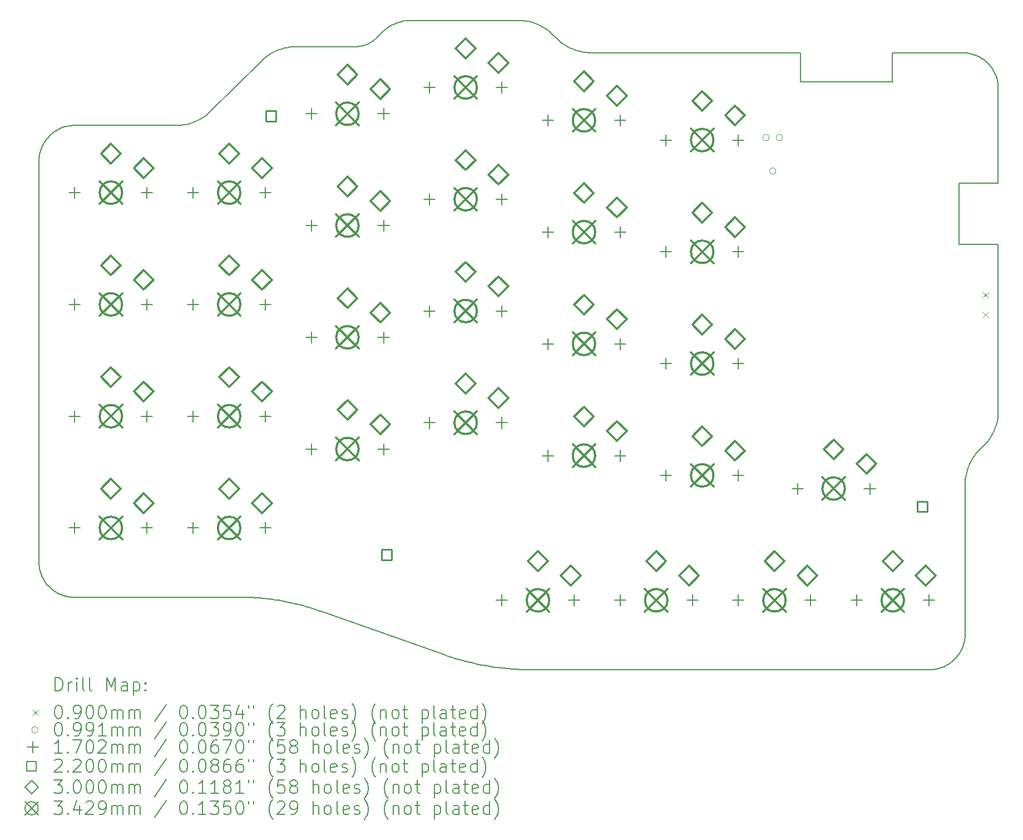
<source format=gbr>
%TF.GenerationSoftware,KiCad,Pcbnew,7.0.9*%
%TF.CreationDate,2024-01-11T22:21:47+01:00*%
%TF.ProjectId,keyboard,6b657962-6f61-4726-942e-6b696361645f,v1.0.0*%
%TF.SameCoordinates,Original*%
%TF.FileFunction,Drillmap*%
%TF.FilePolarity,Positive*%
%FSLAX45Y45*%
G04 Gerber Fmt 4.5, Leading zero omitted, Abs format (unit mm)*
G04 Created by KiCad (PCBNEW 7.0.9) date 2024-01-11 22:21:47*
%MOMM*%
%LPD*%
G01*
G04 APERTURE LIST*
%ADD10C,0.200000*%
%ADD11C,0.100000*%
%ADD12C,0.170180*%
%ADD13C,0.220000*%
%ADD14C,0.300000*%
%ADD15C,0.342900*%
G04 APERTURE END LIST*
D10*
X18542485Y-7443815D02*
X18458666Y-7526756D01*
X27413210Y-16598243D02*
X27413210Y-14321173D01*
X27413210Y-14321173D02*
X27414108Y-14284952D01*
X27416785Y-14248977D01*
X27421216Y-14213308D01*
X27427376Y-14178004D01*
X27435240Y-14143126D01*
X27444784Y-14108733D01*
X27455983Y-14074886D01*
X27468813Y-14041643D01*
X27483247Y-14009065D01*
X27499261Y-13977212D01*
X27516832Y-13946144D01*
X27535933Y-13915920D01*
X27556540Y-13886601D01*
X27578628Y-13858245D01*
X27602173Y-13830914D01*
X27627150Y-13804667D01*
X26305000Y-8200000D02*
X26305000Y-7757078D01*
X26305000Y-8200000D02*
X24905000Y-8200000D01*
X13315000Y-15496037D02*
X13315705Y-15523906D01*
X13317798Y-15551409D01*
X13321242Y-15578512D01*
X13326006Y-15605181D01*
X13332054Y-15631382D01*
X13339352Y-15657081D01*
X13347867Y-15682244D01*
X13357564Y-15706837D01*
X13368410Y-15730826D01*
X13380370Y-15754177D01*
X13393410Y-15776856D01*
X13407497Y-15798829D01*
X13422596Y-15820062D01*
X13438673Y-15840520D01*
X13455695Y-15860171D01*
X13473627Y-15878979D01*
X13492435Y-15896911D01*
X13512086Y-15913933D01*
X13532544Y-15930010D01*
X13553777Y-15945109D01*
X13575750Y-15959196D01*
X13598429Y-15972236D01*
X13621780Y-15984196D01*
X13645769Y-15995042D01*
X13670362Y-16004739D01*
X13695525Y-16013254D01*
X13721224Y-16020552D01*
X13747426Y-16026600D01*
X13774095Y-16031363D01*
X13801198Y-16034808D01*
X13828700Y-16036900D01*
X13856569Y-16037606D01*
X27627150Y-13804667D02*
X27703579Y-13728290D01*
X13863029Y-8861920D02*
X13834826Y-8862634D01*
X13806993Y-8864752D01*
X13779566Y-8868239D01*
X13752577Y-8873060D01*
X13726062Y-8879181D01*
X13700055Y-8886567D01*
X13674591Y-8895185D01*
X13649703Y-8904999D01*
X13625427Y-8915976D01*
X13601797Y-8928080D01*
X13578847Y-8941277D01*
X13556611Y-8955534D01*
X13535124Y-8970815D01*
X13514421Y-8987086D01*
X13494536Y-9004312D01*
X13475504Y-9022460D01*
X13457358Y-9041494D01*
X13440133Y-9061381D01*
X13423864Y-9082086D01*
X13408585Y-9103574D01*
X13394331Y-9125811D01*
X13381135Y-9148762D01*
X13369033Y-9172394D01*
X13358059Y-9196671D01*
X13348247Y-9221559D01*
X13339632Y-9247024D01*
X13332248Y-9273032D01*
X13326130Y-9299548D01*
X13321311Y-9326537D01*
X13317827Y-9353965D01*
X13315712Y-9381797D01*
X13315000Y-9410000D01*
X13856569Y-16037606D02*
X16364736Y-16037554D01*
X17225769Y-7663750D02*
X17189527Y-7664642D01*
X17153527Y-7667302D01*
X17117830Y-7671707D01*
X17082493Y-7677831D01*
X17047577Y-7685651D01*
X17013141Y-7695142D01*
X16979243Y-7706280D01*
X16945944Y-7719040D01*
X16913301Y-7733398D01*
X16881375Y-7749330D01*
X16850224Y-7766811D01*
X16819909Y-7785817D01*
X16790487Y-7806324D01*
X16762018Y-7828307D01*
X16734562Y-7851742D01*
X16708178Y-7876605D01*
X19484959Y-16913522D02*
X19524779Y-16927350D01*
X19564726Y-16940749D01*
X19604798Y-16953718D01*
X19644991Y-16966255D01*
X19685300Y-16978361D01*
X19725724Y-16990034D01*
X19766258Y-17001275D01*
X19806898Y-17012082D01*
X19847642Y-17022455D01*
X19888485Y-17032394D01*
X19929425Y-17041897D01*
X19970457Y-17050965D01*
X20011579Y-17059596D01*
X20052786Y-17067790D01*
X20094076Y-17075546D01*
X20135444Y-17082864D01*
X20176888Y-17089744D01*
X20218403Y-17096184D01*
X20259987Y-17102183D01*
X20301635Y-17107743D01*
X20343344Y-17112860D01*
X20385112Y-17117537D01*
X20426933Y-17121770D01*
X20468805Y-17125561D01*
X20510725Y-17128908D01*
X20552688Y-17131811D01*
X20594691Y-17134268D01*
X20636731Y-17136281D01*
X20678805Y-17137847D01*
X20720908Y-17138967D01*
X20763037Y-17139640D01*
X20805189Y-17139864D01*
X15927915Y-8649065D02*
X15901531Y-8673927D01*
X15874075Y-8697362D01*
X15845606Y-8719346D01*
X15816185Y-8739852D01*
X15785869Y-8758859D01*
X15754718Y-8776340D01*
X15722792Y-8792272D01*
X15690150Y-8806630D01*
X15656850Y-8819390D01*
X15622952Y-8830528D01*
X15588516Y-8840018D01*
X15553600Y-8847838D01*
X15518264Y-8853963D01*
X15482566Y-8858367D01*
X15446567Y-8861028D01*
X15410324Y-8861920D01*
X20614658Y-7264343D02*
X18978788Y-7264343D01*
X26871640Y-17139813D02*
X26899508Y-17139107D01*
X26927011Y-17137014D01*
X26954113Y-17133569D01*
X26980782Y-17128805D01*
X27006983Y-17122757D01*
X27032682Y-17115458D01*
X27057845Y-17106943D01*
X27082438Y-17097246D01*
X27106427Y-17086400D01*
X27129778Y-17074440D01*
X27152456Y-17061399D01*
X27174429Y-17047312D01*
X27195662Y-17032213D01*
X27216120Y-17016136D01*
X27235770Y-16999114D01*
X27254579Y-16981182D01*
X27272511Y-16962374D01*
X27289532Y-16942723D01*
X27305610Y-16922265D01*
X27320709Y-16901032D01*
X27334796Y-16879060D01*
X27347836Y-16856381D01*
X27359796Y-16833030D01*
X27370642Y-16809041D01*
X27380340Y-16784448D01*
X27388855Y-16759285D01*
X27396154Y-16733586D01*
X27402202Y-16707385D01*
X27406965Y-16680717D01*
X27410411Y-16653614D01*
X27412503Y-16626111D01*
X27413210Y-16598243D01*
X27758889Y-7915708D02*
X27739427Y-7897187D01*
X27719161Y-7879728D01*
X27698136Y-7863349D01*
X27676395Y-7848069D01*
X27653984Y-7833906D01*
X27630947Y-7820877D01*
X27607328Y-7809002D01*
X27583171Y-7798300D01*
X27558522Y-7788788D01*
X27533423Y-7780484D01*
X27507921Y-7773408D01*
X27482058Y-7767577D01*
X27455881Y-7763010D01*
X27429432Y-7759726D01*
X27402756Y-7757742D01*
X27375898Y-7757078D01*
X27917520Y-9740000D02*
X27917520Y-8298698D01*
X18125662Y-7663750D02*
X17225769Y-7663750D01*
X15410324Y-8861920D02*
X13863029Y-8861920D01*
X22903149Y-7757078D02*
X22879568Y-7757077D01*
X22855988Y-7757077D01*
X22832407Y-7757077D01*
X22808827Y-7757076D01*
X22785246Y-7757076D01*
X22761665Y-7757076D01*
X22738085Y-7757076D01*
X22714504Y-7757076D01*
X22690924Y-7757076D01*
X22667343Y-7757076D01*
X22643762Y-7757076D01*
X22620182Y-7757076D01*
X22596601Y-7757077D01*
X22573021Y-7757077D01*
X22549440Y-7757077D01*
X22525859Y-7757078D01*
X27318000Y-10669000D02*
X27318000Y-9740000D01*
X27703579Y-13728290D02*
X27728558Y-13702040D01*
X27752105Y-13674706D01*
X27774195Y-13646348D01*
X27794804Y-13617025D01*
X27813906Y-13586798D01*
X27831477Y-13555727D01*
X27847492Y-13523870D01*
X27861927Y-13491289D01*
X27874756Y-13458043D01*
X27885954Y-13424192D01*
X27895498Y-13389795D01*
X27903361Y-13354914D01*
X27909520Y-13319607D01*
X27913949Y-13283934D01*
X27916624Y-13247956D01*
X27917520Y-13211731D01*
X18978788Y-7264343D02*
X18948237Y-7265097D01*
X18917890Y-7267341D01*
X18887798Y-7271056D01*
X18858010Y-7276221D01*
X18828577Y-7282816D01*
X18799548Y-7290819D01*
X18770974Y-7300210D01*
X18742904Y-7310969D01*
X18715388Y-7323075D01*
X18688476Y-7336508D01*
X18662218Y-7351247D01*
X18636664Y-7367272D01*
X18611864Y-7384561D01*
X18587867Y-7403095D01*
X18564724Y-7422853D01*
X18542485Y-7443815D01*
X27375898Y-7757078D02*
X26305000Y-7757078D01*
X24905000Y-7757000D02*
X22903149Y-7757078D01*
X27318000Y-10669000D02*
X27917520Y-10669000D01*
X27917520Y-13211731D02*
X27917520Y-10669000D01*
X22525859Y-7757078D02*
X21724048Y-7757129D01*
X21133592Y-7475803D02*
X21107035Y-7451089D01*
X21079421Y-7427797D01*
X21050811Y-7405951D01*
X21021261Y-7385575D01*
X20990830Y-7366692D01*
X20959578Y-7349326D01*
X20927561Y-7333501D01*
X20894838Y-7319241D01*
X20861469Y-7306569D01*
X20827510Y-7295510D01*
X20793021Y-7286087D01*
X20758059Y-7278323D01*
X20722684Y-7272243D01*
X20686953Y-7267871D01*
X20650925Y-7265229D01*
X20614658Y-7264343D01*
X20805189Y-17139864D02*
X26871640Y-17139813D01*
X24905000Y-8200000D02*
X24905000Y-7757000D01*
X13315000Y-9410000D02*
X13315000Y-15496037D01*
X27318000Y-9740000D02*
X27917520Y-9740000D01*
X21205113Y-7545669D02*
X21133592Y-7475803D01*
X17608743Y-16250771D02*
X19484959Y-16913522D01*
X27917520Y-8298698D02*
X27916855Y-8271840D01*
X27914871Y-8245165D01*
X27911587Y-8218716D01*
X27907020Y-8192538D01*
X27901189Y-8166676D01*
X27894113Y-8141173D01*
X27885810Y-8116075D01*
X27876297Y-8091425D01*
X27865594Y-8067269D01*
X27853720Y-8043650D01*
X27840691Y-8020612D01*
X27826528Y-7998201D01*
X27811247Y-7976461D01*
X27794869Y-7955436D01*
X27777410Y-7935170D01*
X27758889Y-7915708D01*
X16364736Y-16037554D02*
X16404454Y-16037763D01*
X16444151Y-16038395D01*
X16483823Y-16039448D01*
X16523467Y-16040922D01*
X16563080Y-16042816D01*
X16602658Y-16045130D01*
X16642198Y-16047863D01*
X16681698Y-16051015D01*
X16721152Y-16054585D01*
X16760559Y-16058572D01*
X16799915Y-16062976D01*
X16839216Y-16067797D01*
X16878460Y-16073033D01*
X16917643Y-16078685D01*
X16956761Y-16084751D01*
X16995812Y-16091231D01*
X17034792Y-16098125D01*
X17073698Y-16105432D01*
X17112526Y-16113151D01*
X17151274Y-16121282D01*
X17189937Y-16129824D01*
X17228513Y-16138777D01*
X17266999Y-16148140D01*
X17305390Y-16157913D01*
X17343684Y-16168095D01*
X17381878Y-16178685D01*
X17419968Y-16189683D01*
X17457950Y-16201088D01*
X17495822Y-16212900D01*
X17533581Y-16225118D01*
X17571222Y-16237742D01*
X17608743Y-16250771D01*
X21724048Y-7757129D02*
X21687780Y-7756243D01*
X21651752Y-7753603D01*
X21616021Y-7749230D01*
X21580646Y-7743151D01*
X21545684Y-7735388D01*
X21511195Y-7725964D01*
X21477236Y-7714905D01*
X21443866Y-7702233D01*
X21411143Y-7687973D01*
X21379127Y-7672148D01*
X21347874Y-7654782D01*
X21317444Y-7635899D01*
X21287894Y-7615522D01*
X21259283Y-7593676D01*
X21231670Y-7570384D01*
X21205113Y-7545669D01*
X18458666Y-7526756D02*
X18441693Y-7542756D01*
X18424030Y-7557838D01*
X18405716Y-7571986D01*
X18386788Y-7585184D01*
X18367285Y-7597416D01*
X18347244Y-7608666D01*
X18326704Y-7618920D01*
X18305702Y-7628161D01*
X18284278Y-7636374D01*
X18262468Y-7643542D01*
X18240312Y-7649651D01*
X18217847Y-7654684D01*
X18195112Y-7658626D01*
X18172144Y-7661462D01*
X18148981Y-7663175D01*
X18125662Y-7663750D01*
X16708178Y-7876605D02*
X15927915Y-8649065D01*
D11*
X27678000Y-11395000D02*
X27768000Y-11485000D01*
X27768000Y-11395000D02*
X27678000Y-11485000D01*
X27678000Y-11695000D02*
X27768000Y-11785000D01*
X27768000Y-11695000D02*
X27678000Y-11785000D01*
X24432930Y-9046000D02*
G75*
G03*
X24432930Y-9046000I-49530J0D01*
G01*
X24534530Y-9554000D02*
G75*
G03*
X24534530Y-9554000I-49530J0D01*
G01*
X24636130Y-9046000D02*
G75*
G03*
X24636130Y-9046000I-49530J0D01*
G01*
D12*
X13862000Y-9798910D02*
X13862000Y-9969090D01*
X13776910Y-9884000D02*
X13947090Y-9884000D01*
X13862000Y-11498910D02*
X13862000Y-11669090D01*
X13776910Y-11584000D02*
X13947090Y-11584000D01*
X13862000Y-13198910D02*
X13862000Y-13369090D01*
X13776910Y-13284000D02*
X13947090Y-13284000D01*
X13862000Y-14898910D02*
X13862000Y-15069090D01*
X13776910Y-14984000D02*
X13947090Y-14984000D01*
X14962000Y-9798910D02*
X14962000Y-9969090D01*
X14876910Y-9884000D02*
X15047090Y-9884000D01*
X14962000Y-11498910D02*
X14962000Y-11669090D01*
X14876910Y-11584000D02*
X15047090Y-11584000D01*
X14962000Y-13198910D02*
X14962000Y-13369090D01*
X14876910Y-13284000D02*
X15047090Y-13284000D01*
X14962000Y-14898910D02*
X14962000Y-15069090D01*
X14876910Y-14984000D02*
X15047090Y-14984000D01*
X15662000Y-9798910D02*
X15662000Y-9969090D01*
X15576910Y-9884000D02*
X15747090Y-9884000D01*
X15662000Y-11498910D02*
X15662000Y-11669090D01*
X15576910Y-11584000D02*
X15747090Y-11584000D01*
X15662000Y-13198910D02*
X15662000Y-13369090D01*
X15576910Y-13284000D02*
X15747090Y-13284000D01*
X15662000Y-14898910D02*
X15662000Y-15069090D01*
X15576910Y-14984000D02*
X15747090Y-14984000D01*
X16762000Y-9798910D02*
X16762000Y-9969090D01*
X16676910Y-9884000D02*
X16847090Y-9884000D01*
X16762000Y-11498910D02*
X16762000Y-11669090D01*
X16676910Y-11584000D02*
X16847090Y-11584000D01*
X16762000Y-13198910D02*
X16762000Y-13369090D01*
X16676910Y-13284000D02*
X16847090Y-13284000D01*
X16762000Y-14898910D02*
X16762000Y-15069090D01*
X16676910Y-14984000D02*
X16847090Y-14984000D01*
X17462000Y-8598910D02*
X17462000Y-8769090D01*
X17376910Y-8684000D02*
X17547090Y-8684000D01*
X17462000Y-10298910D02*
X17462000Y-10469090D01*
X17376910Y-10384000D02*
X17547090Y-10384000D01*
X17462000Y-11998910D02*
X17462000Y-12169090D01*
X17376910Y-12084000D02*
X17547090Y-12084000D01*
X17462000Y-13698910D02*
X17462000Y-13869090D01*
X17376910Y-13784000D02*
X17547090Y-13784000D01*
X18562000Y-8598910D02*
X18562000Y-8769090D01*
X18476910Y-8684000D02*
X18647090Y-8684000D01*
X18562000Y-10298910D02*
X18562000Y-10469090D01*
X18476910Y-10384000D02*
X18647090Y-10384000D01*
X18562000Y-11998910D02*
X18562000Y-12169090D01*
X18476910Y-12084000D02*
X18647090Y-12084000D01*
X18562000Y-13698910D02*
X18562000Y-13869090D01*
X18476910Y-13784000D02*
X18647090Y-13784000D01*
X19262000Y-8198910D02*
X19262000Y-8369090D01*
X19176910Y-8284000D02*
X19347090Y-8284000D01*
X19262000Y-9898910D02*
X19262000Y-10069090D01*
X19176910Y-9984000D02*
X19347090Y-9984000D01*
X19262000Y-11598910D02*
X19262000Y-11769090D01*
X19176910Y-11684000D02*
X19347090Y-11684000D01*
X19262000Y-13298910D02*
X19262000Y-13469090D01*
X19176910Y-13384000D02*
X19347090Y-13384000D01*
X20362000Y-8198910D02*
X20362000Y-8369090D01*
X20276910Y-8284000D02*
X20447090Y-8284000D01*
X20362000Y-9898910D02*
X20362000Y-10069090D01*
X20276910Y-9984000D02*
X20447090Y-9984000D01*
X20362000Y-11598910D02*
X20362000Y-11769090D01*
X20276910Y-11684000D02*
X20447090Y-11684000D01*
X20362000Y-13298910D02*
X20362000Y-13469090D01*
X20276910Y-13384000D02*
X20447090Y-13384000D01*
X20362000Y-15998910D02*
X20362000Y-16169090D01*
X20276910Y-16084000D02*
X20447090Y-16084000D01*
X21062000Y-8698910D02*
X21062000Y-8869090D01*
X20976910Y-8784000D02*
X21147090Y-8784000D01*
X21062000Y-10398910D02*
X21062000Y-10569090D01*
X20976910Y-10484000D02*
X21147090Y-10484000D01*
X21062000Y-12098910D02*
X21062000Y-12269090D01*
X20976910Y-12184000D02*
X21147090Y-12184000D01*
X21062000Y-13798910D02*
X21062000Y-13969090D01*
X20976910Y-13884000D02*
X21147090Y-13884000D01*
X21462000Y-15998910D02*
X21462000Y-16169090D01*
X21376910Y-16084000D02*
X21547090Y-16084000D01*
X22162000Y-8698910D02*
X22162000Y-8869090D01*
X22076910Y-8784000D02*
X22247090Y-8784000D01*
X22162000Y-10398910D02*
X22162000Y-10569090D01*
X22076910Y-10484000D02*
X22247090Y-10484000D01*
X22162000Y-12098910D02*
X22162000Y-12269090D01*
X22076910Y-12184000D02*
X22247090Y-12184000D01*
X22162000Y-13798910D02*
X22162000Y-13969090D01*
X22076910Y-13884000D02*
X22247090Y-13884000D01*
X22162000Y-15998910D02*
X22162000Y-16169090D01*
X22076910Y-16084000D02*
X22247090Y-16084000D01*
X22862000Y-8998910D02*
X22862000Y-9169090D01*
X22776910Y-9084000D02*
X22947090Y-9084000D01*
X22862000Y-10698910D02*
X22862000Y-10869090D01*
X22776910Y-10784000D02*
X22947090Y-10784000D01*
X22862000Y-12398910D02*
X22862000Y-12569090D01*
X22776910Y-12484000D02*
X22947090Y-12484000D01*
X22862000Y-14098910D02*
X22862000Y-14269090D01*
X22776910Y-14184000D02*
X22947090Y-14184000D01*
X23262000Y-15998910D02*
X23262000Y-16169090D01*
X23176910Y-16084000D02*
X23347090Y-16084000D01*
X23962000Y-8998910D02*
X23962000Y-9169090D01*
X23876910Y-9084000D02*
X24047090Y-9084000D01*
X23962000Y-10698910D02*
X23962000Y-10869090D01*
X23876910Y-10784000D02*
X24047090Y-10784000D01*
X23962000Y-12398910D02*
X23962000Y-12569090D01*
X23876910Y-12484000D02*
X24047090Y-12484000D01*
X23962000Y-14098910D02*
X23962000Y-14269090D01*
X23876910Y-14184000D02*
X24047090Y-14184000D01*
X23962000Y-15998910D02*
X23962000Y-16169090D01*
X23876910Y-16084000D02*
X24047090Y-16084000D01*
X24862000Y-14298910D02*
X24862000Y-14469090D01*
X24776910Y-14384000D02*
X24947090Y-14384000D01*
X25062000Y-15998910D02*
X25062000Y-16169090D01*
X24976910Y-16084000D02*
X25147090Y-16084000D01*
X25762000Y-15998910D02*
X25762000Y-16169090D01*
X25676910Y-16084000D02*
X25847090Y-16084000D01*
X25962000Y-14298910D02*
X25962000Y-14469090D01*
X25876910Y-14384000D02*
X26047090Y-14384000D01*
X26862000Y-15998910D02*
X26862000Y-16169090D01*
X26776910Y-16084000D02*
X26947090Y-16084000D01*
D13*
X16927783Y-8797783D02*
X16927783Y-8642218D01*
X16772217Y-8642218D01*
X16772217Y-8797783D01*
X16927783Y-8797783D01*
X18687783Y-15467782D02*
X18687783Y-15312217D01*
X18532218Y-15312217D01*
X18532218Y-15467782D01*
X18687783Y-15467782D01*
X26837782Y-14737782D02*
X26837782Y-14582217D01*
X26682217Y-14582217D01*
X26682217Y-14737782D01*
X26837782Y-14737782D01*
D14*
X14412000Y-9439000D02*
X14562000Y-9289000D01*
X14412000Y-9139000D01*
X14262000Y-9289000D01*
X14412000Y-9439000D01*
X14412000Y-11139000D02*
X14562000Y-10989000D01*
X14412000Y-10839000D01*
X14262000Y-10989000D01*
X14412000Y-11139000D01*
X14412000Y-12839000D02*
X14562000Y-12689000D01*
X14412000Y-12539000D01*
X14262000Y-12689000D01*
X14412000Y-12839000D01*
X14412000Y-14539000D02*
X14562000Y-14389000D01*
X14412000Y-14239000D01*
X14262000Y-14389000D01*
X14412000Y-14539000D01*
X14912000Y-9659000D02*
X15062000Y-9509000D01*
X14912000Y-9359000D01*
X14762000Y-9509000D01*
X14912000Y-9659000D01*
X14912000Y-11359000D02*
X15062000Y-11209000D01*
X14912000Y-11059000D01*
X14762000Y-11209000D01*
X14912000Y-11359000D01*
X14912000Y-13059000D02*
X15062000Y-12909000D01*
X14912000Y-12759000D01*
X14762000Y-12909000D01*
X14912000Y-13059000D01*
X14912000Y-14759000D02*
X15062000Y-14609000D01*
X14912000Y-14459000D01*
X14762000Y-14609000D01*
X14912000Y-14759000D01*
X16212000Y-9439000D02*
X16362000Y-9289000D01*
X16212000Y-9139000D01*
X16062000Y-9289000D01*
X16212000Y-9439000D01*
X16212000Y-11139000D02*
X16362000Y-10989000D01*
X16212000Y-10839000D01*
X16062000Y-10989000D01*
X16212000Y-11139000D01*
X16212000Y-12839000D02*
X16362000Y-12689000D01*
X16212000Y-12539000D01*
X16062000Y-12689000D01*
X16212000Y-12839000D01*
X16212000Y-14539000D02*
X16362000Y-14389000D01*
X16212000Y-14239000D01*
X16062000Y-14389000D01*
X16212000Y-14539000D01*
X16712000Y-9659000D02*
X16862000Y-9509000D01*
X16712000Y-9359000D01*
X16562000Y-9509000D01*
X16712000Y-9659000D01*
X16712000Y-11359000D02*
X16862000Y-11209000D01*
X16712000Y-11059000D01*
X16562000Y-11209000D01*
X16712000Y-11359000D01*
X16712000Y-13059000D02*
X16862000Y-12909000D01*
X16712000Y-12759000D01*
X16562000Y-12909000D01*
X16712000Y-13059000D01*
X16712000Y-14759000D02*
X16862000Y-14609000D01*
X16712000Y-14459000D01*
X16562000Y-14609000D01*
X16712000Y-14759000D01*
X18012000Y-8239000D02*
X18162000Y-8089000D01*
X18012000Y-7939000D01*
X17862000Y-8089000D01*
X18012000Y-8239000D01*
X18012000Y-9939000D02*
X18162000Y-9789000D01*
X18012000Y-9639000D01*
X17862000Y-9789000D01*
X18012000Y-9939000D01*
X18012000Y-11639000D02*
X18162000Y-11489000D01*
X18012000Y-11339000D01*
X17862000Y-11489000D01*
X18012000Y-11639000D01*
X18012000Y-13339000D02*
X18162000Y-13189000D01*
X18012000Y-13039000D01*
X17862000Y-13189000D01*
X18012000Y-13339000D01*
X18512000Y-8459000D02*
X18662000Y-8309000D01*
X18512000Y-8159000D01*
X18362000Y-8309000D01*
X18512000Y-8459000D01*
X18512000Y-10159000D02*
X18662000Y-10009000D01*
X18512000Y-9859000D01*
X18362000Y-10009000D01*
X18512000Y-10159000D01*
X18512000Y-11859000D02*
X18662000Y-11709000D01*
X18512000Y-11559000D01*
X18362000Y-11709000D01*
X18512000Y-11859000D01*
X18512000Y-13559000D02*
X18662000Y-13409000D01*
X18512000Y-13259000D01*
X18362000Y-13409000D01*
X18512000Y-13559000D01*
X19812000Y-7839000D02*
X19962000Y-7689000D01*
X19812000Y-7539000D01*
X19662000Y-7689000D01*
X19812000Y-7839000D01*
X19812000Y-9539000D02*
X19962000Y-9389000D01*
X19812000Y-9239000D01*
X19662000Y-9389000D01*
X19812000Y-9539000D01*
X19812000Y-11239000D02*
X19962000Y-11089000D01*
X19812000Y-10939000D01*
X19662000Y-11089000D01*
X19812000Y-11239000D01*
X19812000Y-12939000D02*
X19962000Y-12789000D01*
X19812000Y-12639000D01*
X19662000Y-12789000D01*
X19812000Y-12939000D01*
X20312000Y-8059000D02*
X20462000Y-7909000D01*
X20312000Y-7759000D01*
X20162000Y-7909000D01*
X20312000Y-8059000D01*
X20312000Y-9759000D02*
X20462000Y-9609000D01*
X20312000Y-9459000D01*
X20162000Y-9609000D01*
X20312000Y-9759000D01*
X20312000Y-11459000D02*
X20462000Y-11309000D01*
X20312000Y-11159000D01*
X20162000Y-11309000D01*
X20312000Y-11459000D01*
X20312000Y-13159000D02*
X20462000Y-13009000D01*
X20312000Y-12859000D01*
X20162000Y-13009000D01*
X20312000Y-13159000D01*
X20912000Y-15639000D02*
X21062000Y-15489000D01*
X20912000Y-15339000D01*
X20762000Y-15489000D01*
X20912000Y-15639000D01*
X21412000Y-15859000D02*
X21562000Y-15709000D01*
X21412000Y-15559000D01*
X21262000Y-15709000D01*
X21412000Y-15859000D01*
X21612000Y-8339000D02*
X21762000Y-8189000D01*
X21612000Y-8039000D01*
X21462000Y-8189000D01*
X21612000Y-8339000D01*
X21612000Y-10039000D02*
X21762000Y-9889000D01*
X21612000Y-9739000D01*
X21462000Y-9889000D01*
X21612000Y-10039000D01*
X21612000Y-11739000D02*
X21762000Y-11589000D01*
X21612000Y-11439000D01*
X21462000Y-11589000D01*
X21612000Y-11739000D01*
X21612000Y-13439000D02*
X21762000Y-13289000D01*
X21612000Y-13139000D01*
X21462000Y-13289000D01*
X21612000Y-13439000D01*
X22112000Y-8559000D02*
X22262000Y-8409000D01*
X22112000Y-8259000D01*
X21962000Y-8409000D01*
X22112000Y-8559000D01*
X22112000Y-10259000D02*
X22262000Y-10109000D01*
X22112000Y-9959000D01*
X21962000Y-10109000D01*
X22112000Y-10259000D01*
X22112000Y-11959000D02*
X22262000Y-11809000D01*
X22112000Y-11659000D01*
X21962000Y-11809000D01*
X22112000Y-11959000D01*
X22112000Y-13659000D02*
X22262000Y-13509000D01*
X22112000Y-13359000D01*
X21962000Y-13509000D01*
X22112000Y-13659000D01*
X22712000Y-15639000D02*
X22862000Y-15489000D01*
X22712000Y-15339000D01*
X22562000Y-15489000D01*
X22712000Y-15639000D01*
X23212000Y-15859000D02*
X23362000Y-15709000D01*
X23212000Y-15559000D01*
X23062000Y-15709000D01*
X23212000Y-15859000D01*
X23412000Y-8639000D02*
X23562000Y-8489000D01*
X23412000Y-8339000D01*
X23262000Y-8489000D01*
X23412000Y-8639000D01*
X23412000Y-10339000D02*
X23562000Y-10189000D01*
X23412000Y-10039000D01*
X23262000Y-10189000D01*
X23412000Y-10339000D01*
X23412000Y-12039000D02*
X23562000Y-11889000D01*
X23412000Y-11739000D01*
X23262000Y-11889000D01*
X23412000Y-12039000D01*
X23412000Y-13739000D02*
X23562000Y-13589000D01*
X23412000Y-13439000D01*
X23262000Y-13589000D01*
X23412000Y-13739000D01*
X23912000Y-8859000D02*
X24062000Y-8709000D01*
X23912000Y-8559000D01*
X23762000Y-8709000D01*
X23912000Y-8859000D01*
X23912000Y-10559000D02*
X24062000Y-10409000D01*
X23912000Y-10259000D01*
X23762000Y-10409000D01*
X23912000Y-10559000D01*
X23912000Y-12259000D02*
X24062000Y-12109000D01*
X23912000Y-11959000D01*
X23762000Y-12109000D01*
X23912000Y-12259000D01*
X23912000Y-13959000D02*
X24062000Y-13809000D01*
X23912000Y-13659000D01*
X23762000Y-13809000D01*
X23912000Y-13959000D01*
X24512000Y-15639000D02*
X24662000Y-15489000D01*
X24512000Y-15339000D01*
X24362000Y-15489000D01*
X24512000Y-15639000D01*
X25012000Y-15859000D02*
X25162000Y-15709000D01*
X25012000Y-15559000D01*
X24862000Y-15709000D01*
X25012000Y-15859000D01*
X25412000Y-13939000D02*
X25562000Y-13789000D01*
X25412000Y-13639000D01*
X25262000Y-13789000D01*
X25412000Y-13939000D01*
X25912000Y-14159000D02*
X26062000Y-14009000D01*
X25912000Y-13859000D01*
X25762000Y-14009000D01*
X25912000Y-14159000D01*
X26312000Y-15639000D02*
X26462000Y-15489000D01*
X26312000Y-15339000D01*
X26162000Y-15489000D01*
X26312000Y-15639000D01*
X26812000Y-15859000D02*
X26962000Y-15709000D01*
X26812000Y-15559000D01*
X26662000Y-15709000D01*
X26812000Y-15859000D01*
D15*
X14240550Y-9712550D02*
X14583450Y-10055450D01*
X14583450Y-9712550D02*
X14240550Y-10055450D01*
X14583450Y-9884000D02*
G75*
G03*
X14583450Y-9884000I-171450J0D01*
G01*
X14240550Y-11412550D02*
X14583450Y-11755450D01*
X14583450Y-11412550D02*
X14240550Y-11755450D01*
X14583450Y-11584000D02*
G75*
G03*
X14583450Y-11584000I-171450J0D01*
G01*
X14240550Y-13112550D02*
X14583450Y-13455450D01*
X14583450Y-13112550D02*
X14240550Y-13455450D01*
X14583450Y-13284000D02*
G75*
G03*
X14583450Y-13284000I-171450J0D01*
G01*
X14240550Y-14812550D02*
X14583450Y-15155450D01*
X14583450Y-14812550D02*
X14240550Y-15155450D01*
X14583450Y-14984000D02*
G75*
G03*
X14583450Y-14984000I-171450J0D01*
G01*
X16040550Y-9712550D02*
X16383450Y-10055450D01*
X16383450Y-9712550D02*
X16040550Y-10055450D01*
X16383450Y-9884000D02*
G75*
G03*
X16383450Y-9884000I-171450J0D01*
G01*
X16040550Y-11412550D02*
X16383450Y-11755450D01*
X16383450Y-11412550D02*
X16040550Y-11755450D01*
X16383450Y-11584000D02*
G75*
G03*
X16383450Y-11584000I-171450J0D01*
G01*
X16040550Y-13112550D02*
X16383450Y-13455450D01*
X16383450Y-13112550D02*
X16040550Y-13455450D01*
X16383450Y-13284000D02*
G75*
G03*
X16383450Y-13284000I-171450J0D01*
G01*
X16040550Y-14812550D02*
X16383450Y-15155450D01*
X16383450Y-14812550D02*
X16040550Y-15155450D01*
X16383450Y-14984000D02*
G75*
G03*
X16383450Y-14984000I-171450J0D01*
G01*
X17840550Y-8512550D02*
X18183450Y-8855450D01*
X18183450Y-8512550D02*
X17840550Y-8855450D01*
X18183450Y-8684000D02*
G75*
G03*
X18183450Y-8684000I-171450J0D01*
G01*
X17840550Y-10212550D02*
X18183450Y-10555450D01*
X18183450Y-10212550D02*
X17840550Y-10555450D01*
X18183450Y-10384000D02*
G75*
G03*
X18183450Y-10384000I-171450J0D01*
G01*
X17840550Y-11912550D02*
X18183450Y-12255450D01*
X18183450Y-11912550D02*
X17840550Y-12255450D01*
X18183450Y-12084000D02*
G75*
G03*
X18183450Y-12084000I-171450J0D01*
G01*
X17840550Y-13612550D02*
X18183450Y-13955450D01*
X18183450Y-13612550D02*
X17840550Y-13955450D01*
X18183450Y-13784000D02*
G75*
G03*
X18183450Y-13784000I-171450J0D01*
G01*
X19640550Y-8112550D02*
X19983450Y-8455450D01*
X19983450Y-8112550D02*
X19640550Y-8455450D01*
X19983450Y-8284000D02*
G75*
G03*
X19983450Y-8284000I-171450J0D01*
G01*
X19640550Y-9812550D02*
X19983450Y-10155450D01*
X19983450Y-9812550D02*
X19640550Y-10155450D01*
X19983450Y-9984000D02*
G75*
G03*
X19983450Y-9984000I-171450J0D01*
G01*
X19640550Y-11512550D02*
X19983450Y-11855450D01*
X19983450Y-11512550D02*
X19640550Y-11855450D01*
X19983450Y-11684000D02*
G75*
G03*
X19983450Y-11684000I-171450J0D01*
G01*
X19640550Y-13212550D02*
X19983450Y-13555450D01*
X19983450Y-13212550D02*
X19640550Y-13555450D01*
X19983450Y-13384000D02*
G75*
G03*
X19983450Y-13384000I-171450J0D01*
G01*
X20740550Y-15912550D02*
X21083450Y-16255450D01*
X21083450Y-15912550D02*
X20740550Y-16255450D01*
X21083450Y-16084000D02*
G75*
G03*
X21083450Y-16084000I-171450J0D01*
G01*
X21440550Y-8612550D02*
X21783450Y-8955450D01*
X21783450Y-8612550D02*
X21440550Y-8955450D01*
X21783450Y-8784000D02*
G75*
G03*
X21783450Y-8784000I-171450J0D01*
G01*
X21440550Y-10312550D02*
X21783450Y-10655450D01*
X21783450Y-10312550D02*
X21440550Y-10655450D01*
X21783450Y-10484000D02*
G75*
G03*
X21783450Y-10484000I-171450J0D01*
G01*
X21440550Y-12012550D02*
X21783450Y-12355450D01*
X21783450Y-12012550D02*
X21440550Y-12355450D01*
X21783450Y-12184000D02*
G75*
G03*
X21783450Y-12184000I-171450J0D01*
G01*
X21440550Y-13712550D02*
X21783450Y-14055450D01*
X21783450Y-13712550D02*
X21440550Y-14055450D01*
X21783450Y-13884000D02*
G75*
G03*
X21783450Y-13884000I-171450J0D01*
G01*
X22540550Y-15912550D02*
X22883450Y-16255450D01*
X22883450Y-15912550D02*
X22540550Y-16255450D01*
X22883450Y-16084000D02*
G75*
G03*
X22883450Y-16084000I-171450J0D01*
G01*
X23240550Y-8912550D02*
X23583450Y-9255450D01*
X23583450Y-8912550D02*
X23240550Y-9255450D01*
X23583450Y-9084000D02*
G75*
G03*
X23583450Y-9084000I-171450J0D01*
G01*
X23240550Y-10612550D02*
X23583450Y-10955450D01*
X23583450Y-10612550D02*
X23240550Y-10955450D01*
X23583450Y-10784000D02*
G75*
G03*
X23583450Y-10784000I-171450J0D01*
G01*
X23240550Y-12312550D02*
X23583450Y-12655450D01*
X23583450Y-12312550D02*
X23240550Y-12655450D01*
X23583450Y-12484000D02*
G75*
G03*
X23583450Y-12484000I-171450J0D01*
G01*
X23240550Y-14012550D02*
X23583450Y-14355450D01*
X23583450Y-14012550D02*
X23240550Y-14355450D01*
X23583450Y-14184000D02*
G75*
G03*
X23583450Y-14184000I-171450J0D01*
G01*
X24340550Y-15912550D02*
X24683450Y-16255450D01*
X24683450Y-15912550D02*
X24340550Y-16255450D01*
X24683450Y-16084000D02*
G75*
G03*
X24683450Y-16084000I-171450J0D01*
G01*
X25240550Y-14212550D02*
X25583450Y-14555450D01*
X25583450Y-14212550D02*
X25240550Y-14555450D01*
X25583450Y-14384000D02*
G75*
G03*
X25583450Y-14384000I-171450J0D01*
G01*
X26140550Y-15912550D02*
X26483450Y-16255450D01*
X26483450Y-15912550D02*
X26140550Y-16255450D01*
X26483450Y-16084000D02*
G75*
G03*
X26483450Y-16084000I-171450J0D01*
G01*
D10*
X13565764Y-17461348D02*
X13565764Y-17261348D01*
X13565764Y-17261348D02*
X13613383Y-17261348D01*
X13613383Y-17261348D02*
X13641954Y-17270872D01*
X13641954Y-17270872D02*
X13661002Y-17289920D01*
X13661002Y-17289920D02*
X13670525Y-17308967D01*
X13670525Y-17308967D02*
X13680049Y-17347062D01*
X13680049Y-17347062D02*
X13680049Y-17375634D01*
X13680049Y-17375634D02*
X13670525Y-17413729D01*
X13670525Y-17413729D02*
X13661002Y-17432777D01*
X13661002Y-17432777D02*
X13641954Y-17451824D01*
X13641954Y-17451824D02*
X13613383Y-17461348D01*
X13613383Y-17461348D02*
X13565764Y-17461348D01*
X13765764Y-17461348D02*
X13765764Y-17328015D01*
X13765764Y-17366110D02*
X13775287Y-17347062D01*
X13775287Y-17347062D02*
X13784811Y-17337539D01*
X13784811Y-17337539D02*
X13803859Y-17328015D01*
X13803859Y-17328015D02*
X13822906Y-17328015D01*
X13889573Y-17461348D02*
X13889573Y-17328015D01*
X13889573Y-17261348D02*
X13880049Y-17270872D01*
X13880049Y-17270872D02*
X13889573Y-17280396D01*
X13889573Y-17280396D02*
X13899097Y-17270872D01*
X13899097Y-17270872D02*
X13889573Y-17261348D01*
X13889573Y-17261348D02*
X13889573Y-17280396D01*
X14013383Y-17461348D02*
X13994335Y-17451824D01*
X13994335Y-17451824D02*
X13984811Y-17432777D01*
X13984811Y-17432777D02*
X13984811Y-17261348D01*
X14118144Y-17461348D02*
X14099097Y-17451824D01*
X14099097Y-17451824D02*
X14089573Y-17432777D01*
X14089573Y-17432777D02*
X14089573Y-17261348D01*
X14346716Y-17461348D02*
X14346716Y-17261348D01*
X14346716Y-17261348D02*
X14413383Y-17404205D01*
X14413383Y-17404205D02*
X14480049Y-17261348D01*
X14480049Y-17261348D02*
X14480049Y-17461348D01*
X14661002Y-17461348D02*
X14661002Y-17356586D01*
X14661002Y-17356586D02*
X14651478Y-17337539D01*
X14651478Y-17337539D02*
X14632430Y-17328015D01*
X14632430Y-17328015D02*
X14594335Y-17328015D01*
X14594335Y-17328015D02*
X14575287Y-17337539D01*
X14661002Y-17451824D02*
X14641954Y-17461348D01*
X14641954Y-17461348D02*
X14594335Y-17461348D01*
X14594335Y-17461348D02*
X14575287Y-17451824D01*
X14575287Y-17451824D02*
X14565764Y-17432777D01*
X14565764Y-17432777D02*
X14565764Y-17413729D01*
X14565764Y-17413729D02*
X14575287Y-17394681D01*
X14575287Y-17394681D02*
X14594335Y-17385158D01*
X14594335Y-17385158D02*
X14641954Y-17385158D01*
X14641954Y-17385158D02*
X14661002Y-17375634D01*
X14756240Y-17328015D02*
X14756240Y-17528015D01*
X14756240Y-17337539D02*
X14775287Y-17328015D01*
X14775287Y-17328015D02*
X14813383Y-17328015D01*
X14813383Y-17328015D02*
X14832430Y-17337539D01*
X14832430Y-17337539D02*
X14841954Y-17347062D01*
X14841954Y-17347062D02*
X14851478Y-17366110D01*
X14851478Y-17366110D02*
X14851478Y-17423253D01*
X14851478Y-17423253D02*
X14841954Y-17442300D01*
X14841954Y-17442300D02*
X14832430Y-17451824D01*
X14832430Y-17451824D02*
X14813383Y-17461348D01*
X14813383Y-17461348D02*
X14775287Y-17461348D01*
X14775287Y-17461348D02*
X14756240Y-17451824D01*
X14937192Y-17442300D02*
X14946716Y-17451824D01*
X14946716Y-17451824D02*
X14937192Y-17461348D01*
X14937192Y-17461348D02*
X14927668Y-17451824D01*
X14927668Y-17451824D02*
X14937192Y-17442300D01*
X14937192Y-17442300D02*
X14937192Y-17461348D01*
X14937192Y-17337539D02*
X14946716Y-17347062D01*
X14946716Y-17347062D02*
X14937192Y-17356586D01*
X14937192Y-17356586D02*
X14927668Y-17347062D01*
X14927668Y-17347062D02*
X14937192Y-17337539D01*
X14937192Y-17337539D02*
X14937192Y-17356586D01*
D11*
X13214987Y-17744864D02*
X13304987Y-17834864D01*
X13304987Y-17744864D02*
X13214987Y-17834864D01*
D10*
X13603859Y-17681348D02*
X13622906Y-17681348D01*
X13622906Y-17681348D02*
X13641954Y-17690872D01*
X13641954Y-17690872D02*
X13651478Y-17700396D01*
X13651478Y-17700396D02*
X13661002Y-17719443D01*
X13661002Y-17719443D02*
X13670525Y-17757539D01*
X13670525Y-17757539D02*
X13670525Y-17805158D01*
X13670525Y-17805158D02*
X13661002Y-17843253D01*
X13661002Y-17843253D02*
X13651478Y-17862300D01*
X13651478Y-17862300D02*
X13641954Y-17871824D01*
X13641954Y-17871824D02*
X13622906Y-17881348D01*
X13622906Y-17881348D02*
X13603859Y-17881348D01*
X13603859Y-17881348D02*
X13584811Y-17871824D01*
X13584811Y-17871824D02*
X13575287Y-17862300D01*
X13575287Y-17862300D02*
X13565764Y-17843253D01*
X13565764Y-17843253D02*
X13556240Y-17805158D01*
X13556240Y-17805158D02*
X13556240Y-17757539D01*
X13556240Y-17757539D02*
X13565764Y-17719443D01*
X13565764Y-17719443D02*
X13575287Y-17700396D01*
X13575287Y-17700396D02*
X13584811Y-17690872D01*
X13584811Y-17690872D02*
X13603859Y-17681348D01*
X13756240Y-17862300D02*
X13765764Y-17871824D01*
X13765764Y-17871824D02*
X13756240Y-17881348D01*
X13756240Y-17881348D02*
X13746716Y-17871824D01*
X13746716Y-17871824D02*
X13756240Y-17862300D01*
X13756240Y-17862300D02*
X13756240Y-17881348D01*
X13861002Y-17881348D02*
X13899097Y-17881348D01*
X13899097Y-17881348D02*
X13918145Y-17871824D01*
X13918145Y-17871824D02*
X13927668Y-17862300D01*
X13927668Y-17862300D02*
X13946716Y-17833729D01*
X13946716Y-17833729D02*
X13956240Y-17795634D01*
X13956240Y-17795634D02*
X13956240Y-17719443D01*
X13956240Y-17719443D02*
X13946716Y-17700396D01*
X13946716Y-17700396D02*
X13937192Y-17690872D01*
X13937192Y-17690872D02*
X13918145Y-17681348D01*
X13918145Y-17681348D02*
X13880049Y-17681348D01*
X13880049Y-17681348D02*
X13861002Y-17690872D01*
X13861002Y-17690872D02*
X13851478Y-17700396D01*
X13851478Y-17700396D02*
X13841954Y-17719443D01*
X13841954Y-17719443D02*
X13841954Y-17767062D01*
X13841954Y-17767062D02*
X13851478Y-17786110D01*
X13851478Y-17786110D02*
X13861002Y-17795634D01*
X13861002Y-17795634D02*
X13880049Y-17805158D01*
X13880049Y-17805158D02*
X13918145Y-17805158D01*
X13918145Y-17805158D02*
X13937192Y-17795634D01*
X13937192Y-17795634D02*
X13946716Y-17786110D01*
X13946716Y-17786110D02*
X13956240Y-17767062D01*
X14080049Y-17681348D02*
X14099097Y-17681348D01*
X14099097Y-17681348D02*
X14118145Y-17690872D01*
X14118145Y-17690872D02*
X14127668Y-17700396D01*
X14127668Y-17700396D02*
X14137192Y-17719443D01*
X14137192Y-17719443D02*
X14146716Y-17757539D01*
X14146716Y-17757539D02*
X14146716Y-17805158D01*
X14146716Y-17805158D02*
X14137192Y-17843253D01*
X14137192Y-17843253D02*
X14127668Y-17862300D01*
X14127668Y-17862300D02*
X14118145Y-17871824D01*
X14118145Y-17871824D02*
X14099097Y-17881348D01*
X14099097Y-17881348D02*
X14080049Y-17881348D01*
X14080049Y-17881348D02*
X14061002Y-17871824D01*
X14061002Y-17871824D02*
X14051478Y-17862300D01*
X14051478Y-17862300D02*
X14041954Y-17843253D01*
X14041954Y-17843253D02*
X14032430Y-17805158D01*
X14032430Y-17805158D02*
X14032430Y-17757539D01*
X14032430Y-17757539D02*
X14041954Y-17719443D01*
X14041954Y-17719443D02*
X14051478Y-17700396D01*
X14051478Y-17700396D02*
X14061002Y-17690872D01*
X14061002Y-17690872D02*
X14080049Y-17681348D01*
X14270525Y-17681348D02*
X14289573Y-17681348D01*
X14289573Y-17681348D02*
X14308621Y-17690872D01*
X14308621Y-17690872D02*
X14318145Y-17700396D01*
X14318145Y-17700396D02*
X14327668Y-17719443D01*
X14327668Y-17719443D02*
X14337192Y-17757539D01*
X14337192Y-17757539D02*
X14337192Y-17805158D01*
X14337192Y-17805158D02*
X14327668Y-17843253D01*
X14327668Y-17843253D02*
X14318145Y-17862300D01*
X14318145Y-17862300D02*
X14308621Y-17871824D01*
X14308621Y-17871824D02*
X14289573Y-17881348D01*
X14289573Y-17881348D02*
X14270525Y-17881348D01*
X14270525Y-17881348D02*
X14251478Y-17871824D01*
X14251478Y-17871824D02*
X14241954Y-17862300D01*
X14241954Y-17862300D02*
X14232430Y-17843253D01*
X14232430Y-17843253D02*
X14222906Y-17805158D01*
X14222906Y-17805158D02*
X14222906Y-17757539D01*
X14222906Y-17757539D02*
X14232430Y-17719443D01*
X14232430Y-17719443D02*
X14241954Y-17700396D01*
X14241954Y-17700396D02*
X14251478Y-17690872D01*
X14251478Y-17690872D02*
X14270525Y-17681348D01*
X14422906Y-17881348D02*
X14422906Y-17748015D01*
X14422906Y-17767062D02*
X14432430Y-17757539D01*
X14432430Y-17757539D02*
X14451478Y-17748015D01*
X14451478Y-17748015D02*
X14480049Y-17748015D01*
X14480049Y-17748015D02*
X14499097Y-17757539D01*
X14499097Y-17757539D02*
X14508621Y-17776586D01*
X14508621Y-17776586D02*
X14508621Y-17881348D01*
X14508621Y-17776586D02*
X14518145Y-17757539D01*
X14518145Y-17757539D02*
X14537192Y-17748015D01*
X14537192Y-17748015D02*
X14565764Y-17748015D01*
X14565764Y-17748015D02*
X14584811Y-17757539D01*
X14584811Y-17757539D02*
X14594335Y-17776586D01*
X14594335Y-17776586D02*
X14594335Y-17881348D01*
X14689573Y-17881348D02*
X14689573Y-17748015D01*
X14689573Y-17767062D02*
X14699097Y-17757539D01*
X14699097Y-17757539D02*
X14718145Y-17748015D01*
X14718145Y-17748015D02*
X14746716Y-17748015D01*
X14746716Y-17748015D02*
X14765764Y-17757539D01*
X14765764Y-17757539D02*
X14775287Y-17776586D01*
X14775287Y-17776586D02*
X14775287Y-17881348D01*
X14775287Y-17776586D02*
X14784811Y-17757539D01*
X14784811Y-17757539D02*
X14803859Y-17748015D01*
X14803859Y-17748015D02*
X14832430Y-17748015D01*
X14832430Y-17748015D02*
X14851478Y-17757539D01*
X14851478Y-17757539D02*
X14861002Y-17776586D01*
X14861002Y-17776586D02*
X14861002Y-17881348D01*
X15251478Y-17671824D02*
X15080049Y-17928967D01*
X15508621Y-17681348D02*
X15527669Y-17681348D01*
X15527669Y-17681348D02*
X15546716Y-17690872D01*
X15546716Y-17690872D02*
X15556240Y-17700396D01*
X15556240Y-17700396D02*
X15565764Y-17719443D01*
X15565764Y-17719443D02*
X15575288Y-17757539D01*
X15575288Y-17757539D02*
X15575288Y-17805158D01*
X15575288Y-17805158D02*
X15565764Y-17843253D01*
X15565764Y-17843253D02*
X15556240Y-17862300D01*
X15556240Y-17862300D02*
X15546716Y-17871824D01*
X15546716Y-17871824D02*
X15527669Y-17881348D01*
X15527669Y-17881348D02*
X15508621Y-17881348D01*
X15508621Y-17881348D02*
X15489573Y-17871824D01*
X15489573Y-17871824D02*
X15480049Y-17862300D01*
X15480049Y-17862300D02*
X15470526Y-17843253D01*
X15470526Y-17843253D02*
X15461002Y-17805158D01*
X15461002Y-17805158D02*
X15461002Y-17757539D01*
X15461002Y-17757539D02*
X15470526Y-17719443D01*
X15470526Y-17719443D02*
X15480049Y-17700396D01*
X15480049Y-17700396D02*
X15489573Y-17690872D01*
X15489573Y-17690872D02*
X15508621Y-17681348D01*
X15661002Y-17862300D02*
X15670526Y-17871824D01*
X15670526Y-17871824D02*
X15661002Y-17881348D01*
X15661002Y-17881348D02*
X15651478Y-17871824D01*
X15651478Y-17871824D02*
X15661002Y-17862300D01*
X15661002Y-17862300D02*
X15661002Y-17881348D01*
X15794335Y-17681348D02*
X15813383Y-17681348D01*
X15813383Y-17681348D02*
X15832430Y-17690872D01*
X15832430Y-17690872D02*
X15841954Y-17700396D01*
X15841954Y-17700396D02*
X15851478Y-17719443D01*
X15851478Y-17719443D02*
X15861002Y-17757539D01*
X15861002Y-17757539D02*
X15861002Y-17805158D01*
X15861002Y-17805158D02*
X15851478Y-17843253D01*
X15851478Y-17843253D02*
X15841954Y-17862300D01*
X15841954Y-17862300D02*
X15832430Y-17871824D01*
X15832430Y-17871824D02*
X15813383Y-17881348D01*
X15813383Y-17881348D02*
X15794335Y-17881348D01*
X15794335Y-17881348D02*
X15775288Y-17871824D01*
X15775288Y-17871824D02*
X15765764Y-17862300D01*
X15765764Y-17862300D02*
X15756240Y-17843253D01*
X15756240Y-17843253D02*
X15746716Y-17805158D01*
X15746716Y-17805158D02*
X15746716Y-17757539D01*
X15746716Y-17757539D02*
X15756240Y-17719443D01*
X15756240Y-17719443D02*
X15765764Y-17700396D01*
X15765764Y-17700396D02*
X15775288Y-17690872D01*
X15775288Y-17690872D02*
X15794335Y-17681348D01*
X15927669Y-17681348D02*
X16051478Y-17681348D01*
X16051478Y-17681348D02*
X15984811Y-17757539D01*
X15984811Y-17757539D02*
X16013383Y-17757539D01*
X16013383Y-17757539D02*
X16032430Y-17767062D01*
X16032430Y-17767062D02*
X16041954Y-17776586D01*
X16041954Y-17776586D02*
X16051478Y-17795634D01*
X16051478Y-17795634D02*
X16051478Y-17843253D01*
X16051478Y-17843253D02*
X16041954Y-17862300D01*
X16041954Y-17862300D02*
X16032430Y-17871824D01*
X16032430Y-17871824D02*
X16013383Y-17881348D01*
X16013383Y-17881348D02*
X15956240Y-17881348D01*
X15956240Y-17881348D02*
X15937192Y-17871824D01*
X15937192Y-17871824D02*
X15927669Y-17862300D01*
X16232430Y-17681348D02*
X16137192Y-17681348D01*
X16137192Y-17681348D02*
X16127669Y-17776586D01*
X16127669Y-17776586D02*
X16137192Y-17767062D01*
X16137192Y-17767062D02*
X16156240Y-17757539D01*
X16156240Y-17757539D02*
X16203859Y-17757539D01*
X16203859Y-17757539D02*
X16222907Y-17767062D01*
X16222907Y-17767062D02*
X16232430Y-17776586D01*
X16232430Y-17776586D02*
X16241954Y-17795634D01*
X16241954Y-17795634D02*
X16241954Y-17843253D01*
X16241954Y-17843253D02*
X16232430Y-17862300D01*
X16232430Y-17862300D02*
X16222907Y-17871824D01*
X16222907Y-17871824D02*
X16203859Y-17881348D01*
X16203859Y-17881348D02*
X16156240Y-17881348D01*
X16156240Y-17881348D02*
X16137192Y-17871824D01*
X16137192Y-17871824D02*
X16127669Y-17862300D01*
X16413383Y-17748015D02*
X16413383Y-17881348D01*
X16365764Y-17671824D02*
X16318145Y-17814681D01*
X16318145Y-17814681D02*
X16441954Y-17814681D01*
X16508621Y-17681348D02*
X16508621Y-17719443D01*
X16584811Y-17681348D02*
X16584811Y-17719443D01*
X16880050Y-17957539D02*
X16870526Y-17948015D01*
X16870526Y-17948015D02*
X16851478Y-17919443D01*
X16851478Y-17919443D02*
X16841954Y-17900396D01*
X16841954Y-17900396D02*
X16832431Y-17871824D01*
X16832431Y-17871824D02*
X16822907Y-17824205D01*
X16822907Y-17824205D02*
X16822907Y-17786110D01*
X16822907Y-17786110D02*
X16832431Y-17738491D01*
X16832431Y-17738491D02*
X16841954Y-17709920D01*
X16841954Y-17709920D02*
X16851478Y-17690872D01*
X16851478Y-17690872D02*
X16870526Y-17662300D01*
X16870526Y-17662300D02*
X16880050Y-17652777D01*
X16946716Y-17700396D02*
X16956240Y-17690872D01*
X16956240Y-17690872D02*
X16975288Y-17681348D01*
X16975288Y-17681348D02*
X17022907Y-17681348D01*
X17022907Y-17681348D02*
X17041954Y-17690872D01*
X17041954Y-17690872D02*
X17051478Y-17700396D01*
X17051478Y-17700396D02*
X17061002Y-17719443D01*
X17061002Y-17719443D02*
X17061002Y-17738491D01*
X17061002Y-17738491D02*
X17051478Y-17767062D01*
X17051478Y-17767062D02*
X16937193Y-17881348D01*
X16937193Y-17881348D02*
X17061002Y-17881348D01*
X17299097Y-17881348D02*
X17299097Y-17681348D01*
X17384812Y-17881348D02*
X17384812Y-17776586D01*
X17384812Y-17776586D02*
X17375288Y-17757539D01*
X17375288Y-17757539D02*
X17356240Y-17748015D01*
X17356240Y-17748015D02*
X17327669Y-17748015D01*
X17327669Y-17748015D02*
X17308621Y-17757539D01*
X17308621Y-17757539D02*
X17299097Y-17767062D01*
X17508621Y-17881348D02*
X17489574Y-17871824D01*
X17489574Y-17871824D02*
X17480050Y-17862300D01*
X17480050Y-17862300D02*
X17470526Y-17843253D01*
X17470526Y-17843253D02*
X17470526Y-17786110D01*
X17470526Y-17786110D02*
X17480050Y-17767062D01*
X17480050Y-17767062D02*
X17489574Y-17757539D01*
X17489574Y-17757539D02*
X17508621Y-17748015D01*
X17508621Y-17748015D02*
X17537193Y-17748015D01*
X17537193Y-17748015D02*
X17556240Y-17757539D01*
X17556240Y-17757539D02*
X17565764Y-17767062D01*
X17565764Y-17767062D02*
X17575288Y-17786110D01*
X17575288Y-17786110D02*
X17575288Y-17843253D01*
X17575288Y-17843253D02*
X17565764Y-17862300D01*
X17565764Y-17862300D02*
X17556240Y-17871824D01*
X17556240Y-17871824D02*
X17537193Y-17881348D01*
X17537193Y-17881348D02*
X17508621Y-17881348D01*
X17689574Y-17881348D02*
X17670526Y-17871824D01*
X17670526Y-17871824D02*
X17661002Y-17852777D01*
X17661002Y-17852777D02*
X17661002Y-17681348D01*
X17841955Y-17871824D02*
X17822907Y-17881348D01*
X17822907Y-17881348D02*
X17784812Y-17881348D01*
X17784812Y-17881348D02*
X17765764Y-17871824D01*
X17765764Y-17871824D02*
X17756240Y-17852777D01*
X17756240Y-17852777D02*
X17756240Y-17776586D01*
X17756240Y-17776586D02*
X17765764Y-17757539D01*
X17765764Y-17757539D02*
X17784812Y-17748015D01*
X17784812Y-17748015D02*
X17822907Y-17748015D01*
X17822907Y-17748015D02*
X17841955Y-17757539D01*
X17841955Y-17757539D02*
X17851478Y-17776586D01*
X17851478Y-17776586D02*
X17851478Y-17795634D01*
X17851478Y-17795634D02*
X17756240Y-17814681D01*
X17927669Y-17871824D02*
X17946716Y-17881348D01*
X17946716Y-17881348D02*
X17984812Y-17881348D01*
X17984812Y-17881348D02*
X18003859Y-17871824D01*
X18003859Y-17871824D02*
X18013383Y-17852777D01*
X18013383Y-17852777D02*
X18013383Y-17843253D01*
X18013383Y-17843253D02*
X18003859Y-17824205D01*
X18003859Y-17824205D02*
X17984812Y-17814681D01*
X17984812Y-17814681D02*
X17956240Y-17814681D01*
X17956240Y-17814681D02*
X17937193Y-17805158D01*
X17937193Y-17805158D02*
X17927669Y-17786110D01*
X17927669Y-17786110D02*
X17927669Y-17776586D01*
X17927669Y-17776586D02*
X17937193Y-17757539D01*
X17937193Y-17757539D02*
X17956240Y-17748015D01*
X17956240Y-17748015D02*
X17984812Y-17748015D01*
X17984812Y-17748015D02*
X18003859Y-17757539D01*
X18080050Y-17957539D02*
X18089574Y-17948015D01*
X18089574Y-17948015D02*
X18108621Y-17919443D01*
X18108621Y-17919443D02*
X18118145Y-17900396D01*
X18118145Y-17900396D02*
X18127669Y-17871824D01*
X18127669Y-17871824D02*
X18137193Y-17824205D01*
X18137193Y-17824205D02*
X18137193Y-17786110D01*
X18137193Y-17786110D02*
X18127669Y-17738491D01*
X18127669Y-17738491D02*
X18118145Y-17709920D01*
X18118145Y-17709920D02*
X18108621Y-17690872D01*
X18108621Y-17690872D02*
X18089574Y-17662300D01*
X18089574Y-17662300D02*
X18080050Y-17652777D01*
X18441955Y-17957539D02*
X18432431Y-17948015D01*
X18432431Y-17948015D02*
X18413383Y-17919443D01*
X18413383Y-17919443D02*
X18403859Y-17900396D01*
X18403859Y-17900396D02*
X18394336Y-17871824D01*
X18394336Y-17871824D02*
X18384812Y-17824205D01*
X18384812Y-17824205D02*
X18384812Y-17786110D01*
X18384812Y-17786110D02*
X18394336Y-17738491D01*
X18394336Y-17738491D02*
X18403859Y-17709920D01*
X18403859Y-17709920D02*
X18413383Y-17690872D01*
X18413383Y-17690872D02*
X18432431Y-17662300D01*
X18432431Y-17662300D02*
X18441955Y-17652777D01*
X18518145Y-17748015D02*
X18518145Y-17881348D01*
X18518145Y-17767062D02*
X18527669Y-17757539D01*
X18527669Y-17757539D02*
X18546716Y-17748015D01*
X18546716Y-17748015D02*
X18575288Y-17748015D01*
X18575288Y-17748015D02*
X18594336Y-17757539D01*
X18594336Y-17757539D02*
X18603859Y-17776586D01*
X18603859Y-17776586D02*
X18603859Y-17881348D01*
X18727669Y-17881348D02*
X18708621Y-17871824D01*
X18708621Y-17871824D02*
X18699097Y-17862300D01*
X18699097Y-17862300D02*
X18689574Y-17843253D01*
X18689574Y-17843253D02*
X18689574Y-17786110D01*
X18689574Y-17786110D02*
X18699097Y-17767062D01*
X18699097Y-17767062D02*
X18708621Y-17757539D01*
X18708621Y-17757539D02*
X18727669Y-17748015D01*
X18727669Y-17748015D02*
X18756240Y-17748015D01*
X18756240Y-17748015D02*
X18775288Y-17757539D01*
X18775288Y-17757539D02*
X18784812Y-17767062D01*
X18784812Y-17767062D02*
X18794336Y-17786110D01*
X18794336Y-17786110D02*
X18794336Y-17843253D01*
X18794336Y-17843253D02*
X18784812Y-17862300D01*
X18784812Y-17862300D02*
X18775288Y-17871824D01*
X18775288Y-17871824D02*
X18756240Y-17881348D01*
X18756240Y-17881348D02*
X18727669Y-17881348D01*
X18851478Y-17748015D02*
X18927669Y-17748015D01*
X18880050Y-17681348D02*
X18880050Y-17852777D01*
X18880050Y-17852777D02*
X18889574Y-17871824D01*
X18889574Y-17871824D02*
X18908621Y-17881348D01*
X18908621Y-17881348D02*
X18927669Y-17881348D01*
X19146717Y-17748015D02*
X19146717Y-17948015D01*
X19146717Y-17757539D02*
X19165764Y-17748015D01*
X19165764Y-17748015D02*
X19203859Y-17748015D01*
X19203859Y-17748015D02*
X19222907Y-17757539D01*
X19222907Y-17757539D02*
X19232431Y-17767062D01*
X19232431Y-17767062D02*
X19241955Y-17786110D01*
X19241955Y-17786110D02*
X19241955Y-17843253D01*
X19241955Y-17843253D02*
X19232431Y-17862300D01*
X19232431Y-17862300D02*
X19222907Y-17871824D01*
X19222907Y-17871824D02*
X19203859Y-17881348D01*
X19203859Y-17881348D02*
X19165764Y-17881348D01*
X19165764Y-17881348D02*
X19146717Y-17871824D01*
X19356240Y-17881348D02*
X19337193Y-17871824D01*
X19337193Y-17871824D02*
X19327669Y-17852777D01*
X19327669Y-17852777D02*
X19327669Y-17681348D01*
X19518145Y-17881348D02*
X19518145Y-17776586D01*
X19518145Y-17776586D02*
X19508621Y-17757539D01*
X19508621Y-17757539D02*
X19489574Y-17748015D01*
X19489574Y-17748015D02*
X19451478Y-17748015D01*
X19451478Y-17748015D02*
X19432431Y-17757539D01*
X19518145Y-17871824D02*
X19499098Y-17881348D01*
X19499098Y-17881348D02*
X19451478Y-17881348D01*
X19451478Y-17881348D02*
X19432431Y-17871824D01*
X19432431Y-17871824D02*
X19422907Y-17852777D01*
X19422907Y-17852777D02*
X19422907Y-17833729D01*
X19422907Y-17833729D02*
X19432431Y-17814681D01*
X19432431Y-17814681D02*
X19451478Y-17805158D01*
X19451478Y-17805158D02*
X19499098Y-17805158D01*
X19499098Y-17805158D02*
X19518145Y-17795634D01*
X19584812Y-17748015D02*
X19661002Y-17748015D01*
X19613383Y-17681348D02*
X19613383Y-17852777D01*
X19613383Y-17852777D02*
X19622907Y-17871824D01*
X19622907Y-17871824D02*
X19641955Y-17881348D01*
X19641955Y-17881348D02*
X19661002Y-17881348D01*
X19803859Y-17871824D02*
X19784812Y-17881348D01*
X19784812Y-17881348D02*
X19746717Y-17881348D01*
X19746717Y-17881348D02*
X19727669Y-17871824D01*
X19727669Y-17871824D02*
X19718145Y-17852777D01*
X19718145Y-17852777D02*
X19718145Y-17776586D01*
X19718145Y-17776586D02*
X19727669Y-17757539D01*
X19727669Y-17757539D02*
X19746717Y-17748015D01*
X19746717Y-17748015D02*
X19784812Y-17748015D01*
X19784812Y-17748015D02*
X19803859Y-17757539D01*
X19803859Y-17757539D02*
X19813383Y-17776586D01*
X19813383Y-17776586D02*
X19813383Y-17795634D01*
X19813383Y-17795634D02*
X19718145Y-17814681D01*
X19984812Y-17881348D02*
X19984812Y-17681348D01*
X19984812Y-17871824D02*
X19965764Y-17881348D01*
X19965764Y-17881348D02*
X19927669Y-17881348D01*
X19927669Y-17881348D02*
X19908621Y-17871824D01*
X19908621Y-17871824D02*
X19899098Y-17862300D01*
X19899098Y-17862300D02*
X19889574Y-17843253D01*
X19889574Y-17843253D02*
X19889574Y-17786110D01*
X19889574Y-17786110D02*
X19899098Y-17767062D01*
X19899098Y-17767062D02*
X19908621Y-17757539D01*
X19908621Y-17757539D02*
X19927669Y-17748015D01*
X19927669Y-17748015D02*
X19965764Y-17748015D01*
X19965764Y-17748015D02*
X19984812Y-17757539D01*
X20061002Y-17957539D02*
X20070526Y-17948015D01*
X20070526Y-17948015D02*
X20089574Y-17919443D01*
X20089574Y-17919443D02*
X20099098Y-17900396D01*
X20099098Y-17900396D02*
X20108621Y-17871824D01*
X20108621Y-17871824D02*
X20118145Y-17824205D01*
X20118145Y-17824205D02*
X20118145Y-17786110D01*
X20118145Y-17786110D02*
X20108621Y-17738491D01*
X20108621Y-17738491D02*
X20099098Y-17709920D01*
X20099098Y-17709920D02*
X20089574Y-17690872D01*
X20089574Y-17690872D02*
X20070526Y-17662300D01*
X20070526Y-17662300D02*
X20061002Y-17652777D01*
D11*
X13304987Y-18053864D02*
G75*
G03*
X13304987Y-18053864I-49530J0D01*
G01*
D10*
X13603859Y-17945348D02*
X13622906Y-17945348D01*
X13622906Y-17945348D02*
X13641954Y-17954872D01*
X13641954Y-17954872D02*
X13651478Y-17964396D01*
X13651478Y-17964396D02*
X13661002Y-17983443D01*
X13661002Y-17983443D02*
X13670525Y-18021539D01*
X13670525Y-18021539D02*
X13670525Y-18069158D01*
X13670525Y-18069158D02*
X13661002Y-18107253D01*
X13661002Y-18107253D02*
X13651478Y-18126300D01*
X13651478Y-18126300D02*
X13641954Y-18135824D01*
X13641954Y-18135824D02*
X13622906Y-18145348D01*
X13622906Y-18145348D02*
X13603859Y-18145348D01*
X13603859Y-18145348D02*
X13584811Y-18135824D01*
X13584811Y-18135824D02*
X13575287Y-18126300D01*
X13575287Y-18126300D02*
X13565764Y-18107253D01*
X13565764Y-18107253D02*
X13556240Y-18069158D01*
X13556240Y-18069158D02*
X13556240Y-18021539D01*
X13556240Y-18021539D02*
X13565764Y-17983443D01*
X13565764Y-17983443D02*
X13575287Y-17964396D01*
X13575287Y-17964396D02*
X13584811Y-17954872D01*
X13584811Y-17954872D02*
X13603859Y-17945348D01*
X13756240Y-18126300D02*
X13765764Y-18135824D01*
X13765764Y-18135824D02*
X13756240Y-18145348D01*
X13756240Y-18145348D02*
X13746716Y-18135824D01*
X13746716Y-18135824D02*
X13756240Y-18126300D01*
X13756240Y-18126300D02*
X13756240Y-18145348D01*
X13861002Y-18145348D02*
X13899097Y-18145348D01*
X13899097Y-18145348D02*
X13918145Y-18135824D01*
X13918145Y-18135824D02*
X13927668Y-18126300D01*
X13927668Y-18126300D02*
X13946716Y-18097729D01*
X13946716Y-18097729D02*
X13956240Y-18059634D01*
X13956240Y-18059634D02*
X13956240Y-17983443D01*
X13956240Y-17983443D02*
X13946716Y-17964396D01*
X13946716Y-17964396D02*
X13937192Y-17954872D01*
X13937192Y-17954872D02*
X13918145Y-17945348D01*
X13918145Y-17945348D02*
X13880049Y-17945348D01*
X13880049Y-17945348D02*
X13861002Y-17954872D01*
X13861002Y-17954872D02*
X13851478Y-17964396D01*
X13851478Y-17964396D02*
X13841954Y-17983443D01*
X13841954Y-17983443D02*
X13841954Y-18031062D01*
X13841954Y-18031062D02*
X13851478Y-18050110D01*
X13851478Y-18050110D02*
X13861002Y-18059634D01*
X13861002Y-18059634D02*
X13880049Y-18069158D01*
X13880049Y-18069158D02*
X13918145Y-18069158D01*
X13918145Y-18069158D02*
X13937192Y-18059634D01*
X13937192Y-18059634D02*
X13946716Y-18050110D01*
X13946716Y-18050110D02*
X13956240Y-18031062D01*
X14051478Y-18145348D02*
X14089573Y-18145348D01*
X14089573Y-18145348D02*
X14108621Y-18135824D01*
X14108621Y-18135824D02*
X14118145Y-18126300D01*
X14118145Y-18126300D02*
X14137192Y-18097729D01*
X14137192Y-18097729D02*
X14146716Y-18059634D01*
X14146716Y-18059634D02*
X14146716Y-17983443D01*
X14146716Y-17983443D02*
X14137192Y-17964396D01*
X14137192Y-17964396D02*
X14127668Y-17954872D01*
X14127668Y-17954872D02*
X14108621Y-17945348D01*
X14108621Y-17945348D02*
X14070525Y-17945348D01*
X14070525Y-17945348D02*
X14051478Y-17954872D01*
X14051478Y-17954872D02*
X14041954Y-17964396D01*
X14041954Y-17964396D02*
X14032430Y-17983443D01*
X14032430Y-17983443D02*
X14032430Y-18031062D01*
X14032430Y-18031062D02*
X14041954Y-18050110D01*
X14041954Y-18050110D02*
X14051478Y-18059634D01*
X14051478Y-18059634D02*
X14070525Y-18069158D01*
X14070525Y-18069158D02*
X14108621Y-18069158D01*
X14108621Y-18069158D02*
X14127668Y-18059634D01*
X14127668Y-18059634D02*
X14137192Y-18050110D01*
X14137192Y-18050110D02*
X14146716Y-18031062D01*
X14337192Y-18145348D02*
X14222906Y-18145348D01*
X14280049Y-18145348D02*
X14280049Y-17945348D01*
X14280049Y-17945348D02*
X14261002Y-17973920D01*
X14261002Y-17973920D02*
X14241954Y-17992967D01*
X14241954Y-17992967D02*
X14222906Y-18002491D01*
X14422906Y-18145348D02*
X14422906Y-18012015D01*
X14422906Y-18031062D02*
X14432430Y-18021539D01*
X14432430Y-18021539D02*
X14451478Y-18012015D01*
X14451478Y-18012015D02*
X14480049Y-18012015D01*
X14480049Y-18012015D02*
X14499097Y-18021539D01*
X14499097Y-18021539D02*
X14508621Y-18040586D01*
X14508621Y-18040586D02*
X14508621Y-18145348D01*
X14508621Y-18040586D02*
X14518145Y-18021539D01*
X14518145Y-18021539D02*
X14537192Y-18012015D01*
X14537192Y-18012015D02*
X14565764Y-18012015D01*
X14565764Y-18012015D02*
X14584811Y-18021539D01*
X14584811Y-18021539D02*
X14594335Y-18040586D01*
X14594335Y-18040586D02*
X14594335Y-18145348D01*
X14689573Y-18145348D02*
X14689573Y-18012015D01*
X14689573Y-18031062D02*
X14699097Y-18021539D01*
X14699097Y-18021539D02*
X14718145Y-18012015D01*
X14718145Y-18012015D02*
X14746716Y-18012015D01*
X14746716Y-18012015D02*
X14765764Y-18021539D01*
X14765764Y-18021539D02*
X14775287Y-18040586D01*
X14775287Y-18040586D02*
X14775287Y-18145348D01*
X14775287Y-18040586D02*
X14784811Y-18021539D01*
X14784811Y-18021539D02*
X14803859Y-18012015D01*
X14803859Y-18012015D02*
X14832430Y-18012015D01*
X14832430Y-18012015D02*
X14851478Y-18021539D01*
X14851478Y-18021539D02*
X14861002Y-18040586D01*
X14861002Y-18040586D02*
X14861002Y-18145348D01*
X15251478Y-17935824D02*
X15080049Y-18192967D01*
X15508621Y-17945348D02*
X15527669Y-17945348D01*
X15527669Y-17945348D02*
X15546716Y-17954872D01*
X15546716Y-17954872D02*
X15556240Y-17964396D01*
X15556240Y-17964396D02*
X15565764Y-17983443D01*
X15565764Y-17983443D02*
X15575288Y-18021539D01*
X15575288Y-18021539D02*
X15575288Y-18069158D01*
X15575288Y-18069158D02*
X15565764Y-18107253D01*
X15565764Y-18107253D02*
X15556240Y-18126300D01*
X15556240Y-18126300D02*
X15546716Y-18135824D01*
X15546716Y-18135824D02*
X15527669Y-18145348D01*
X15527669Y-18145348D02*
X15508621Y-18145348D01*
X15508621Y-18145348D02*
X15489573Y-18135824D01*
X15489573Y-18135824D02*
X15480049Y-18126300D01*
X15480049Y-18126300D02*
X15470526Y-18107253D01*
X15470526Y-18107253D02*
X15461002Y-18069158D01*
X15461002Y-18069158D02*
X15461002Y-18021539D01*
X15461002Y-18021539D02*
X15470526Y-17983443D01*
X15470526Y-17983443D02*
X15480049Y-17964396D01*
X15480049Y-17964396D02*
X15489573Y-17954872D01*
X15489573Y-17954872D02*
X15508621Y-17945348D01*
X15661002Y-18126300D02*
X15670526Y-18135824D01*
X15670526Y-18135824D02*
X15661002Y-18145348D01*
X15661002Y-18145348D02*
X15651478Y-18135824D01*
X15651478Y-18135824D02*
X15661002Y-18126300D01*
X15661002Y-18126300D02*
X15661002Y-18145348D01*
X15794335Y-17945348D02*
X15813383Y-17945348D01*
X15813383Y-17945348D02*
X15832430Y-17954872D01*
X15832430Y-17954872D02*
X15841954Y-17964396D01*
X15841954Y-17964396D02*
X15851478Y-17983443D01*
X15851478Y-17983443D02*
X15861002Y-18021539D01*
X15861002Y-18021539D02*
X15861002Y-18069158D01*
X15861002Y-18069158D02*
X15851478Y-18107253D01*
X15851478Y-18107253D02*
X15841954Y-18126300D01*
X15841954Y-18126300D02*
X15832430Y-18135824D01*
X15832430Y-18135824D02*
X15813383Y-18145348D01*
X15813383Y-18145348D02*
X15794335Y-18145348D01*
X15794335Y-18145348D02*
X15775288Y-18135824D01*
X15775288Y-18135824D02*
X15765764Y-18126300D01*
X15765764Y-18126300D02*
X15756240Y-18107253D01*
X15756240Y-18107253D02*
X15746716Y-18069158D01*
X15746716Y-18069158D02*
X15746716Y-18021539D01*
X15746716Y-18021539D02*
X15756240Y-17983443D01*
X15756240Y-17983443D02*
X15765764Y-17964396D01*
X15765764Y-17964396D02*
X15775288Y-17954872D01*
X15775288Y-17954872D02*
X15794335Y-17945348D01*
X15927669Y-17945348D02*
X16051478Y-17945348D01*
X16051478Y-17945348D02*
X15984811Y-18021539D01*
X15984811Y-18021539D02*
X16013383Y-18021539D01*
X16013383Y-18021539D02*
X16032430Y-18031062D01*
X16032430Y-18031062D02*
X16041954Y-18040586D01*
X16041954Y-18040586D02*
X16051478Y-18059634D01*
X16051478Y-18059634D02*
X16051478Y-18107253D01*
X16051478Y-18107253D02*
X16041954Y-18126300D01*
X16041954Y-18126300D02*
X16032430Y-18135824D01*
X16032430Y-18135824D02*
X16013383Y-18145348D01*
X16013383Y-18145348D02*
X15956240Y-18145348D01*
X15956240Y-18145348D02*
X15937192Y-18135824D01*
X15937192Y-18135824D02*
X15927669Y-18126300D01*
X16146716Y-18145348D02*
X16184811Y-18145348D01*
X16184811Y-18145348D02*
X16203859Y-18135824D01*
X16203859Y-18135824D02*
X16213383Y-18126300D01*
X16213383Y-18126300D02*
X16232430Y-18097729D01*
X16232430Y-18097729D02*
X16241954Y-18059634D01*
X16241954Y-18059634D02*
X16241954Y-17983443D01*
X16241954Y-17983443D02*
X16232430Y-17964396D01*
X16232430Y-17964396D02*
X16222907Y-17954872D01*
X16222907Y-17954872D02*
X16203859Y-17945348D01*
X16203859Y-17945348D02*
X16165764Y-17945348D01*
X16165764Y-17945348D02*
X16146716Y-17954872D01*
X16146716Y-17954872D02*
X16137192Y-17964396D01*
X16137192Y-17964396D02*
X16127669Y-17983443D01*
X16127669Y-17983443D02*
X16127669Y-18031062D01*
X16127669Y-18031062D02*
X16137192Y-18050110D01*
X16137192Y-18050110D02*
X16146716Y-18059634D01*
X16146716Y-18059634D02*
X16165764Y-18069158D01*
X16165764Y-18069158D02*
X16203859Y-18069158D01*
X16203859Y-18069158D02*
X16222907Y-18059634D01*
X16222907Y-18059634D02*
X16232430Y-18050110D01*
X16232430Y-18050110D02*
X16241954Y-18031062D01*
X16365764Y-17945348D02*
X16384811Y-17945348D01*
X16384811Y-17945348D02*
X16403859Y-17954872D01*
X16403859Y-17954872D02*
X16413383Y-17964396D01*
X16413383Y-17964396D02*
X16422907Y-17983443D01*
X16422907Y-17983443D02*
X16432430Y-18021539D01*
X16432430Y-18021539D02*
X16432430Y-18069158D01*
X16432430Y-18069158D02*
X16422907Y-18107253D01*
X16422907Y-18107253D02*
X16413383Y-18126300D01*
X16413383Y-18126300D02*
X16403859Y-18135824D01*
X16403859Y-18135824D02*
X16384811Y-18145348D01*
X16384811Y-18145348D02*
X16365764Y-18145348D01*
X16365764Y-18145348D02*
X16346716Y-18135824D01*
X16346716Y-18135824D02*
X16337192Y-18126300D01*
X16337192Y-18126300D02*
X16327669Y-18107253D01*
X16327669Y-18107253D02*
X16318145Y-18069158D01*
X16318145Y-18069158D02*
X16318145Y-18021539D01*
X16318145Y-18021539D02*
X16327669Y-17983443D01*
X16327669Y-17983443D02*
X16337192Y-17964396D01*
X16337192Y-17964396D02*
X16346716Y-17954872D01*
X16346716Y-17954872D02*
X16365764Y-17945348D01*
X16508621Y-17945348D02*
X16508621Y-17983443D01*
X16584811Y-17945348D02*
X16584811Y-17983443D01*
X16880050Y-18221539D02*
X16870526Y-18212015D01*
X16870526Y-18212015D02*
X16851478Y-18183443D01*
X16851478Y-18183443D02*
X16841954Y-18164396D01*
X16841954Y-18164396D02*
X16832431Y-18135824D01*
X16832431Y-18135824D02*
X16822907Y-18088205D01*
X16822907Y-18088205D02*
X16822907Y-18050110D01*
X16822907Y-18050110D02*
X16832431Y-18002491D01*
X16832431Y-18002491D02*
X16841954Y-17973920D01*
X16841954Y-17973920D02*
X16851478Y-17954872D01*
X16851478Y-17954872D02*
X16870526Y-17926300D01*
X16870526Y-17926300D02*
X16880050Y-17916777D01*
X16937193Y-17945348D02*
X17061002Y-17945348D01*
X17061002Y-17945348D02*
X16994335Y-18021539D01*
X16994335Y-18021539D02*
X17022907Y-18021539D01*
X17022907Y-18021539D02*
X17041954Y-18031062D01*
X17041954Y-18031062D02*
X17051478Y-18040586D01*
X17051478Y-18040586D02*
X17061002Y-18059634D01*
X17061002Y-18059634D02*
X17061002Y-18107253D01*
X17061002Y-18107253D02*
X17051478Y-18126300D01*
X17051478Y-18126300D02*
X17041954Y-18135824D01*
X17041954Y-18135824D02*
X17022907Y-18145348D01*
X17022907Y-18145348D02*
X16965764Y-18145348D01*
X16965764Y-18145348D02*
X16946716Y-18135824D01*
X16946716Y-18135824D02*
X16937193Y-18126300D01*
X17299097Y-18145348D02*
X17299097Y-17945348D01*
X17384812Y-18145348D02*
X17384812Y-18040586D01*
X17384812Y-18040586D02*
X17375288Y-18021539D01*
X17375288Y-18021539D02*
X17356240Y-18012015D01*
X17356240Y-18012015D02*
X17327669Y-18012015D01*
X17327669Y-18012015D02*
X17308621Y-18021539D01*
X17308621Y-18021539D02*
X17299097Y-18031062D01*
X17508621Y-18145348D02*
X17489574Y-18135824D01*
X17489574Y-18135824D02*
X17480050Y-18126300D01*
X17480050Y-18126300D02*
X17470526Y-18107253D01*
X17470526Y-18107253D02*
X17470526Y-18050110D01*
X17470526Y-18050110D02*
X17480050Y-18031062D01*
X17480050Y-18031062D02*
X17489574Y-18021539D01*
X17489574Y-18021539D02*
X17508621Y-18012015D01*
X17508621Y-18012015D02*
X17537193Y-18012015D01*
X17537193Y-18012015D02*
X17556240Y-18021539D01*
X17556240Y-18021539D02*
X17565764Y-18031062D01*
X17565764Y-18031062D02*
X17575288Y-18050110D01*
X17575288Y-18050110D02*
X17575288Y-18107253D01*
X17575288Y-18107253D02*
X17565764Y-18126300D01*
X17565764Y-18126300D02*
X17556240Y-18135824D01*
X17556240Y-18135824D02*
X17537193Y-18145348D01*
X17537193Y-18145348D02*
X17508621Y-18145348D01*
X17689574Y-18145348D02*
X17670526Y-18135824D01*
X17670526Y-18135824D02*
X17661002Y-18116777D01*
X17661002Y-18116777D02*
X17661002Y-17945348D01*
X17841955Y-18135824D02*
X17822907Y-18145348D01*
X17822907Y-18145348D02*
X17784812Y-18145348D01*
X17784812Y-18145348D02*
X17765764Y-18135824D01*
X17765764Y-18135824D02*
X17756240Y-18116777D01*
X17756240Y-18116777D02*
X17756240Y-18040586D01*
X17756240Y-18040586D02*
X17765764Y-18021539D01*
X17765764Y-18021539D02*
X17784812Y-18012015D01*
X17784812Y-18012015D02*
X17822907Y-18012015D01*
X17822907Y-18012015D02*
X17841955Y-18021539D01*
X17841955Y-18021539D02*
X17851478Y-18040586D01*
X17851478Y-18040586D02*
X17851478Y-18059634D01*
X17851478Y-18059634D02*
X17756240Y-18078681D01*
X17927669Y-18135824D02*
X17946716Y-18145348D01*
X17946716Y-18145348D02*
X17984812Y-18145348D01*
X17984812Y-18145348D02*
X18003859Y-18135824D01*
X18003859Y-18135824D02*
X18013383Y-18116777D01*
X18013383Y-18116777D02*
X18013383Y-18107253D01*
X18013383Y-18107253D02*
X18003859Y-18088205D01*
X18003859Y-18088205D02*
X17984812Y-18078681D01*
X17984812Y-18078681D02*
X17956240Y-18078681D01*
X17956240Y-18078681D02*
X17937193Y-18069158D01*
X17937193Y-18069158D02*
X17927669Y-18050110D01*
X17927669Y-18050110D02*
X17927669Y-18040586D01*
X17927669Y-18040586D02*
X17937193Y-18021539D01*
X17937193Y-18021539D02*
X17956240Y-18012015D01*
X17956240Y-18012015D02*
X17984812Y-18012015D01*
X17984812Y-18012015D02*
X18003859Y-18021539D01*
X18080050Y-18221539D02*
X18089574Y-18212015D01*
X18089574Y-18212015D02*
X18108621Y-18183443D01*
X18108621Y-18183443D02*
X18118145Y-18164396D01*
X18118145Y-18164396D02*
X18127669Y-18135824D01*
X18127669Y-18135824D02*
X18137193Y-18088205D01*
X18137193Y-18088205D02*
X18137193Y-18050110D01*
X18137193Y-18050110D02*
X18127669Y-18002491D01*
X18127669Y-18002491D02*
X18118145Y-17973920D01*
X18118145Y-17973920D02*
X18108621Y-17954872D01*
X18108621Y-17954872D02*
X18089574Y-17926300D01*
X18089574Y-17926300D02*
X18080050Y-17916777D01*
X18441955Y-18221539D02*
X18432431Y-18212015D01*
X18432431Y-18212015D02*
X18413383Y-18183443D01*
X18413383Y-18183443D02*
X18403859Y-18164396D01*
X18403859Y-18164396D02*
X18394336Y-18135824D01*
X18394336Y-18135824D02*
X18384812Y-18088205D01*
X18384812Y-18088205D02*
X18384812Y-18050110D01*
X18384812Y-18050110D02*
X18394336Y-18002491D01*
X18394336Y-18002491D02*
X18403859Y-17973920D01*
X18403859Y-17973920D02*
X18413383Y-17954872D01*
X18413383Y-17954872D02*
X18432431Y-17926300D01*
X18432431Y-17926300D02*
X18441955Y-17916777D01*
X18518145Y-18012015D02*
X18518145Y-18145348D01*
X18518145Y-18031062D02*
X18527669Y-18021539D01*
X18527669Y-18021539D02*
X18546716Y-18012015D01*
X18546716Y-18012015D02*
X18575288Y-18012015D01*
X18575288Y-18012015D02*
X18594336Y-18021539D01*
X18594336Y-18021539D02*
X18603859Y-18040586D01*
X18603859Y-18040586D02*
X18603859Y-18145348D01*
X18727669Y-18145348D02*
X18708621Y-18135824D01*
X18708621Y-18135824D02*
X18699097Y-18126300D01*
X18699097Y-18126300D02*
X18689574Y-18107253D01*
X18689574Y-18107253D02*
X18689574Y-18050110D01*
X18689574Y-18050110D02*
X18699097Y-18031062D01*
X18699097Y-18031062D02*
X18708621Y-18021539D01*
X18708621Y-18021539D02*
X18727669Y-18012015D01*
X18727669Y-18012015D02*
X18756240Y-18012015D01*
X18756240Y-18012015D02*
X18775288Y-18021539D01*
X18775288Y-18021539D02*
X18784812Y-18031062D01*
X18784812Y-18031062D02*
X18794336Y-18050110D01*
X18794336Y-18050110D02*
X18794336Y-18107253D01*
X18794336Y-18107253D02*
X18784812Y-18126300D01*
X18784812Y-18126300D02*
X18775288Y-18135824D01*
X18775288Y-18135824D02*
X18756240Y-18145348D01*
X18756240Y-18145348D02*
X18727669Y-18145348D01*
X18851478Y-18012015D02*
X18927669Y-18012015D01*
X18880050Y-17945348D02*
X18880050Y-18116777D01*
X18880050Y-18116777D02*
X18889574Y-18135824D01*
X18889574Y-18135824D02*
X18908621Y-18145348D01*
X18908621Y-18145348D02*
X18927669Y-18145348D01*
X19146717Y-18012015D02*
X19146717Y-18212015D01*
X19146717Y-18021539D02*
X19165764Y-18012015D01*
X19165764Y-18012015D02*
X19203859Y-18012015D01*
X19203859Y-18012015D02*
X19222907Y-18021539D01*
X19222907Y-18021539D02*
X19232431Y-18031062D01*
X19232431Y-18031062D02*
X19241955Y-18050110D01*
X19241955Y-18050110D02*
X19241955Y-18107253D01*
X19241955Y-18107253D02*
X19232431Y-18126300D01*
X19232431Y-18126300D02*
X19222907Y-18135824D01*
X19222907Y-18135824D02*
X19203859Y-18145348D01*
X19203859Y-18145348D02*
X19165764Y-18145348D01*
X19165764Y-18145348D02*
X19146717Y-18135824D01*
X19356240Y-18145348D02*
X19337193Y-18135824D01*
X19337193Y-18135824D02*
X19327669Y-18116777D01*
X19327669Y-18116777D02*
X19327669Y-17945348D01*
X19518145Y-18145348D02*
X19518145Y-18040586D01*
X19518145Y-18040586D02*
X19508621Y-18021539D01*
X19508621Y-18021539D02*
X19489574Y-18012015D01*
X19489574Y-18012015D02*
X19451478Y-18012015D01*
X19451478Y-18012015D02*
X19432431Y-18021539D01*
X19518145Y-18135824D02*
X19499098Y-18145348D01*
X19499098Y-18145348D02*
X19451478Y-18145348D01*
X19451478Y-18145348D02*
X19432431Y-18135824D01*
X19432431Y-18135824D02*
X19422907Y-18116777D01*
X19422907Y-18116777D02*
X19422907Y-18097729D01*
X19422907Y-18097729D02*
X19432431Y-18078681D01*
X19432431Y-18078681D02*
X19451478Y-18069158D01*
X19451478Y-18069158D02*
X19499098Y-18069158D01*
X19499098Y-18069158D02*
X19518145Y-18059634D01*
X19584812Y-18012015D02*
X19661002Y-18012015D01*
X19613383Y-17945348D02*
X19613383Y-18116777D01*
X19613383Y-18116777D02*
X19622907Y-18135824D01*
X19622907Y-18135824D02*
X19641955Y-18145348D01*
X19641955Y-18145348D02*
X19661002Y-18145348D01*
X19803859Y-18135824D02*
X19784812Y-18145348D01*
X19784812Y-18145348D02*
X19746717Y-18145348D01*
X19746717Y-18145348D02*
X19727669Y-18135824D01*
X19727669Y-18135824D02*
X19718145Y-18116777D01*
X19718145Y-18116777D02*
X19718145Y-18040586D01*
X19718145Y-18040586D02*
X19727669Y-18021539D01*
X19727669Y-18021539D02*
X19746717Y-18012015D01*
X19746717Y-18012015D02*
X19784812Y-18012015D01*
X19784812Y-18012015D02*
X19803859Y-18021539D01*
X19803859Y-18021539D02*
X19813383Y-18040586D01*
X19813383Y-18040586D02*
X19813383Y-18059634D01*
X19813383Y-18059634D02*
X19718145Y-18078681D01*
X19984812Y-18145348D02*
X19984812Y-17945348D01*
X19984812Y-18135824D02*
X19965764Y-18145348D01*
X19965764Y-18145348D02*
X19927669Y-18145348D01*
X19927669Y-18145348D02*
X19908621Y-18135824D01*
X19908621Y-18135824D02*
X19899098Y-18126300D01*
X19899098Y-18126300D02*
X19889574Y-18107253D01*
X19889574Y-18107253D02*
X19889574Y-18050110D01*
X19889574Y-18050110D02*
X19899098Y-18031062D01*
X19899098Y-18031062D02*
X19908621Y-18021539D01*
X19908621Y-18021539D02*
X19927669Y-18012015D01*
X19927669Y-18012015D02*
X19965764Y-18012015D01*
X19965764Y-18012015D02*
X19984812Y-18021539D01*
X20061002Y-18221539D02*
X20070526Y-18212015D01*
X20070526Y-18212015D02*
X20089574Y-18183443D01*
X20089574Y-18183443D02*
X20099098Y-18164396D01*
X20099098Y-18164396D02*
X20108621Y-18135824D01*
X20108621Y-18135824D02*
X20118145Y-18088205D01*
X20118145Y-18088205D02*
X20118145Y-18050110D01*
X20118145Y-18050110D02*
X20108621Y-18002491D01*
X20108621Y-18002491D02*
X20099098Y-17973920D01*
X20099098Y-17973920D02*
X20089574Y-17954872D01*
X20089574Y-17954872D02*
X20070526Y-17926300D01*
X20070526Y-17926300D02*
X20061002Y-17916777D01*
D12*
X13219897Y-18232774D02*
X13219897Y-18402954D01*
X13134807Y-18317864D02*
X13304987Y-18317864D01*
D10*
X13670525Y-18409348D02*
X13556240Y-18409348D01*
X13613383Y-18409348D02*
X13613383Y-18209348D01*
X13613383Y-18209348D02*
X13594335Y-18237920D01*
X13594335Y-18237920D02*
X13575287Y-18256967D01*
X13575287Y-18256967D02*
X13556240Y-18266491D01*
X13756240Y-18390300D02*
X13765764Y-18399824D01*
X13765764Y-18399824D02*
X13756240Y-18409348D01*
X13756240Y-18409348D02*
X13746716Y-18399824D01*
X13746716Y-18399824D02*
X13756240Y-18390300D01*
X13756240Y-18390300D02*
X13756240Y-18409348D01*
X13832430Y-18209348D02*
X13965764Y-18209348D01*
X13965764Y-18209348D02*
X13880049Y-18409348D01*
X14080049Y-18209348D02*
X14099097Y-18209348D01*
X14099097Y-18209348D02*
X14118145Y-18218872D01*
X14118145Y-18218872D02*
X14127668Y-18228396D01*
X14127668Y-18228396D02*
X14137192Y-18247443D01*
X14137192Y-18247443D02*
X14146716Y-18285539D01*
X14146716Y-18285539D02*
X14146716Y-18333158D01*
X14146716Y-18333158D02*
X14137192Y-18371253D01*
X14137192Y-18371253D02*
X14127668Y-18390300D01*
X14127668Y-18390300D02*
X14118145Y-18399824D01*
X14118145Y-18399824D02*
X14099097Y-18409348D01*
X14099097Y-18409348D02*
X14080049Y-18409348D01*
X14080049Y-18409348D02*
X14061002Y-18399824D01*
X14061002Y-18399824D02*
X14051478Y-18390300D01*
X14051478Y-18390300D02*
X14041954Y-18371253D01*
X14041954Y-18371253D02*
X14032430Y-18333158D01*
X14032430Y-18333158D02*
X14032430Y-18285539D01*
X14032430Y-18285539D02*
X14041954Y-18247443D01*
X14041954Y-18247443D02*
X14051478Y-18228396D01*
X14051478Y-18228396D02*
X14061002Y-18218872D01*
X14061002Y-18218872D02*
X14080049Y-18209348D01*
X14222906Y-18228396D02*
X14232430Y-18218872D01*
X14232430Y-18218872D02*
X14251478Y-18209348D01*
X14251478Y-18209348D02*
X14299097Y-18209348D01*
X14299097Y-18209348D02*
X14318145Y-18218872D01*
X14318145Y-18218872D02*
X14327668Y-18228396D01*
X14327668Y-18228396D02*
X14337192Y-18247443D01*
X14337192Y-18247443D02*
X14337192Y-18266491D01*
X14337192Y-18266491D02*
X14327668Y-18295062D01*
X14327668Y-18295062D02*
X14213383Y-18409348D01*
X14213383Y-18409348D02*
X14337192Y-18409348D01*
X14422906Y-18409348D02*
X14422906Y-18276015D01*
X14422906Y-18295062D02*
X14432430Y-18285539D01*
X14432430Y-18285539D02*
X14451478Y-18276015D01*
X14451478Y-18276015D02*
X14480049Y-18276015D01*
X14480049Y-18276015D02*
X14499097Y-18285539D01*
X14499097Y-18285539D02*
X14508621Y-18304586D01*
X14508621Y-18304586D02*
X14508621Y-18409348D01*
X14508621Y-18304586D02*
X14518145Y-18285539D01*
X14518145Y-18285539D02*
X14537192Y-18276015D01*
X14537192Y-18276015D02*
X14565764Y-18276015D01*
X14565764Y-18276015D02*
X14584811Y-18285539D01*
X14584811Y-18285539D02*
X14594335Y-18304586D01*
X14594335Y-18304586D02*
X14594335Y-18409348D01*
X14689573Y-18409348D02*
X14689573Y-18276015D01*
X14689573Y-18295062D02*
X14699097Y-18285539D01*
X14699097Y-18285539D02*
X14718145Y-18276015D01*
X14718145Y-18276015D02*
X14746716Y-18276015D01*
X14746716Y-18276015D02*
X14765764Y-18285539D01*
X14765764Y-18285539D02*
X14775287Y-18304586D01*
X14775287Y-18304586D02*
X14775287Y-18409348D01*
X14775287Y-18304586D02*
X14784811Y-18285539D01*
X14784811Y-18285539D02*
X14803859Y-18276015D01*
X14803859Y-18276015D02*
X14832430Y-18276015D01*
X14832430Y-18276015D02*
X14851478Y-18285539D01*
X14851478Y-18285539D02*
X14861002Y-18304586D01*
X14861002Y-18304586D02*
X14861002Y-18409348D01*
X15251478Y-18199824D02*
X15080049Y-18456967D01*
X15508621Y-18209348D02*
X15527669Y-18209348D01*
X15527669Y-18209348D02*
X15546716Y-18218872D01*
X15546716Y-18218872D02*
X15556240Y-18228396D01*
X15556240Y-18228396D02*
X15565764Y-18247443D01*
X15565764Y-18247443D02*
X15575288Y-18285539D01*
X15575288Y-18285539D02*
X15575288Y-18333158D01*
X15575288Y-18333158D02*
X15565764Y-18371253D01*
X15565764Y-18371253D02*
X15556240Y-18390300D01*
X15556240Y-18390300D02*
X15546716Y-18399824D01*
X15546716Y-18399824D02*
X15527669Y-18409348D01*
X15527669Y-18409348D02*
X15508621Y-18409348D01*
X15508621Y-18409348D02*
X15489573Y-18399824D01*
X15489573Y-18399824D02*
X15480049Y-18390300D01*
X15480049Y-18390300D02*
X15470526Y-18371253D01*
X15470526Y-18371253D02*
X15461002Y-18333158D01*
X15461002Y-18333158D02*
X15461002Y-18285539D01*
X15461002Y-18285539D02*
X15470526Y-18247443D01*
X15470526Y-18247443D02*
X15480049Y-18228396D01*
X15480049Y-18228396D02*
X15489573Y-18218872D01*
X15489573Y-18218872D02*
X15508621Y-18209348D01*
X15661002Y-18390300D02*
X15670526Y-18399824D01*
X15670526Y-18399824D02*
X15661002Y-18409348D01*
X15661002Y-18409348D02*
X15651478Y-18399824D01*
X15651478Y-18399824D02*
X15661002Y-18390300D01*
X15661002Y-18390300D02*
X15661002Y-18409348D01*
X15794335Y-18209348D02*
X15813383Y-18209348D01*
X15813383Y-18209348D02*
X15832430Y-18218872D01*
X15832430Y-18218872D02*
X15841954Y-18228396D01*
X15841954Y-18228396D02*
X15851478Y-18247443D01*
X15851478Y-18247443D02*
X15861002Y-18285539D01*
X15861002Y-18285539D02*
X15861002Y-18333158D01*
X15861002Y-18333158D02*
X15851478Y-18371253D01*
X15851478Y-18371253D02*
X15841954Y-18390300D01*
X15841954Y-18390300D02*
X15832430Y-18399824D01*
X15832430Y-18399824D02*
X15813383Y-18409348D01*
X15813383Y-18409348D02*
X15794335Y-18409348D01*
X15794335Y-18409348D02*
X15775288Y-18399824D01*
X15775288Y-18399824D02*
X15765764Y-18390300D01*
X15765764Y-18390300D02*
X15756240Y-18371253D01*
X15756240Y-18371253D02*
X15746716Y-18333158D01*
X15746716Y-18333158D02*
X15746716Y-18285539D01*
X15746716Y-18285539D02*
X15756240Y-18247443D01*
X15756240Y-18247443D02*
X15765764Y-18228396D01*
X15765764Y-18228396D02*
X15775288Y-18218872D01*
X15775288Y-18218872D02*
X15794335Y-18209348D01*
X16032430Y-18209348D02*
X15994335Y-18209348D01*
X15994335Y-18209348D02*
X15975288Y-18218872D01*
X15975288Y-18218872D02*
X15965764Y-18228396D01*
X15965764Y-18228396D02*
X15946716Y-18256967D01*
X15946716Y-18256967D02*
X15937192Y-18295062D01*
X15937192Y-18295062D02*
X15937192Y-18371253D01*
X15937192Y-18371253D02*
X15946716Y-18390300D01*
X15946716Y-18390300D02*
X15956240Y-18399824D01*
X15956240Y-18399824D02*
X15975288Y-18409348D01*
X15975288Y-18409348D02*
X16013383Y-18409348D01*
X16013383Y-18409348D02*
X16032430Y-18399824D01*
X16032430Y-18399824D02*
X16041954Y-18390300D01*
X16041954Y-18390300D02*
X16051478Y-18371253D01*
X16051478Y-18371253D02*
X16051478Y-18323634D01*
X16051478Y-18323634D02*
X16041954Y-18304586D01*
X16041954Y-18304586D02*
X16032430Y-18295062D01*
X16032430Y-18295062D02*
X16013383Y-18285539D01*
X16013383Y-18285539D02*
X15975288Y-18285539D01*
X15975288Y-18285539D02*
X15956240Y-18295062D01*
X15956240Y-18295062D02*
X15946716Y-18304586D01*
X15946716Y-18304586D02*
X15937192Y-18323634D01*
X16118145Y-18209348D02*
X16251478Y-18209348D01*
X16251478Y-18209348D02*
X16165764Y-18409348D01*
X16365764Y-18209348D02*
X16384811Y-18209348D01*
X16384811Y-18209348D02*
X16403859Y-18218872D01*
X16403859Y-18218872D02*
X16413383Y-18228396D01*
X16413383Y-18228396D02*
X16422907Y-18247443D01*
X16422907Y-18247443D02*
X16432430Y-18285539D01*
X16432430Y-18285539D02*
X16432430Y-18333158D01*
X16432430Y-18333158D02*
X16422907Y-18371253D01*
X16422907Y-18371253D02*
X16413383Y-18390300D01*
X16413383Y-18390300D02*
X16403859Y-18399824D01*
X16403859Y-18399824D02*
X16384811Y-18409348D01*
X16384811Y-18409348D02*
X16365764Y-18409348D01*
X16365764Y-18409348D02*
X16346716Y-18399824D01*
X16346716Y-18399824D02*
X16337192Y-18390300D01*
X16337192Y-18390300D02*
X16327669Y-18371253D01*
X16327669Y-18371253D02*
X16318145Y-18333158D01*
X16318145Y-18333158D02*
X16318145Y-18285539D01*
X16318145Y-18285539D02*
X16327669Y-18247443D01*
X16327669Y-18247443D02*
X16337192Y-18228396D01*
X16337192Y-18228396D02*
X16346716Y-18218872D01*
X16346716Y-18218872D02*
X16365764Y-18209348D01*
X16508621Y-18209348D02*
X16508621Y-18247443D01*
X16584811Y-18209348D02*
X16584811Y-18247443D01*
X16880050Y-18485539D02*
X16870526Y-18476015D01*
X16870526Y-18476015D02*
X16851478Y-18447443D01*
X16851478Y-18447443D02*
X16841954Y-18428396D01*
X16841954Y-18428396D02*
X16832431Y-18399824D01*
X16832431Y-18399824D02*
X16822907Y-18352205D01*
X16822907Y-18352205D02*
X16822907Y-18314110D01*
X16822907Y-18314110D02*
X16832431Y-18266491D01*
X16832431Y-18266491D02*
X16841954Y-18237920D01*
X16841954Y-18237920D02*
X16851478Y-18218872D01*
X16851478Y-18218872D02*
X16870526Y-18190300D01*
X16870526Y-18190300D02*
X16880050Y-18180777D01*
X17051478Y-18209348D02*
X16956240Y-18209348D01*
X16956240Y-18209348D02*
X16946716Y-18304586D01*
X16946716Y-18304586D02*
X16956240Y-18295062D01*
X16956240Y-18295062D02*
X16975288Y-18285539D01*
X16975288Y-18285539D02*
X17022907Y-18285539D01*
X17022907Y-18285539D02*
X17041954Y-18295062D01*
X17041954Y-18295062D02*
X17051478Y-18304586D01*
X17051478Y-18304586D02*
X17061002Y-18323634D01*
X17061002Y-18323634D02*
X17061002Y-18371253D01*
X17061002Y-18371253D02*
X17051478Y-18390300D01*
X17051478Y-18390300D02*
X17041954Y-18399824D01*
X17041954Y-18399824D02*
X17022907Y-18409348D01*
X17022907Y-18409348D02*
X16975288Y-18409348D01*
X16975288Y-18409348D02*
X16956240Y-18399824D01*
X16956240Y-18399824D02*
X16946716Y-18390300D01*
X17175288Y-18295062D02*
X17156240Y-18285539D01*
X17156240Y-18285539D02*
X17146716Y-18276015D01*
X17146716Y-18276015D02*
X17137193Y-18256967D01*
X17137193Y-18256967D02*
X17137193Y-18247443D01*
X17137193Y-18247443D02*
X17146716Y-18228396D01*
X17146716Y-18228396D02*
X17156240Y-18218872D01*
X17156240Y-18218872D02*
X17175288Y-18209348D01*
X17175288Y-18209348D02*
X17213383Y-18209348D01*
X17213383Y-18209348D02*
X17232431Y-18218872D01*
X17232431Y-18218872D02*
X17241954Y-18228396D01*
X17241954Y-18228396D02*
X17251478Y-18247443D01*
X17251478Y-18247443D02*
X17251478Y-18256967D01*
X17251478Y-18256967D02*
X17241954Y-18276015D01*
X17241954Y-18276015D02*
X17232431Y-18285539D01*
X17232431Y-18285539D02*
X17213383Y-18295062D01*
X17213383Y-18295062D02*
X17175288Y-18295062D01*
X17175288Y-18295062D02*
X17156240Y-18304586D01*
X17156240Y-18304586D02*
X17146716Y-18314110D01*
X17146716Y-18314110D02*
X17137193Y-18333158D01*
X17137193Y-18333158D02*
X17137193Y-18371253D01*
X17137193Y-18371253D02*
X17146716Y-18390300D01*
X17146716Y-18390300D02*
X17156240Y-18399824D01*
X17156240Y-18399824D02*
X17175288Y-18409348D01*
X17175288Y-18409348D02*
X17213383Y-18409348D01*
X17213383Y-18409348D02*
X17232431Y-18399824D01*
X17232431Y-18399824D02*
X17241954Y-18390300D01*
X17241954Y-18390300D02*
X17251478Y-18371253D01*
X17251478Y-18371253D02*
X17251478Y-18333158D01*
X17251478Y-18333158D02*
X17241954Y-18314110D01*
X17241954Y-18314110D02*
X17232431Y-18304586D01*
X17232431Y-18304586D02*
X17213383Y-18295062D01*
X17489574Y-18409348D02*
X17489574Y-18209348D01*
X17575288Y-18409348D02*
X17575288Y-18304586D01*
X17575288Y-18304586D02*
X17565764Y-18285539D01*
X17565764Y-18285539D02*
X17546716Y-18276015D01*
X17546716Y-18276015D02*
X17518145Y-18276015D01*
X17518145Y-18276015D02*
X17499097Y-18285539D01*
X17499097Y-18285539D02*
X17489574Y-18295062D01*
X17699097Y-18409348D02*
X17680050Y-18399824D01*
X17680050Y-18399824D02*
X17670526Y-18390300D01*
X17670526Y-18390300D02*
X17661002Y-18371253D01*
X17661002Y-18371253D02*
X17661002Y-18314110D01*
X17661002Y-18314110D02*
X17670526Y-18295062D01*
X17670526Y-18295062D02*
X17680050Y-18285539D01*
X17680050Y-18285539D02*
X17699097Y-18276015D01*
X17699097Y-18276015D02*
X17727669Y-18276015D01*
X17727669Y-18276015D02*
X17746716Y-18285539D01*
X17746716Y-18285539D02*
X17756240Y-18295062D01*
X17756240Y-18295062D02*
X17765764Y-18314110D01*
X17765764Y-18314110D02*
X17765764Y-18371253D01*
X17765764Y-18371253D02*
X17756240Y-18390300D01*
X17756240Y-18390300D02*
X17746716Y-18399824D01*
X17746716Y-18399824D02*
X17727669Y-18409348D01*
X17727669Y-18409348D02*
X17699097Y-18409348D01*
X17880050Y-18409348D02*
X17861002Y-18399824D01*
X17861002Y-18399824D02*
X17851478Y-18380777D01*
X17851478Y-18380777D02*
X17851478Y-18209348D01*
X18032431Y-18399824D02*
X18013383Y-18409348D01*
X18013383Y-18409348D02*
X17975288Y-18409348D01*
X17975288Y-18409348D02*
X17956240Y-18399824D01*
X17956240Y-18399824D02*
X17946716Y-18380777D01*
X17946716Y-18380777D02*
X17946716Y-18304586D01*
X17946716Y-18304586D02*
X17956240Y-18285539D01*
X17956240Y-18285539D02*
X17975288Y-18276015D01*
X17975288Y-18276015D02*
X18013383Y-18276015D01*
X18013383Y-18276015D02*
X18032431Y-18285539D01*
X18032431Y-18285539D02*
X18041955Y-18304586D01*
X18041955Y-18304586D02*
X18041955Y-18323634D01*
X18041955Y-18323634D02*
X17946716Y-18342681D01*
X18118145Y-18399824D02*
X18137193Y-18409348D01*
X18137193Y-18409348D02*
X18175288Y-18409348D01*
X18175288Y-18409348D02*
X18194336Y-18399824D01*
X18194336Y-18399824D02*
X18203859Y-18380777D01*
X18203859Y-18380777D02*
X18203859Y-18371253D01*
X18203859Y-18371253D02*
X18194336Y-18352205D01*
X18194336Y-18352205D02*
X18175288Y-18342681D01*
X18175288Y-18342681D02*
X18146716Y-18342681D01*
X18146716Y-18342681D02*
X18127669Y-18333158D01*
X18127669Y-18333158D02*
X18118145Y-18314110D01*
X18118145Y-18314110D02*
X18118145Y-18304586D01*
X18118145Y-18304586D02*
X18127669Y-18285539D01*
X18127669Y-18285539D02*
X18146716Y-18276015D01*
X18146716Y-18276015D02*
X18175288Y-18276015D01*
X18175288Y-18276015D02*
X18194336Y-18285539D01*
X18270526Y-18485539D02*
X18280050Y-18476015D01*
X18280050Y-18476015D02*
X18299097Y-18447443D01*
X18299097Y-18447443D02*
X18308621Y-18428396D01*
X18308621Y-18428396D02*
X18318145Y-18399824D01*
X18318145Y-18399824D02*
X18327669Y-18352205D01*
X18327669Y-18352205D02*
X18327669Y-18314110D01*
X18327669Y-18314110D02*
X18318145Y-18266491D01*
X18318145Y-18266491D02*
X18308621Y-18237920D01*
X18308621Y-18237920D02*
X18299097Y-18218872D01*
X18299097Y-18218872D02*
X18280050Y-18190300D01*
X18280050Y-18190300D02*
X18270526Y-18180777D01*
X18632431Y-18485539D02*
X18622907Y-18476015D01*
X18622907Y-18476015D02*
X18603859Y-18447443D01*
X18603859Y-18447443D02*
X18594336Y-18428396D01*
X18594336Y-18428396D02*
X18584812Y-18399824D01*
X18584812Y-18399824D02*
X18575288Y-18352205D01*
X18575288Y-18352205D02*
X18575288Y-18314110D01*
X18575288Y-18314110D02*
X18584812Y-18266491D01*
X18584812Y-18266491D02*
X18594336Y-18237920D01*
X18594336Y-18237920D02*
X18603859Y-18218872D01*
X18603859Y-18218872D02*
X18622907Y-18190300D01*
X18622907Y-18190300D02*
X18632431Y-18180777D01*
X18708621Y-18276015D02*
X18708621Y-18409348D01*
X18708621Y-18295062D02*
X18718145Y-18285539D01*
X18718145Y-18285539D02*
X18737193Y-18276015D01*
X18737193Y-18276015D02*
X18765764Y-18276015D01*
X18765764Y-18276015D02*
X18784812Y-18285539D01*
X18784812Y-18285539D02*
X18794336Y-18304586D01*
X18794336Y-18304586D02*
X18794336Y-18409348D01*
X18918145Y-18409348D02*
X18899097Y-18399824D01*
X18899097Y-18399824D02*
X18889574Y-18390300D01*
X18889574Y-18390300D02*
X18880050Y-18371253D01*
X18880050Y-18371253D02*
X18880050Y-18314110D01*
X18880050Y-18314110D02*
X18889574Y-18295062D01*
X18889574Y-18295062D02*
X18899097Y-18285539D01*
X18899097Y-18285539D02*
X18918145Y-18276015D01*
X18918145Y-18276015D02*
X18946717Y-18276015D01*
X18946717Y-18276015D02*
X18965764Y-18285539D01*
X18965764Y-18285539D02*
X18975288Y-18295062D01*
X18975288Y-18295062D02*
X18984812Y-18314110D01*
X18984812Y-18314110D02*
X18984812Y-18371253D01*
X18984812Y-18371253D02*
X18975288Y-18390300D01*
X18975288Y-18390300D02*
X18965764Y-18399824D01*
X18965764Y-18399824D02*
X18946717Y-18409348D01*
X18946717Y-18409348D02*
X18918145Y-18409348D01*
X19041955Y-18276015D02*
X19118145Y-18276015D01*
X19070526Y-18209348D02*
X19070526Y-18380777D01*
X19070526Y-18380777D02*
X19080050Y-18399824D01*
X19080050Y-18399824D02*
X19099097Y-18409348D01*
X19099097Y-18409348D02*
X19118145Y-18409348D01*
X19337193Y-18276015D02*
X19337193Y-18476015D01*
X19337193Y-18285539D02*
X19356240Y-18276015D01*
X19356240Y-18276015D02*
X19394336Y-18276015D01*
X19394336Y-18276015D02*
X19413383Y-18285539D01*
X19413383Y-18285539D02*
X19422907Y-18295062D01*
X19422907Y-18295062D02*
X19432431Y-18314110D01*
X19432431Y-18314110D02*
X19432431Y-18371253D01*
X19432431Y-18371253D02*
X19422907Y-18390300D01*
X19422907Y-18390300D02*
X19413383Y-18399824D01*
X19413383Y-18399824D02*
X19394336Y-18409348D01*
X19394336Y-18409348D02*
X19356240Y-18409348D01*
X19356240Y-18409348D02*
X19337193Y-18399824D01*
X19546717Y-18409348D02*
X19527669Y-18399824D01*
X19527669Y-18399824D02*
X19518145Y-18380777D01*
X19518145Y-18380777D02*
X19518145Y-18209348D01*
X19708621Y-18409348D02*
X19708621Y-18304586D01*
X19708621Y-18304586D02*
X19699098Y-18285539D01*
X19699098Y-18285539D02*
X19680050Y-18276015D01*
X19680050Y-18276015D02*
X19641955Y-18276015D01*
X19641955Y-18276015D02*
X19622907Y-18285539D01*
X19708621Y-18399824D02*
X19689574Y-18409348D01*
X19689574Y-18409348D02*
X19641955Y-18409348D01*
X19641955Y-18409348D02*
X19622907Y-18399824D01*
X19622907Y-18399824D02*
X19613383Y-18380777D01*
X19613383Y-18380777D02*
X19613383Y-18361729D01*
X19613383Y-18361729D02*
X19622907Y-18342681D01*
X19622907Y-18342681D02*
X19641955Y-18333158D01*
X19641955Y-18333158D02*
X19689574Y-18333158D01*
X19689574Y-18333158D02*
X19708621Y-18323634D01*
X19775288Y-18276015D02*
X19851478Y-18276015D01*
X19803859Y-18209348D02*
X19803859Y-18380777D01*
X19803859Y-18380777D02*
X19813383Y-18399824D01*
X19813383Y-18399824D02*
X19832431Y-18409348D01*
X19832431Y-18409348D02*
X19851478Y-18409348D01*
X19994336Y-18399824D02*
X19975288Y-18409348D01*
X19975288Y-18409348D02*
X19937193Y-18409348D01*
X19937193Y-18409348D02*
X19918145Y-18399824D01*
X19918145Y-18399824D02*
X19908621Y-18380777D01*
X19908621Y-18380777D02*
X19908621Y-18304586D01*
X19908621Y-18304586D02*
X19918145Y-18285539D01*
X19918145Y-18285539D02*
X19937193Y-18276015D01*
X19937193Y-18276015D02*
X19975288Y-18276015D01*
X19975288Y-18276015D02*
X19994336Y-18285539D01*
X19994336Y-18285539D02*
X20003859Y-18304586D01*
X20003859Y-18304586D02*
X20003859Y-18323634D01*
X20003859Y-18323634D02*
X19908621Y-18342681D01*
X20175288Y-18409348D02*
X20175288Y-18209348D01*
X20175288Y-18399824D02*
X20156240Y-18409348D01*
X20156240Y-18409348D02*
X20118145Y-18409348D01*
X20118145Y-18409348D02*
X20099098Y-18399824D01*
X20099098Y-18399824D02*
X20089574Y-18390300D01*
X20089574Y-18390300D02*
X20080050Y-18371253D01*
X20080050Y-18371253D02*
X20080050Y-18314110D01*
X20080050Y-18314110D02*
X20089574Y-18295062D01*
X20089574Y-18295062D02*
X20099098Y-18285539D01*
X20099098Y-18285539D02*
X20118145Y-18276015D01*
X20118145Y-18276015D02*
X20156240Y-18276015D01*
X20156240Y-18276015D02*
X20175288Y-18285539D01*
X20251479Y-18485539D02*
X20261002Y-18476015D01*
X20261002Y-18476015D02*
X20280050Y-18447443D01*
X20280050Y-18447443D02*
X20289574Y-18428396D01*
X20289574Y-18428396D02*
X20299098Y-18399824D01*
X20299098Y-18399824D02*
X20308621Y-18352205D01*
X20308621Y-18352205D02*
X20308621Y-18314110D01*
X20308621Y-18314110D02*
X20299098Y-18266491D01*
X20299098Y-18266491D02*
X20289574Y-18237920D01*
X20289574Y-18237920D02*
X20280050Y-18218872D01*
X20280050Y-18218872D02*
X20261002Y-18190300D01*
X20261002Y-18190300D02*
X20251479Y-18180777D01*
X13275698Y-18678756D02*
X13275698Y-18537333D01*
X13134275Y-18537333D01*
X13134275Y-18678756D01*
X13275698Y-18678756D01*
X13556240Y-18518576D02*
X13565764Y-18509052D01*
X13565764Y-18509052D02*
X13584811Y-18499528D01*
X13584811Y-18499528D02*
X13632430Y-18499528D01*
X13632430Y-18499528D02*
X13651478Y-18509052D01*
X13651478Y-18509052D02*
X13661002Y-18518576D01*
X13661002Y-18518576D02*
X13670525Y-18537623D01*
X13670525Y-18537623D02*
X13670525Y-18556671D01*
X13670525Y-18556671D02*
X13661002Y-18585242D01*
X13661002Y-18585242D02*
X13546716Y-18699528D01*
X13546716Y-18699528D02*
X13670525Y-18699528D01*
X13756240Y-18680480D02*
X13765764Y-18690004D01*
X13765764Y-18690004D02*
X13756240Y-18699528D01*
X13756240Y-18699528D02*
X13746716Y-18690004D01*
X13746716Y-18690004D02*
X13756240Y-18680480D01*
X13756240Y-18680480D02*
X13756240Y-18699528D01*
X13841954Y-18518576D02*
X13851478Y-18509052D01*
X13851478Y-18509052D02*
X13870525Y-18499528D01*
X13870525Y-18499528D02*
X13918145Y-18499528D01*
X13918145Y-18499528D02*
X13937192Y-18509052D01*
X13937192Y-18509052D02*
X13946716Y-18518576D01*
X13946716Y-18518576D02*
X13956240Y-18537623D01*
X13956240Y-18537623D02*
X13956240Y-18556671D01*
X13956240Y-18556671D02*
X13946716Y-18585242D01*
X13946716Y-18585242D02*
X13832430Y-18699528D01*
X13832430Y-18699528D02*
X13956240Y-18699528D01*
X14080049Y-18499528D02*
X14099097Y-18499528D01*
X14099097Y-18499528D02*
X14118145Y-18509052D01*
X14118145Y-18509052D02*
X14127668Y-18518576D01*
X14127668Y-18518576D02*
X14137192Y-18537623D01*
X14137192Y-18537623D02*
X14146716Y-18575719D01*
X14146716Y-18575719D02*
X14146716Y-18623338D01*
X14146716Y-18623338D02*
X14137192Y-18661433D01*
X14137192Y-18661433D02*
X14127668Y-18680480D01*
X14127668Y-18680480D02*
X14118145Y-18690004D01*
X14118145Y-18690004D02*
X14099097Y-18699528D01*
X14099097Y-18699528D02*
X14080049Y-18699528D01*
X14080049Y-18699528D02*
X14061002Y-18690004D01*
X14061002Y-18690004D02*
X14051478Y-18680480D01*
X14051478Y-18680480D02*
X14041954Y-18661433D01*
X14041954Y-18661433D02*
X14032430Y-18623338D01*
X14032430Y-18623338D02*
X14032430Y-18575719D01*
X14032430Y-18575719D02*
X14041954Y-18537623D01*
X14041954Y-18537623D02*
X14051478Y-18518576D01*
X14051478Y-18518576D02*
X14061002Y-18509052D01*
X14061002Y-18509052D02*
X14080049Y-18499528D01*
X14270525Y-18499528D02*
X14289573Y-18499528D01*
X14289573Y-18499528D02*
X14308621Y-18509052D01*
X14308621Y-18509052D02*
X14318145Y-18518576D01*
X14318145Y-18518576D02*
X14327668Y-18537623D01*
X14327668Y-18537623D02*
X14337192Y-18575719D01*
X14337192Y-18575719D02*
X14337192Y-18623338D01*
X14337192Y-18623338D02*
X14327668Y-18661433D01*
X14327668Y-18661433D02*
X14318145Y-18680480D01*
X14318145Y-18680480D02*
X14308621Y-18690004D01*
X14308621Y-18690004D02*
X14289573Y-18699528D01*
X14289573Y-18699528D02*
X14270525Y-18699528D01*
X14270525Y-18699528D02*
X14251478Y-18690004D01*
X14251478Y-18690004D02*
X14241954Y-18680480D01*
X14241954Y-18680480D02*
X14232430Y-18661433D01*
X14232430Y-18661433D02*
X14222906Y-18623338D01*
X14222906Y-18623338D02*
X14222906Y-18575719D01*
X14222906Y-18575719D02*
X14232430Y-18537623D01*
X14232430Y-18537623D02*
X14241954Y-18518576D01*
X14241954Y-18518576D02*
X14251478Y-18509052D01*
X14251478Y-18509052D02*
X14270525Y-18499528D01*
X14422906Y-18699528D02*
X14422906Y-18566195D01*
X14422906Y-18585242D02*
X14432430Y-18575719D01*
X14432430Y-18575719D02*
X14451478Y-18566195D01*
X14451478Y-18566195D02*
X14480049Y-18566195D01*
X14480049Y-18566195D02*
X14499097Y-18575719D01*
X14499097Y-18575719D02*
X14508621Y-18594766D01*
X14508621Y-18594766D02*
X14508621Y-18699528D01*
X14508621Y-18594766D02*
X14518145Y-18575719D01*
X14518145Y-18575719D02*
X14537192Y-18566195D01*
X14537192Y-18566195D02*
X14565764Y-18566195D01*
X14565764Y-18566195D02*
X14584811Y-18575719D01*
X14584811Y-18575719D02*
X14594335Y-18594766D01*
X14594335Y-18594766D02*
X14594335Y-18699528D01*
X14689573Y-18699528D02*
X14689573Y-18566195D01*
X14689573Y-18585242D02*
X14699097Y-18575719D01*
X14699097Y-18575719D02*
X14718145Y-18566195D01*
X14718145Y-18566195D02*
X14746716Y-18566195D01*
X14746716Y-18566195D02*
X14765764Y-18575719D01*
X14765764Y-18575719D02*
X14775287Y-18594766D01*
X14775287Y-18594766D02*
X14775287Y-18699528D01*
X14775287Y-18594766D02*
X14784811Y-18575719D01*
X14784811Y-18575719D02*
X14803859Y-18566195D01*
X14803859Y-18566195D02*
X14832430Y-18566195D01*
X14832430Y-18566195D02*
X14851478Y-18575719D01*
X14851478Y-18575719D02*
X14861002Y-18594766D01*
X14861002Y-18594766D02*
X14861002Y-18699528D01*
X15251478Y-18490004D02*
X15080049Y-18747147D01*
X15508621Y-18499528D02*
X15527669Y-18499528D01*
X15527669Y-18499528D02*
X15546716Y-18509052D01*
X15546716Y-18509052D02*
X15556240Y-18518576D01*
X15556240Y-18518576D02*
X15565764Y-18537623D01*
X15565764Y-18537623D02*
X15575288Y-18575719D01*
X15575288Y-18575719D02*
X15575288Y-18623338D01*
X15575288Y-18623338D02*
X15565764Y-18661433D01*
X15565764Y-18661433D02*
X15556240Y-18680480D01*
X15556240Y-18680480D02*
X15546716Y-18690004D01*
X15546716Y-18690004D02*
X15527669Y-18699528D01*
X15527669Y-18699528D02*
X15508621Y-18699528D01*
X15508621Y-18699528D02*
X15489573Y-18690004D01*
X15489573Y-18690004D02*
X15480049Y-18680480D01*
X15480049Y-18680480D02*
X15470526Y-18661433D01*
X15470526Y-18661433D02*
X15461002Y-18623338D01*
X15461002Y-18623338D02*
X15461002Y-18575719D01*
X15461002Y-18575719D02*
X15470526Y-18537623D01*
X15470526Y-18537623D02*
X15480049Y-18518576D01*
X15480049Y-18518576D02*
X15489573Y-18509052D01*
X15489573Y-18509052D02*
X15508621Y-18499528D01*
X15661002Y-18680480D02*
X15670526Y-18690004D01*
X15670526Y-18690004D02*
X15661002Y-18699528D01*
X15661002Y-18699528D02*
X15651478Y-18690004D01*
X15651478Y-18690004D02*
X15661002Y-18680480D01*
X15661002Y-18680480D02*
X15661002Y-18699528D01*
X15794335Y-18499528D02*
X15813383Y-18499528D01*
X15813383Y-18499528D02*
X15832430Y-18509052D01*
X15832430Y-18509052D02*
X15841954Y-18518576D01*
X15841954Y-18518576D02*
X15851478Y-18537623D01*
X15851478Y-18537623D02*
X15861002Y-18575719D01*
X15861002Y-18575719D02*
X15861002Y-18623338D01*
X15861002Y-18623338D02*
X15851478Y-18661433D01*
X15851478Y-18661433D02*
X15841954Y-18680480D01*
X15841954Y-18680480D02*
X15832430Y-18690004D01*
X15832430Y-18690004D02*
X15813383Y-18699528D01*
X15813383Y-18699528D02*
X15794335Y-18699528D01*
X15794335Y-18699528D02*
X15775288Y-18690004D01*
X15775288Y-18690004D02*
X15765764Y-18680480D01*
X15765764Y-18680480D02*
X15756240Y-18661433D01*
X15756240Y-18661433D02*
X15746716Y-18623338D01*
X15746716Y-18623338D02*
X15746716Y-18575719D01*
X15746716Y-18575719D02*
X15756240Y-18537623D01*
X15756240Y-18537623D02*
X15765764Y-18518576D01*
X15765764Y-18518576D02*
X15775288Y-18509052D01*
X15775288Y-18509052D02*
X15794335Y-18499528D01*
X15975288Y-18585242D02*
X15956240Y-18575719D01*
X15956240Y-18575719D02*
X15946716Y-18566195D01*
X15946716Y-18566195D02*
X15937192Y-18547147D01*
X15937192Y-18547147D02*
X15937192Y-18537623D01*
X15937192Y-18537623D02*
X15946716Y-18518576D01*
X15946716Y-18518576D02*
X15956240Y-18509052D01*
X15956240Y-18509052D02*
X15975288Y-18499528D01*
X15975288Y-18499528D02*
X16013383Y-18499528D01*
X16013383Y-18499528D02*
X16032430Y-18509052D01*
X16032430Y-18509052D02*
X16041954Y-18518576D01*
X16041954Y-18518576D02*
X16051478Y-18537623D01*
X16051478Y-18537623D02*
X16051478Y-18547147D01*
X16051478Y-18547147D02*
X16041954Y-18566195D01*
X16041954Y-18566195D02*
X16032430Y-18575719D01*
X16032430Y-18575719D02*
X16013383Y-18585242D01*
X16013383Y-18585242D02*
X15975288Y-18585242D01*
X15975288Y-18585242D02*
X15956240Y-18594766D01*
X15956240Y-18594766D02*
X15946716Y-18604290D01*
X15946716Y-18604290D02*
X15937192Y-18623338D01*
X15937192Y-18623338D02*
X15937192Y-18661433D01*
X15937192Y-18661433D02*
X15946716Y-18680480D01*
X15946716Y-18680480D02*
X15956240Y-18690004D01*
X15956240Y-18690004D02*
X15975288Y-18699528D01*
X15975288Y-18699528D02*
X16013383Y-18699528D01*
X16013383Y-18699528D02*
X16032430Y-18690004D01*
X16032430Y-18690004D02*
X16041954Y-18680480D01*
X16041954Y-18680480D02*
X16051478Y-18661433D01*
X16051478Y-18661433D02*
X16051478Y-18623338D01*
X16051478Y-18623338D02*
X16041954Y-18604290D01*
X16041954Y-18604290D02*
X16032430Y-18594766D01*
X16032430Y-18594766D02*
X16013383Y-18585242D01*
X16222907Y-18499528D02*
X16184811Y-18499528D01*
X16184811Y-18499528D02*
X16165764Y-18509052D01*
X16165764Y-18509052D02*
X16156240Y-18518576D01*
X16156240Y-18518576D02*
X16137192Y-18547147D01*
X16137192Y-18547147D02*
X16127669Y-18585242D01*
X16127669Y-18585242D02*
X16127669Y-18661433D01*
X16127669Y-18661433D02*
X16137192Y-18680480D01*
X16137192Y-18680480D02*
X16146716Y-18690004D01*
X16146716Y-18690004D02*
X16165764Y-18699528D01*
X16165764Y-18699528D02*
X16203859Y-18699528D01*
X16203859Y-18699528D02*
X16222907Y-18690004D01*
X16222907Y-18690004D02*
X16232430Y-18680480D01*
X16232430Y-18680480D02*
X16241954Y-18661433D01*
X16241954Y-18661433D02*
X16241954Y-18613814D01*
X16241954Y-18613814D02*
X16232430Y-18594766D01*
X16232430Y-18594766D02*
X16222907Y-18585242D01*
X16222907Y-18585242D02*
X16203859Y-18575719D01*
X16203859Y-18575719D02*
X16165764Y-18575719D01*
X16165764Y-18575719D02*
X16146716Y-18585242D01*
X16146716Y-18585242D02*
X16137192Y-18594766D01*
X16137192Y-18594766D02*
X16127669Y-18613814D01*
X16413383Y-18499528D02*
X16375288Y-18499528D01*
X16375288Y-18499528D02*
X16356240Y-18509052D01*
X16356240Y-18509052D02*
X16346716Y-18518576D01*
X16346716Y-18518576D02*
X16327669Y-18547147D01*
X16327669Y-18547147D02*
X16318145Y-18585242D01*
X16318145Y-18585242D02*
X16318145Y-18661433D01*
X16318145Y-18661433D02*
X16327669Y-18680480D01*
X16327669Y-18680480D02*
X16337192Y-18690004D01*
X16337192Y-18690004D02*
X16356240Y-18699528D01*
X16356240Y-18699528D02*
X16394335Y-18699528D01*
X16394335Y-18699528D02*
X16413383Y-18690004D01*
X16413383Y-18690004D02*
X16422907Y-18680480D01*
X16422907Y-18680480D02*
X16432430Y-18661433D01*
X16432430Y-18661433D02*
X16432430Y-18613814D01*
X16432430Y-18613814D02*
X16422907Y-18594766D01*
X16422907Y-18594766D02*
X16413383Y-18585242D01*
X16413383Y-18585242D02*
X16394335Y-18575719D01*
X16394335Y-18575719D02*
X16356240Y-18575719D01*
X16356240Y-18575719D02*
X16337192Y-18585242D01*
X16337192Y-18585242D02*
X16327669Y-18594766D01*
X16327669Y-18594766D02*
X16318145Y-18613814D01*
X16508621Y-18499528D02*
X16508621Y-18537623D01*
X16584811Y-18499528D02*
X16584811Y-18537623D01*
X16880050Y-18775719D02*
X16870526Y-18766195D01*
X16870526Y-18766195D02*
X16851478Y-18737623D01*
X16851478Y-18737623D02*
X16841954Y-18718576D01*
X16841954Y-18718576D02*
X16832431Y-18690004D01*
X16832431Y-18690004D02*
X16822907Y-18642385D01*
X16822907Y-18642385D02*
X16822907Y-18604290D01*
X16822907Y-18604290D02*
X16832431Y-18556671D01*
X16832431Y-18556671D02*
X16841954Y-18528100D01*
X16841954Y-18528100D02*
X16851478Y-18509052D01*
X16851478Y-18509052D02*
X16870526Y-18480480D01*
X16870526Y-18480480D02*
X16880050Y-18470957D01*
X16937193Y-18499528D02*
X17061002Y-18499528D01*
X17061002Y-18499528D02*
X16994335Y-18575719D01*
X16994335Y-18575719D02*
X17022907Y-18575719D01*
X17022907Y-18575719D02*
X17041954Y-18585242D01*
X17041954Y-18585242D02*
X17051478Y-18594766D01*
X17051478Y-18594766D02*
X17061002Y-18613814D01*
X17061002Y-18613814D02*
X17061002Y-18661433D01*
X17061002Y-18661433D02*
X17051478Y-18680480D01*
X17051478Y-18680480D02*
X17041954Y-18690004D01*
X17041954Y-18690004D02*
X17022907Y-18699528D01*
X17022907Y-18699528D02*
X16965764Y-18699528D01*
X16965764Y-18699528D02*
X16946716Y-18690004D01*
X16946716Y-18690004D02*
X16937193Y-18680480D01*
X17299097Y-18699528D02*
X17299097Y-18499528D01*
X17384812Y-18699528D02*
X17384812Y-18594766D01*
X17384812Y-18594766D02*
X17375288Y-18575719D01*
X17375288Y-18575719D02*
X17356240Y-18566195D01*
X17356240Y-18566195D02*
X17327669Y-18566195D01*
X17327669Y-18566195D02*
X17308621Y-18575719D01*
X17308621Y-18575719D02*
X17299097Y-18585242D01*
X17508621Y-18699528D02*
X17489574Y-18690004D01*
X17489574Y-18690004D02*
X17480050Y-18680480D01*
X17480050Y-18680480D02*
X17470526Y-18661433D01*
X17470526Y-18661433D02*
X17470526Y-18604290D01*
X17470526Y-18604290D02*
X17480050Y-18585242D01*
X17480050Y-18585242D02*
X17489574Y-18575719D01*
X17489574Y-18575719D02*
X17508621Y-18566195D01*
X17508621Y-18566195D02*
X17537193Y-18566195D01*
X17537193Y-18566195D02*
X17556240Y-18575719D01*
X17556240Y-18575719D02*
X17565764Y-18585242D01*
X17565764Y-18585242D02*
X17575288Y-18604290D01*
X17575288Y-18604290D02*
X17575288Y-18661433D01*
X17575288Y-18661433D02*
X17565764Y-18680480D01*
X17565764Y-18680480D02*
X17556240Y-18690004D01*
X17556240Y-18690004D02*
X17537193Y-18699528D01*
X17537193Y-18699528D02*
X17508621Y-18699528D01*
X17689574Y-18699528D02*
X17670526Y-18690004D01*
X17670526Y-18690004D02*
X17661002Y-18670957D01*
X17661002Y-18670957D02*
X17661002Y-18499528D01*
X17841955Y-18690004D02*
X17822907Y-18699528D01*
X17822907Y-18699528D02*
X17784812Y-18699528D01*
X17784812Y-18699528D02*
X17765764Y-18690004D01*
X17765764Y-18690004D02*
X17756240Y-18670957D01*
X17756240Y-18670957D02*
X17756240Y-18594766D01*
X17756240Y-18594766D02*
X17765764Y-18575719D01*
X17765764Y-18575719D02*
X17784812Y-18566195D01*
X17784812Y-18566195D02*
X17822907Y-18566195D01*
X17822907Y-18566195D02*
X17841955Y-18575719D01*
X17841955Y-18575719D02*
X17851478Y-18594766D01*
X17851478Y-18594766D02*
X17851478Y-18613814D01*
X17851478Y-18613814D02*
X17756240Y-18632861D01*
X17927669Y-18690004D02*
X17946716Y-18699528D01*
X17946716Y-18699528D02*
X17984812Y-18699528D01*
X17984812Y-18699528D02*
X18003859Y-18690004D01*
X18003859Y-18690004D02*
X18013383Y-18670957D01*
X18013383Y-18670957D02*
X18013383Y-18661433D01*
X18013383Y-18661433D02*
X18003859Y-18642385D01*
X18003859Y-18642385D02*
X17984812Y-18632861D01*
X17984812Y-18632861D02*
X17956240Y-18632861D01*
X17956240Y-18632861D02*
X17937193Y-18623338D01*
X17937193Y-18623338D02*
X17927669Y-18604290D01*
X17927669Y-18604290D02*
X17927669Y-18594766D01*
X17927669Y-18594766D02*
X17937193Y-18575719D01*
X17937193Y-18575719D02*
X17956240Y-18566195D01*
X17956240Y-18566195D02*
X17984812Y-18566195D01*
X17984812Y-18566195D02*
X18003859Y-18575719D01*
X18080050Y-18775719D02*
X18089574Y-18766195D01*
X18089574Y-18766195D02*
X18108621Y-18737623D01*
X18108621Y-18737623D02*
X18118145Y-18718576D01*
X18118145Y-18718576D02*
X18127669Y-18690004D01*
X18127669Y-18690004D02*
X18137193Y-18642385D01*
X18137193Y-18642385D02*
X18137193Y-18604290D01*
X18137193Y-18604290D02*
X18127669Y-18556671D01*
X18127669Y-18556671D02*
X18118145Y-18528100D01*
X18118145Y-18528100D02*
X18108621Y-18509052D01*
X18108621Y-18509052D02*
X18089574Y-18480480D01*
X18089574Y-18480480D02*
X18080050Y-18470957D01*
X18441955Y-18775719D02*
X18432431Y-18766195D01*
X18432431Y-18766195D02*
X18413383Y-18737623D01*
X18413383Y-18737623D02*
X18403859Y-18718576D01*
X18403859Y-18718576D02*
X18394336Y-18690004D01*
X18394336Y-18690004D02*
X18384812Y-18642385D01*
X18384812Y-18642385D02*
X18384812Y-18604290D01*
X18384812Y-18604290D02*
X18394336Y-18556671D01*
X18394336Y-18556671D02*
X18403859Y-18528100D01*
X18403859Y-18528100D02*
X18413383Y-18509052D01*
X18413383Y-18509052D02*
X18432431Y-18480480D01*
X18432431Y-18480480D02*
X18441955Y-18470957D01*
X18518145Y-18566195D02*
X18518145Y-18699528D01*
X18518145Y-18585242D02*
X18527669Y-18575719D01*
X18527669Y-18575719D02*
X18546716Y-18566195D01*
X18546716Y-18566195D02*
X18575288Y-18566195D01*
X18575288Y-18566195D02*
X18594336Y-18575719D01*
X18594336Y-18575719D02*
X18603859Y-18594766D01*
X18603859Y-18594766D02*
X18603859Y-18699528D01*
X18727669Y-18699528D02*
X18708621Y-18690004D01*
X18708621Y-18690004D02*
X18699097Y-18680480D01*
X18699097Y-18680480D02*
X18689574Y-18661433D01*
X18689574Y-18661433D02*
X18689574Y-18604290D01*
X18689574Y-18604290D02*
X18699097Y-18585242D01*
X18699097Y-18585242D02*
X18708621Y-18575719D01*
X18708621Y-18575719D02*
X18727669Y-18566195D01*
X18727669Y-18566195D02*
X18756240Y-18566195D01*
X18756240Y-18566195D02*
X18775288Y-18575719D01*
X18775288Y-18575719D02*
X18784812Y-18585242D01*
X18784812Y-18585242D02*
X18794336Y-18604290D01*
X18794336Y-18604290D02*
X18794336Y-18661433D01*
X18794336Y-18661433D02*
X18784812Y-18680480D01*
X18784812Y-18680480D02*
X18775288Y-18690004D01*
X18775288Y-18690004D02*
X18756240Y-18699528D01*
X18756240Y-18699528D02*
X18727669Y-18699528D01*
X18851478Y-18566195D02*
X18927669Y-18566195D01*
X18880050Y-18499528D02*
X18880050Y-18670957D01*
X18880050Y-18670957D02*
X18889574Y-18690004D01*
X18889574Y-18690004D02*
X18908621Y-18699528D01*
X18908621Y-18699528D02*
X18927669Y-18699528D01*
X19146717Y-18566195D02*
X19146717Y-18766195D01*
X19146717Y-18575719D02*
X19165764Y-18566195D01*
X19165764Y-18566195D02*
X19203859Y-18566195D01*
X19203859Y-18566195D02*
X19222907Y-18575719D01*
X19222907Y-18575719D02*
X19232431Y-18585242D01*
X19232431Y-18585242D02*
X19241955Y-18604290D01*
X19241955Y-18604290D02*
X19241955Y-18661433D01*
X19241955Y-18661433D02*
X19232431Y-18680480D01*
X19232431Y-18680480D02*
X19222907Y-18690004D01*
X19222907Y-18690004D02*
X19203859Y-18699528D01*
X19203859Y-18699528D02*
X19165764Y-18699528D01*
X19165764Y-18699528D02*
X19146717Y-18690004D01*
X19356240Y-18699528D02*
X19337193Y-18690004D01*
X19337193Y-18690004D02*
X19327669Y-18670957D01*
X19327669Y-18670957D02*
X19327669Y-18499528D01*
X19518145Y-18699528D02*
X19518145Y-18594766D01*
X19518145Y-18594766D02*
X19508621Y-18575719D01*
X19508621Y-18575719D02*
X19489574Y-18566195D01*
X19489574Y-18566195D02*
X19451478Y-18566195D01*
X19451478Y-18566195D02*
X19432431Y-18575719D01*
X19518145Y-18690004D02*
X19499098Y-18699528D01*
X19499098Y-18699528D02*
X19451478Y-18699528D01*
X19451478Y-18699528D02*
X19432431Y-18690004D01*
X19432431Y-18690004D02*
X19422907Y-18670957D01*
X19422907Y-18670957D02*
X19422907Y-18651909D01*
X19422907Y-18651909D02*
X19432431Y-18632861D01*
X19432431Y-18632861D02*
X19451478Y-18623338D01*
X19451478Y-18623338D02*
X19499098Y-18623338D01*
X19499098Y-18623338D02*
X19518145Y-18613814D01*
X19584812Y-18566195D02*
X19661002Y-18566195D01*
X19613383Y-18499528D02*
X19613383Y-18670957D01*
X19613383Y-18670957D02*
X19622907Y-18690004D01*
X19622907Y-18690004D02*
X19641955Y-18699528D01*
X19641955Y-18699528D02*
X19661002Y-18699528D01*
X19803859Y-18690004D02*
X19784812Y-18699528D01*
X19784812Y-18699528D02*
X19746717Y-18699528D01*
X19746717Y-18699528D02*
X19727669Y-18690004D01*
X19727669Y-18690004D02*
X19718145Y-18670957D01*
X19718145Y-18670957D02*
X19718145Y-18594766D01*
X19718145Y-18594766D02*
X19727669Y-18575719D01*
X19727669Y-18575719D02*
X19746717Y-18566195D01*
X19746717Y-18566195D02*
X19784812Y-18566195D01*
X19784812Y-18566195D02*
X19803859Y-18575719D01*
X19803859Y-18575719D02*
X19813383Y-18594766D01*
X19813383Y-18594766D02*
X19813383Y-18613814D01*
X19813383Y-18613814D02*
X19718145Y-18632861D01*
X19984812Y-18699528D02*
X19984812Y-18499528D01*
X19984812Y-18690004D02*
X19965764Y-18699528D01*
X19965764Y-18699528D02*
X19927669Y-18699528D01*
X19927669Y-18699528D02*
X19908621Y-18690004D01*
X19908621Y-18690004D02*
X19899098Y-18680480D01*
X19899098Y-18680480D02*
X19889574Y-18661433D01*
X19889574Y-18661433D02*
X19889574Y-18604290D01*
X19889574Y-18604290D02*
X19899098Y-18585242D01*
X19899098Y-18585242D02*
X19908621Y-18575719D01*
X19908621Y-18575719D02*
X19927669Y-18566195D01*
X19927669Y-18566195D02*
X19965764Y-18566195D01*
X19965764Y-18566195D02*
X19984812Y-18575719D01*
X20061002Y-18775719D02*
X20070526Y-18766195D01*
X20070526Y-18766195D02*
X20089574Y-18737623D01*
X20089574Y-18737623D02*
X20099098Y-18718576D01*
X20099098Y-18718576D02*
X20108621Y-18690004D01*
X20108621Y-18690004D02*
X20118145Y-18642385D01*
X20118145Y-18642385D02*
X20118145Y-18604290D01*
X20118145Y-18604290D02*
X20108621Y-18556671D01*
X20108621Y-18556671D02*
X20099098Y-18528100D01*
X20099098Y-18528100D02*
X20089574Y-18509052D01*
X20089574Y-18509052D02*
X20070526Y-18480480D01*
X20070526Y-18480480D02*
X20061002Y-18470957D01*
X13204987Y-19028044D02*
X13304987Y-18928044D01*
X13204987Y-18828044D01*
X13104987Y-18928044D01*
X13204987Y-19028044D01*
X13546716Y-18819528D02*
X13670525Y-18819528D01*
X13670525Y-18819528D02*
X13603859Y-18895719D01*
X13603859Y-18895719D02*
X13632430Y-18895719D01*
X13632430Y-18895719D02*
X13651478Y-18905242D01*
X13651478Y-18905242D02*
X13661002Y-18914766D01*
X13661002Y-18914766D02*
X13670525Y-18933814D01*
X13670525Y-18933814D02*
X13670525Y-18981433D01*
X13670525Y-18981433D02*
X13661002Y-19000480D01*
X13661002Y-19000480D02*
X13651478Y-19010004D01*
X13651478Y-19010004D02*
X13632430Y-19019528D01*
X13632430Y-19019528D02*
X13575287Y-19019528D01*
X13575287Y-19019528D02*
X13556240Y-19010004D01*
X13556240Y-19010004D02*
X13546716Y-19000480D01*
X13756240Y-19000480D02*
X13765764Y-19010004D01*
X13765764Y-19010004D02*
X13756240Y-19019528D01*
X13756240Y-19019528D02*
X13746716Y-19010004D01*
X13746716Y-19010004D02*
X13756240Y-19000480D01*
X13756240Y-19000480D02*
X13756240Y-19019528D01*
X13889573Y-18819528D02*
X13908621Y-18819528D01*
X13908621Y-18819528D02*
X13927668Y-18829052D01*
X13927668Y-18829052D02*
X13937192Y-18838576D01*
X13937192Y-18838576D02*
X13946716Y-18857623D01*
X13946716Y-18857623D02*
X13956240Y-18895719D01*
X13956240Y-18895719D02*
X13956240Y-18943338D01*
X13956240Y-18943338D02*
X13946716Y-18981433D01*
X13946716Y-18981433D02*
X13937192Y-19000480D01*
X13937192Y-19000480D02*
X13927668Y-19010004D01*
X13927668Y-19010004D02*
X13908621Y-19019528D01*
X13908621Y-19019528D02*
X13889573Y-19019528D01*
X13889573Y-19019528D02*
X13870525Y-19010004D01*
X13870525Y-19010004D02*
X13861002Y-19000480D01*
X13861002Y-19000480D02*
X13851478Y-18981433D01*
X13851478Y-18981433D02*
X13841954Y-18943338D01*
X13841954Y-18943338D02*
X13841954Y-18895719D01*
X13841954Y-18895719D02*
X13851478Y-18857623D01*
X13851478Y-18857623D02*
X13861002Y-18838576D01*
X13861002Y-18838576D02*
X13870525Y-18829052D01*
X13870525Y-18829052D02*
X13889573Y-18819528D01*
X14080049Y-18819528D02*
X14099097Y-18819528D01*
X14099097Y-18819528D02*
X14118145Y-18829052D01*
X14118145Y-18829052D02*
X14127668Y-18838576D01*
X14127668Y-18838576D02*
X14137192Y-18857623D01*
X14137192Y-18857623D02*
X14146716Y-18895719D01*
X14146716Y-18895719D02*
X14146716Y-18943338D01*
X14146716Y-18943338D02*
X14137192Y-18981433D01*
X14137192Y-18981433D02*
X14127668Y-19000480D01*
X14127668Y-19000480D02*
X14118145Y-19010004D01*
X14118145Y-19010004D02*
X14099097Y-19019528D01*
X14099097Y-19019528D02*
X14080049Y-19019528D01*
X14080049Y-19019528D02*
X14061002Y-19010004D01*
X14061002Y-19010004D02*
X14051478Y-19000480D01*
X14051478Y-19000480D02*
X14041954Y-18981433D01*
X14041954Y-18981433D02*
X14032430Y-18943338D01*
X14032430Y-18943338D02*
X14032430Y-18895719D01*
X14032430Y-18895719D02*
X14041954Y-18857623D01*
X14041954Y-18857623D02*
X14051478Y-18838576D01*
X14051478Y-18838576D02*
X14061002Y-18829052D01*
X14061002Y-18829052D02*
X14080049Y-18819528D01*
X14270525Y-18819528D02*
X14289573Y-18819528D01*
X14289573Y-18819528D02*
X14308621Y-18829052D01*
X14308621Y-18829052D02*
X14318145Y-18838576D01*
X14318145Y-18838576D02*
X14327668Y-18857623D01*
X14327668Y-18857623D02*
X14337192Y-18895719D01*
X14337192Y-18895719D02*
X14337192Y-18943338D01*
X14337192Y-18943338D02*
X14327668Y-18981433D01*
X14327668Y-18981433D02*
X14318145Y-19000480D01*
X14318145Y-19000480D02*
X14308621Y-19010004D01*
X14308621Y-19010004D02*
X14289573Y-19019528D01*
X14289573Y-19019528D02*
X14270525Y-19019528D01*
X14270525Y-19019528D02*
X14251478Y-19010004D01*
X14251478Y-19010004D02*
X14241954Y-19000480D01*
X14241954Y-19000480D02*
X14232430Y-18981433D01*
X14232430Y-18981433D02*
X14222906Y-18943338D01*
X14222906Y-18943338D02*
X14222906Y-18895719D01*
X14222906Y-18895719D02*
X14232430Y-18857623D01*
X14232430Y-18857623D02*
X14241954Y-18838576D01*
X14241954Y-18838576D02*
X14251478Y-18829052D01*
X14251478Y-18829052D02*
X14270525Y-18819528D01*
X14422906Y-19019528D02*
X14422906Y-18886195D01*
X14422906Y-18905242D02*
X14432430Y-18895719D01*
X14432430Y-18895719D02*
X14451478Y-18886195D01*
X14451478Y-18886195D02*
X14480049Y-18886195D01*
X14480049Y-18886195D02*
X14499097Y-18895719D01*
X14499097Y-18895719D02*
X14508621Y-18914766D01*
X14508621Y-18914766D02*
X14508621Y-19019528D01*
X14508621Y-18914766D02*
X14518145Y-18895719D01*
X14518145Y-18895719D02*
X14537192Y-18886195D01*
X14537192Y-18886195D02*
X14565764Y-18886195D01*
X14565764Y-18886195D02*
X14584811Y-18895719D01*
X14584811Y-18895719D02*
X14594335Y-18914766D01*
X14594335Y-18914766D02*
X14594335Y-19019528D01*
X14689573Y-19019528D02*
X14689573Y-18886195D01*
X14689573Y-18905242D02*
X14699097Y-18895719D01*
X14699097Y-18895719D02*
X14718145Y-18886195D01*
X14718145Y-18886195D02*
X14746716Y-18886195D01*
X14746716Y-18886195D02*
X14765764Y-18895719D01*
X14765764Y-18895719D02*
X14775287Y-18914766D01*
X14775287Y-18914766D02*
X14775287Y-19019528D01*
X14775287Y-18914766D02*
X14784811Y-18895719D01*
X14784811Y-18895719D02*
X14803859Y-18886195D01*
X14803859Y-18886195D02*
X14832430Y-18886195D01*
X14832430Y-18886195D02*
X14851478Y-18895719D01*
X14851478Y-18895719D02*
X14861002Y-18914766D01*
X14861002Y-18914766D02*
X14861002Y-19019528D01*
X15251478Y-18810004D02*
X15080049Y-19067147D01*
X15508621Y-18819528D02*
X15527669Y-18819528D01*
X15527669Y-18819528D02*
X15546716Y-18829052D01*
X15546716Y-18829052D02*
X15556240Y-18838576D01*
X15556240Y-18838576D02*
X15565764Y-18857623D01*
X15565764Y-18857623D02*
X15575288Y-18895719D01*
X15575288Y-18895719D02*
X15575288Y-18943338D01*
X15575288Y-18943338D02*
X15565764Y-18981433D01*
X15565764Y-18981433D02*
X15556240Y-19000480D01*
X15556240Y-19000480D02*
X15546716Y-19010004D01*
X15546716Y-19010004D02*
X15527669Y-19019528D01*
X15527669Y-19019528D02*
X15508621Y-19019528D01*
X15508621Y-19019528D02*
X15489573Y-19010004D01*
X15489573Y-19010004D02*
X15480049Y-19000480D01*
X15480049Y-19000480D02*
X15470526Y-18981433D01*
X15470526Y-18981433D02*
X15461002Y-18943338D01*
X15461002Y-18943338D02*
X15461002Y-18895719D01*
X15461002Y-18895719D02*
X15470526Y-18857623D01*
X15470526Y-18857623D02*
X15480049Y-18838576D01*
X15480049Y-18838576D02*
X15489573Y-18829052D01*
X15489573Y-18829052D02*
X15508621Y-18819528D01*
X15661002Y-19000480D02*
X15670526Y-19010004D01*
X15670526Y-19010004D02*
X15661002Y-19019528D01*
X15661002Y-19019528D02*
X15651478Y-19010004D01*
X15651478Y-19010004D02*
X15661002Y-19000480D01*
X15661002Y-19000480D02*
X15661002Y-19019528D01*
X15861002Y-19019528D02*
X15746716Y-19019528D01*
X15803859Y-19019528D02*
X15803859Y-18819528D01*
X15803859Y-18819528D02*
X15784811Y-18848100D01*
X15784811Y-18848100D02*
X15765764Y-18867147D01*
X15765764Y-18867147D02*
X15746716Y-18876671D01*
X16051478Y-19019528D02*
X15937192Y-19019528D01*
X15994335Y-19019528D02*
X15994335Y-18819528D01*
X15994335Y-18819528D02*
X15975288Y-18848100D01*
X15975288Y-18848100D02*
X15956240Y-18867147D01*
X15956240Y-18867147D02*
X15937192Y-18876671D01*
X16165764Y-18905242D02*
X16146716Y-18895719D01*
X16146716Y-18895719D02*
X16137192Y-18886195D01*
X16137192Y-18886195D02*
X16127669Y-18867147D01*
X16127669Y-18867147D02*
X16127669Y-18857623D01*
X16127669Y-18857623D02*
X16137192Y-18838576D01*
X16137192Y-18838576D02*
X16146716Y-18829052D01*
X16146716Y-18829052D02*
X16165764Y-18819528D01*
X16165764Y-18819528D02*
X16203859Y-18819528D01*
X16203859Y-18819528D02*
X16222907Y-18829052D01*
X16222907Y-18829052D02*
X16232430Y-18838576D01*
X16232430Y-18838576D02*
X16241954Y-18857623D01*
X16241954Y-18857623D02*
X16241954Y-18867147D01*
X16241954Y-18867147D02*
X16232430Y-18886195D01*
X16232430Y-18886195D02*
X16222907Y-18895719D01*
X16222907Y-18895719D02*
X16203859Y-18905242D01*
X16203859Y-18905242D02*
X16165764Y-18905242D01*
X16165764Y-18905242D02*
X16146716Y-18914766D01*
X16146716Y-18914766D02*
X16137192Y-18924290D01*
X16137192Y-18924290D02*
X16127669Y-18943338D01*
X16127669Y-18943338D02*
X16127669Y-18981433D01*
X16127669Y-18981433D02*
X16137192Y-19000480D01*
X16137192Y-19000480D02*
X16146716Y-19010004D01*
X16146716Y-19010004D02*
X16165764Y-19019528D01*
X16165764Y-19019528D02*
X16203859Y-19019528D01*
X16203859Y-19019528D02*
X16222907Y-19010004D01*
X16222907Y-19010004D02*
X16232430Y-19000480D01*
X16232430Y-19000480D02*
X16241954Y-18981433D01*
X16241954Y-18981433D02*
X16241954Y-18943338D01*
X16241954Y-18943338D02*
X16232430Y-18924290D01*
X16232430Y-18924290D02*
X16222907Y-18914766D01*
X16222907Y-18914766D02*
X16203859Y-18905242D01*
X16432430Y-19019528D02*
X16318145Y-19019528D01*
X16375288Y-19019528D02*
X16375288Y-18819528D01*
X16375288Y-18819528D02*
X16356240Y-18848100D01*
X16356240Y-18848100D02*
X16337192Y-18867147D01*
X16337192Y-18867147D02*
X16318145Y-18876671D01*
X16508621Y-18819528D02*
X16508621Y-18857623D01*
X16584811Y-18819528D02*
X16584811Y-18857623D01*
X16880050Y-19095719D02*
X16870526Y-19086195D01*
X16870526Y-19086195D02*
X16851478Y-19057623D01*
X16851478Y-19057623D02*
X16841954Y-19038576D01*
X16841954Y-19038576D02*
X16832431Y-19010004D01*
X16832431Y-19010004D02*
X16822907Y-18962385D01*
X16822907Y-18962385D02*
X16822907Y-18924290D01*
X16822907Y-18924290D02*
X16832431Y-18876671D01*
X16832431Y-18876671D02*
X16841954Y-18848100D01*
X16841954Y-18848100D02*
X16851478Y-18829052D01*
X16851478Y-18829052D02*
X16870526Y-18800480D01*
X16870526Y-18800480D02*
X16880050Y-18790957D01*
X17051478Y-18819528D02*
X16956240Y-18819528D01*
X16956240Y-18819528D02*
X16946716Y-18914766D01*
X16946716Y-18914766D02*
X16956240Y-18905242D01*
X16956240Y-18905242D02*
X16975288Y-18895719D01*
X16975288Y-18895719D02*
X17022907Y-18895719D01*
X17022907Y-18895719D02*
X17041954Y-18905242D01*
X17041954Y-18905242D02*
X17051478Y-18914766D01*
X17051478Y-18914766D02*
X17061002Y-18933814D01*
X17061002Y-18933814D02*
X17061002Y-18981433D01*
X17061002Y-18981433D02*
X17051478Y-19000480D01*
X17051478Y-19000480D02*
X17041954Y-19010004D01*
X17041954Y-19010004D02*
X17022907Y-19019528D01*
X17022907Y-19019528D02*
X16975288Y-19019528D01*
X16975288Y-19019528D02*
X16956240Y-19010004D01*
X16956240Y-19010004D02*
X16946716Y-19000480D01*
X17175288Y-18905242D02*
X17156240Y-18895719D01*
X17156240Y-18895719D02*
X17146716Y-18886195D01*
X17146716Y-18886195D02*
X17137193Y-18867147D01*
X17137193Y-18867147D02*
X17137193Y-18857623D01*
X17137193Y-18857623D02*
X17146716Y-18838576D01*
X17146716Y-18838576D02*
X17156240Y-18829052D01*
X17156240Y-18829052D02*
X17175288Y-18819528D01*
X17175288Y-18819528D02*
X17213383Y-18819528D01*
X17213383Y-18819528D02*
X17232431Y-18829052D01*
X17232431Y-18829052D02*
X17241954Y-18838576D01*
X17241954Y-18838576D02*
X17251478Y-18857623D01*
X17251478Y-18857623D02*
X17251478Y-18867147D01*
X17251478Y-18867147D02*
X17241954Y-18886195D01*
X17241954Y-18886195D02*
X17232431Y-18895719D01*
X17232431Y-18895719D02*
X17213383Y-18905242D01*
X17213383Y-18905242D02*
X17175288Y-18905242D01*
X17175288Y-18905242D02*
X17156240Y-18914766D01*
X17156240Y-18914766D02*
X17146716Y-18924290D01*
X17146716Y-18924290D02*
X17137193Y-18943338D01*
X17137193Y-18943338D02*
X17137193Y-18981433D01*
X17137193Y-18981433D02*
X17146716Y-19000480D01*
X17146716Y-19000480D02*
X17156240Y-19010004D01*
X17156240Y-19010004D02*
X17175288Y-19019528D01*
X17175288Y-19019528D02*
X17213383Y-19019528D01*
X17213383Y-19019528D02*
X17232431Y-19010004D01*
X17232431Y-19010004D02*
X17241954Y-19000480D01*
X17241954Y-19000480D02*
X17251478Y-18981433D01*
X17251478Y-18981433D02*
X17251478Y-18943338D01*
X17251478Y-18943338D02*
X17241954Y-18924290D01*
X17241954Y-18924290D02*
X17232431Y-18914766D01*
X17232431Y-18914766D02*
X17213383Y-18905242D01*
X17489574Y-19019528D02*
X17489574Y-18819528D01*
X17575288Y-19019528D02*
X17575288Y-18914766D01*
X17575288Y-18914766D02*
X17565764Y-18895719D01*
X17565764Y-18895719D02*
X17546716Y-18886195D01*
X17546716Y-18886195D02*
X17518145Y-18886195D01*
X17518145Y-18886195D02*
X17499097Y-18895719D01*
X17499097Y-18895719D02*
X17489574Y-18905242D01*
X17699097Y-19019528D02*
X17680050Y-19010004D01*
X17680050Y-19010004D02*
X17670526Y-19000480D01*
X17670526Y-19000480D02*
X17661002Y-18981433D01*
X17661002Y-18981433D02*
X17661002Y-18924290D01*
X17661002Y-18924290D02*
X17670526Y-18905242D01*
X17670526Y-18905242D02*
X17680050Y-18895719D01*
X17680050Y-18895719D02*
X17699097Y-18886195D01*
X17699097Y-18886195D02*
X17727669Y-18886195D01*
X17727669Y-18886195D02*
X17746716Y-18895719D01*
X17746716Y-18895719D02*
X17756240Y-18905242D01*
X17756240Y-18905242D02*
X17765764Y-18924290D01*
X17765764Y-18924290D02*
X17765764Y-18981433D01*
X17765764Y-18981433D02*
X17756240Y-19000480D01*
X17756240Y-19000480D02*
X17746716Y-19010004D01*
X17746716Y-19010004D02*
X17727669Y-19019528D01*
X17727669Y-19019528D02*
X17699097Y-19019528D01*
X17880050Y-19019528D02*
X17861002Y-19010004D01*
X17861002Y-19010004D02*
X17851478Y-18990957D01*
X17851478Y-18990957D02*
X17851478Y-18819528D01*
X18032431Y-19010004D02*
X18013383Y-19019528D01*
X18013383Y-19019528D02*
X17975288Y-19019528D01*
X17975288Y-19019528D02*
X17956240Y-19010004D01*
X17956240Y-19010004D02*
X17946716Y-18990957D01*
X17946716Y-18990957D02*
X17946716Y-18914766D01*
X17946716Y-18914766D02*
X17956240Y-18895719D01*
X17956240Y-18895719D02*
X17975288Y-18886195D01*
X17975288Y-18886195D02*
X18013383Y-18886195D01*
X18013383Y-18886195D02*
X18032431Y-18895719D01*
X18032431Y-18895719D02*
X18041955Y-18914766D01*
X18041955Y-18914766D02*
X18041955Y-18933814D01*
X18041955Y-18933814D02*
X17946716Y-18952861D01*
X18118145Y-19010004D02*
X18137193Y-19019528D01*
X18137193Y-19019528D02*
X18175288Y-19019528D01*
X18175288Y-19019528D02*
X18194336Y-19010004D01*
X18194336Y-19010004D02*
X18203859Y-18990957D01*
X18203859Y-18990957D02*
X18203859Y-18981433D01*
X18203859Y-18981433D02*
X18194336Y-18962385D01*
X18194336Y-18962385D02*
X18175288Y-18952861D01*
X18175288Y-18952861D02*
X18146716Y-18952861D01*
X18146716Y-18952861D02*
X18127669Y-18943338D01*
X18127669Y-18943338D02*
X18118145Y-18924290D01*
X18118145Y-18924290D02*
X18118145Y-18914766D01*
X18118145Y-18914766D02*
X18127669Y-18895719D01*
X18127669Y-18895719D02*
X18146716Y-18886195D01*
X18146716Y-18886195D02*
X18175288Y-18886195D01*
X18175288Y-18886195D02*
X18194336Y-18895719D01*
X18270526Y-19095719D02*
X18280050Y-19086195D01*
X18280050Y-19086195D02*
X18299097Y-19057623D01*
X18299097Y-19057623D02*
X18308621Y-19038576D01*
X18308621Y-19038576D02*
X18318145Y-19010004D01*
X18318145Y-19010004D02*
X18327669Y-18962385D01*
X18327669Y-18962385D02*
X18327669Y-18924290D01*
X18327669Y-18924290D02*
X18318145Y-18876671D01*
X18318145Y-18876671D02*
X18308621Y-18848100D01*
X18308621Y-18848100D02*
X18299097Y-18829052D01*
X18299097Y-18829052D02*
X18280050Y-18800480D01*
X18280050Y-18800480D02*
X18270526Y-18790957D01*
X18632431Y-19095719D02*
X18622907Y-19086195D01*
X18622907Y-19086195D02*
X18603859Y-19057623D01*
X18603859Y-19057623D02*
X18594336Y-19038576D01*
X18594336Y-19038576D02*
X18584812Y-19010004D01*
X18584812Y-19010004D02*
X18575288Y-18962385D01*
X18575288Y-18962385D02*
X18575288Y-18924290D01*
X18575288Y-18924290D02*
X18584812Y-18876671D01*
X18584812Y-18876671D02*
X18594336Y-18848100D01*
X18594336Y-18848100D02*
X18603859Y-18829052D01*
X18603859Y-18829052D02*
X18622907Y-18800480D01*
X18622907Y-18800480D02*
X18632431Y-18790957D01*
X18708621Y-18886195D02*
X18708621Y-19019528D01*
X18708621Y-18905242D02*
X18718145Y-18895719D01*
X18718145Y-18895719D02*
X18737193Y-18886195D01*
X18737193Y-18886195D02*
X18765764Y-18886195D01*
X18765764Y-18886195D02*
X18784812Y-18895719D01*
X18784812Y-18895719D02*
X18794336Y-18914766D01*
X18794336Y-18914766D02*
X18794336Y-19019528D01*
X18918145Y-19019528D02*
X18899097Y-19010004D01*
X18899097Y-19010004D02*
X18889574Y-19000480D01*
X18889574Y-19000480D02*
X18880050Y-18981433D01*
X18880050Y-18981433D02*
X18880050Y-18924290D01*
X18880050Y-18924290D02*
X18889574Y-18905242D01*
X18889574Y-18905242D02*
X18899097Y-18895719D01*
X18899097Y-18895719D02*
X18918145Y-18886195D01*
X18918145Y-18886195D02*
X18946717Y-18886195D01*
X18946717Y-18886195D02*
X18965764Y-18895719D01*
X18965764Y-18895719D02*
X18975288Y-18905242D01*
X18975288Y-18905242D02*
X18984812Y-18924290D01*
X18984812Y-18924290D02*
X18984812Y-18981433D01*
X18984812Y-18981433D02*
X18975288Y-19000480D01*
X18975288Y-19000480D02*
X18965764Y-19010004D01*
X18965764Y-19010004D02*
X18946717Y-19019528D01*
X18946717Y-19019528D02*
X18918145Y-19019528D01*
X19041955Y-18886195D02*
X19118145Y-18886195D01*
X19070526Y-18819528D02*
X19070526Y-18990957D01*
X19070526Y-18990957D02*
X19080050Y-19010004D01*
X19080050Y-19010004D02*
X19099097Y-19019528D01*
X19099097Y-19019528D02*
X19118145Y-19019528D01*
X19337193Y-18886195D02*
X19337193Y-19086195D01*
X19337193Y-18895719D02*
X19356240Y-18886195D01*
X19356240Y-18886195D02*
X19394336Y-18886195D01*
X19394336Y-18886195D02*
X19413383Y-18895719D01*
X19413383Y-18895719D02*
X19422907Y-18905242D01*
X19422907Y-18905242D02*
X19432431Y-18924290D01*
X19432431Y-18924290D02*
X19432431Y-18981433D01*
X19432431Y-18981433D02*
X19422907Y-19000480D01*
X19422907Y-19000480D02*
X19413383Y-19010004D01*
X19413383Y-19010004D02*
X19394336Y-19019528D01*
X19394336Y-19019528D02*
X19356240Y-19019528D01*
X19356240Y-19019528D02*
X19337193Y-19010004D01*
X19546717Y-19019528D02*
X19527669Y-19010004D01*
X19527669Y-19010004D02*
X19518145Y-18990957D01*
X19518145Y-18990957D02*
X19518145Y-18819528D01*
X19708621Y-19019528D02*
X19708621Y-18914766D01*
X19708621Y-18914766D02*
X19699098Y-18895719D01*
X19699098Y-18895719D02*
X19680050Y-18886195D01*
X19680050Y-18886195D02*
X19641955Y-18886195D01*
X19641955Y-18886195D02*
X19622907Y-18895719D01*
X19708621Y-19010004D02*
X19689574Y-19019528D01*
X19689574Y-19019528D02*
X19641955Y-19019528D01*
X19641955Y-19019528D02*
X19622907Y-19010004D01*
X19622907Y-19010004D02*
X19613383Y-18990957D01*
X19613383Y-18990957D02*
X19613383Y-18971909D01*
X19613383Y-18971909D02*
X19622907Y-18952861D01*
X19622907Y-18952861D02*
X19641955Y-18943338D01*
X19641955Y-18943338D02*
X19689574Y-18943338D01*
X19689574Y-18943338D02*
X19708621Y-18933814D01*
X19775288Y-18886195D02*
X19851478Y-18886195D01*
X19803859Y-18819528D02*
X19803859Y-18990957D01*
X19803859Y-18990957D02*
X19813383Y-19010004D01*
X19813383Y-19010004D02*
X19832431Y-19019528D01*
X19832431Y-19019528D02*
X19851478Y-19019528D01*
X19994336Y-19010004D02*
X19975288Y-19019528D01*
X19975288Y-19019528D02*
X19937193Y-19019528D01*
X19937193Y-19019528D02*
X19918145Y-19010004D01*
X19918145Y-19010004D02*
X19908621Y-18990957D01*
X19908621Y-18990957D02*
X19908621Y-18914766D01*
X19908621Y-18914766D02*
X19918145Y-18895719D01*
X19918145Y-18895719D02*
X19937193Y-18886195D01*
X19937193Y-18886195D02*
X19975288Y-18886195D01*
X19975288Y-18886195D02*
X19994336Y-18895719D01*
X19994336Y-18895719D02*
X20003859Y-18914766D01*
X20003859Y-18914766D02*
X20003859Y-18933814D01*
X20003859Y-18933814D02*
X19908621Y-18952861D01*
X20175288Y-19019528D02*
X20175288Y-18819528D01*
X20175288Y-19010004D02*
X20156240Y-19019528D01*
X20156240Y-19019528D02*
X20118145Y-19019528D01*
X20118145Y-19019528D02*
X20099098Y-19010004D01*
X20099098Y-19010004D02*
X20089574Y-19000480D01*
X20089574Y-19000480D02*
X20080050Y-18981433D01*
X20080050Y-18981433D02*
X20080050Y-18924290D01*
X20080050Y-18924290D02*
X20089574Y-18905242D01*
X20089574Y-18905242D02*
X20099098Y-18895719D01*
X20099098Y-18895719D02*
X20118145Y-18886195D01*
X20118145Y-18886195D02*
X20156240Y-18886195D01*
X20156240Y-18886195D02*
X20175288Y-18895719D01*
X20251479Y-19095719D02*
X20261002Y-19086195D01*
X20261002Y-19086195D02*
X20280050Y-19057623D01*
X20280050Y-19057623D02*
X20289574Y-19038576D01*
X20289574Y-19038576D02*
X20299098Y-19010004D01*
X20299098Y-19010004D02*
X20308621Y-18962385D01*
X20308621Y-18962385D02*
X20308621Y-18924290D01*
X20308621Y-18924290D02*
X20299098Y-18876671D01*
X20299098Y-18876671D02*
X20289574Y-18848100D01*
X20289574Y-18848100D02*
X20280050Y-18829052D01*
X20280050Y-18829052D02*
X20261002Y-18800480D01*
X20261002Y-18800480D02*
X20251479Y-18790957D01*
X13104987Y-19148044D02*
X13304987Y-19348044D01*
X13304987Y-19148044D02*
X13104987Y-19348044D01*
X13304987Y-19248044D02*
G75*
G03*
X13304987Y-19248044I-100000J0D01*
G01*
X13546716Y-19139528D02*
X13670525Y-19139528D01*
X13670525Y-19139528D02*
X13603859Y-19215719D01*
X13603859Y-19215719D02*
X13632430Y-19215719D01*
X13632430Y-19215719D02*
X13651478Y-19225242D01*
X13651478Y-19225242D02*
X13661002Y-19234766D01*
X13661002Y-19234766D02*
X13670525Y-19253814D01*
X13670525Y-19253814D02*
X13670525Y-19301433D01*
X13670525Y-19301433D02*
X13661002Y-19320480D01*
X13661002Y-19320480D02*
X13651478Y-19330004D01*
X13651478Y-19330004D02*
X13632430Y-19339528D01*
X13632430Y-19339528D02*
X13575287Y-19339528D01*
X13575287Y-19339528D02*
X13556240Y-19330004D01*
X13556240Y-19330004D02*
X13546716Y-19320480D01*
X13756240Y-19320480D02*
X13765764Y-19330004D01*
X13765764Y-19330004D02*
X13756240Y-19339528D01*
X13756240Y-19339528D02*
X13746716Y-19330004D01*
X13746716Y-19330004D02*
X13756240Y-19320480D01*
X13756240Y-19320480D02*
X13756240Y-19339528D01*
X13937192Y-19206195D02*
X13937192Y-19339528D01*
X13889573Y-19130004D02*
X13841954Y-19272861D01*
X13841954Y-19272861D02*
X13965764Y-19272861D01*
X14032430Y-19158576D02*
X14041954Y-19149052D01*
X14041954Y-19149052D02*
X14061002Y-19139528D01*
X14061002Y-19139528D02*
X14108621Y-19139528D01*
X14108621Y-19139528D02*
X14127668Y-19149052D01*
X14127668Y-19149052D02*
X14137192Y-19158576D01*
X14137192Y-19158576D02*
X14146716Y-19177623D01*
X14146716Y-19177623D02*
X14146716Y-19196671D01*
X14146716Y-19196671D02*
X14137192Y-19225242D01*
X14137192Y-19225242D02*
X14022906Y-19339528D01*
X14022906Y-19339528D02*
X14146716Y-19339528D01*
X14241954Y-19339528D02*
X14280049Y-19339528D01*
X14280049Y-19339528D02*
X14299097Y-19330004D01*
X14299097Y-19330004D02*
X14308621Y-19320480D01*
X14308621Y-19320480D02*
X14327668Y-19291909D01*
X14327668Y-19291909D02*
X14337192Y-19253814D01*
X14337192Y-19253814D02*
X14337192Y-19177623D01*
X14337192Y-19177623D02*
X14327668Y-19158576D01*
X14327668Y-19158576D02*
X14318145Y-19149052D01*
X14318145Y-19149052D02*
X14299097Y-19139528D01*
X14299097Y-19139528D02*
X14261002Y-19139528D01*
X14261002Y-19139528D02*
X14241954Y-19149052D01*
X14241954Y-19149052D02*
X14232430Y-19158576D01*
X14232430Y-19158576D02*
X14222906Y-19177623D01*
X14222906Y-19177623D02*
X14222906Y-19225242D01*
X14222906Y-19225242D02*
X14232430Y-19244290D01*
X14232430Y-19244290D02*
X14241954Y-19253814D01*
X14241954Y-19253814D02*
X14261002Y-19263338D01*
X14261002Y-19263338D02*
X14299097Y-19263338D01*
X14299097Y-19263338D02*
X14318145Y-19253814D01*
X14318145Y-19253814D02*
X14327668Y-19244290D01*
X14327668Y-19244290D02*
X14337192Y-19225242D01*
X14422906Y-19339528D02*
X14422906Y-19206195D01*
X14422906Y-19225242D02*
X14432430Y-19215719D01*
X14432430Y-19215719D02*
X14451478Y-19206195D01*
X14451478Y-19206195D02*
X14480049Y-19206195D01*
X14480049Y-19206195D02*
X14499097Y-19215719D01*
X14499097Y-19215719D02*
X14508621Y-19234766D01*
X14508621Y-19234766D02*
X14508621Y-19339528D01*
X14508621Y-19234766D02*
X14518145Y-19215719D01*
X14518145Y-19215719D02*
X14537192Y-19206195D01*
X14537192Y-19206195D02*
X14565764Y-19206195D01*
X14565764Y-19206195D02*
X14584811Y-19215719D01*
X14584811Y-19215719D02*
X14594335Y-19234766D01*
X14594335Y-19234766D02*
X14594335Y-19339528D01*
X14689573Y-19339528D02*
X14689573Y-19206195D01*
X14689573Y-19225242D02*
X14699097Y-19215719D01*
X14699097Y-19215719D02*
X14718145Y-19206195D01*
X14718145Y-19206195D02*
X14746716Y-19206195D01*
X14746716Y-19206195D02*
X14765764Y-19215719D01*
X14765764Y-19215719D02*
X14775287Y-19234766D01*
X14775287Y-19234766D02*
X14775287Y-19339528D01*
X14775287Y-19234766D02*
X14784811Y-19215719D01*
X14784811Y-19215719D02*
X14803859Y-19206195D01*
X14803859Y-19206195D02*
X14832430Y-19206195D01*
X14832430Y-19206195D02*
X14851478Y-19215719D01*
X14851478Y-19215719D02*
X14861002Y-19234766D01*
X14861002Y-19234766D02*
X14861002Y-19339528D01*
X15251478Y-19130004D02*
X15080049Y-19387147D01*
X15508621Y-19139528D02*
X15527669Y-19139528D01*
X15527669Y-19139528D02*
X15546716Y-19149052D01*
X15546716Y-19149052D02*
X15556240Y-19158576D01*
X15556240Y-19158576D02*
X15565764Y-19177623D01*
X15565764Y-19177623D02*
X15575288Y-19215719D01*
X15575288Y-19215719D02*
X15575288Y-19263338D01*
X15575288Y-19263338D02*
X15565764Y-19301433D01*
X15565764Y-19301433D02*
X15556240Y-19320480D01*
X15556240Y-19320480D02*
X15546716Y-19330004D01*
X15546716Y-19330004D02*
X15527669Y-19339528D01*
X15527669Y-19339528D02*
X15508621Y-19339528D01*
X15508621Y-19339528D02*
X15489573Y-19330004D01*
X15489573Y-19330004D02*
X15480049Y-19320480D01*
X15480049Y-19320480D02*
X15470526Y-19301433D01*
X15470526Y-19301433D02*
X15461002Y-19263338D01*
X15461002Y-19263338D02*
X15461002Y-19215719D01*
X15461002Y-19215719D02*
X15470526Y-19177623D01*
X15470526Y-19177623D02*
X15480049Y-19158576D01*
X15480049Y-19158576D02*
X15489573Y-19149052D01*
X15489573Y-19149052D02*
X15508621Y-19139528D01*
X15661002Y-19320480D02*
X15670526Y-19330004D01*
X15670526Y-19330004D02*
X15661002Y-19339528D01*
X15661002Y-19339528D02*
X15651478Y-19330004D01*
X15651478Y-19330004D02*
X15661002Y-19320480D01*
X15661002Y-19320480D02*
X15661002Y-19339528D01*
X15861002Y-19339528D02*
X15746716Y-19339528D01*
X15803859Y-19339528D02*
X15803859Y-19139528D01*
X15803859Y-19139528D02*
X15784811Y-19168100D01*
X15784811Y-19168100D02*
X15765764Y-19187147D01*
X15765764Y-19187147D02*
X15746716Y-19196671D01*
X15927669Y-19139528D02*
X16051478Y-19139528D01*
X16051478Y-19139528D02*
X15984811Y-19215719D01*
X15984811Y-19215719D02*
X16013383Y-19215719D01*
X16013383Y-19215719D02*
X16032430Y-19225242D01*
X16032430Y-19225242D02*
X16041954Y-19234766D01*
X16041954Y-19234766D02*
X16051478Y-19253814D01*
X16051478Y-19253814D02*
X16051478Y-19301433D01*
X16051478Y-19301433D02*
X16041954Y-19320480D01*
X16041954Y-19320480D02*
X16032430Y-19330004D01*
X16032430Y-19330004D02*
X16013383Y-19339528D01*
X16013383Y-19339528D02*
X15956240Y-19339528D01*
X15956240Y-19339528D02*
X15937192Y-19330004D01*
X15937192Y-19330004D02*
X15927669Y-19320480D01*
X16232430Y-19139528D02*
X16137192Y-19139528D01*
X16137192Y-19139528D02*
X16127669Y-19234766D01*
X16127669Y-19234766D02*
X16137192Y-19225242D01*
X16137192Y-19225242D02*
X16156240Y-19215719D01*
X16156240Y-19215719D02*
X16203859Y-19215719D01*
X16203859Y-19215719D02*
X16222907Y-19225242D01*
X16222907Y-19225242D02*
X16232430Y-19234766D01*
X16232430Y-19234766D02*
X16241954Y-19253814D01*
X16241954Y-19253814D02*
X16241954Y-19301433D01*
X16241954Y-19301433D02*
X16232430Y-19320480D01*
X16232430Y-19320480D02*
X16222907Y-19330004D01*
X16222907Y-19330004D02*
X16203859Y-19339528D01*
X16203859Y-19339528D02*
X16156240Y-19339528D01*
X16156240Y-19339528D02*
X16137192Y-19330004D01*
X16137192Y-19330004D02*
X16127669Y-19320480D01*
X16365764Y-19139528D02*
X16384811Y-19139528D01*
X16384811Y-19139528D02*
X16403859Y-19149052D01*
X16403859Y-19149052D02*
X16413383Y-19158576D01*
X16413383Y-19158576D02*
X16422907Y-19177623D01*
X16422907Y-19177623D02*
X16432430Y-19215719D01*
X16432430Y-19215719D02*
X16432430Y-19263338D01*
X16432430Y-19263338D02*
X16422907Y-19301433D01*
X16422907Y-19301433D02*
X16413383Y-19320480D01*
X16413383Y-19320480D02*
X16403859Y-19330004D01*
X16403859Y-19330004D02*
X16384811Y-19339528D01*
X16384811Y-19339528D02*
X16365764Y-19339528D01*
X16365764Y-19339528D02*
X16346716Y-19330004D01*
X16346716Y-19330004D02*
X16337192Y-19320480D01*
X16337192Y-19320480D02*
X16327669Y-19301433D01*
X16327669Y-19301433D02*
X16318145Y-19263338D01*
X16318145Y-19263338D02*
X16318145Y-19215719D01*
X16318145Y-19215719D02*
X16327669Y-19177623D01*
X16327669Y-19177623D02*
X16337192Y-19158576D01*
X16337192Y-19158576D02*
X16346716Y-19149052D01*
X16346716Y-19149052D02*
X16365764Y-19139528D01*
X16508621Y-19139528D02*
X16508621Y-19177623D01*
X16584811Y-19139528D02*
X16584811Y-19177623D01*
X16880050Y-19415719D02*
X16870526Y-19406195D01*
X16870526Y-19406195D02*
X16851478Y-19377623D01*
X16851478Y-19377623D02*
X16841954Y-19358576D01*
X16841954Y-19358576D02*
X16832431Y-19330004D01*
X16832431Y-19330004D02*
X16822907Y-19282385D01*
X16822907Y-19282385D02*
X16822907Y-19244290D01*
X16822907Y-19244290D02*
X16832431Y-19196671D01*
X16832431Y-19196671D02*
X16841954Y-19168100D01*
X16841954Y-19168100D02*
X16851478Y-19149052D01*
X16851478Y-19149052D02*
X16870526Y-19120480D01*
X16870526Y-19120480D02*
X16880050Y-19110957D01*
X16946716Y-19158576D02*
X16956240Y-19149052D01*
X16956240Y-19149052D02*
X16975288Y-19139528D01*
X16975288Y-19139528D02*
X17022907Y-19139528D01*
X17022907Y-19139528D02*
X17041954Y-19149052D01*
X17041954Y-19149052D02*
X17051478Y-19158576D01*
X17051478Y-19158576D02*
X17061002Y-19177623D01*
X17061002Y-19177623D02*
X17061002Y-19196671D01*
X17061002Y-19196671D02*
X17051478Y-19225242D01*
X17051478Y-19225242D02*
X16937193Y-19339528D01*
X16937193Y-19339528D02*
X17061002Y-19339528D01*
X17156240Y-19339528D02*
X17194335Y-19339528D01*
X17194335Y-19339528D02*
X17213383Y-19330004D01*
X17213383Y-19330004D02*
X17222907Y-19320480D01*
X17222907Y-19320480D02*
X17241954Y-19291909D01*
X17241954Y-19291909D02*
X17251478Y-19253814D01*
X17251478Y-19253814D02*
X17251478Y-19177623D01*
X17251478Y-19177623D02*
X17241954Y-19158576D01*
X17241954Y-19158576D02*
X17232431Y-19149052D01*
X17232431Y-19149052D02*
X17213383Y-19139528D01*
X17213383Y-19139528D02*
X17175288Y-19139528D01*
X17175288Y-19139528D02*
X17156240Y-19149052D01*
X17156240Y-19149052D02*
X17146716Y-19158576D01*
X17146716Y-19158576D02*
X17137193Y-19177623D01*
X17137193Y-19177623D02*
X17137193Y-19225242D01*
X17137193Y-19225242D02*
X17146716Y-19244290D01*
X17146716Y-19244290D02*
X17156240Y-19253814D01*
X17156240Y-19253814D02*
X17175288Y-19263338D01*
X17175288Y-19263338D02*
X17213383Y-19263338D01*
X17213383Y-19263338D02*
X17232431Y-19253814D01*
X17232431Y-19253814D02*
X17241954Y-19244290D01*
X17241954Y-19244290D02*
X17251478Y-19225242D01*
X17489574Y-19339528D02*
X17489574Y-19139528D01*
X17575288Y-19339528D02*
X17575288Y-19234766D01*
X17575288Y-19234766D02*
X17565764Y-19215719D01*
X17565764Y-19215719D02*
X17546716Y-19206195D01*
X17546716Y-19206195D02*
X17518145Y-19206195D01*
X17518145Y-19206195D02*
X17499097Y-19215719D01*
X17499097Y-19215719D02*
X17489574Y-19225242D01*
X17699097Y-19339528D02*
X17680050Y-19330004D01*
X17680050Y-19330004D02*
X17670526Y-19320480D01*
X17670526Y-19320480D02*
X17661002Y-19301433D01*
X17661002Y-19301433D02*
X17661002Y-19244290D01*
X17661002Y-19244290D02*
X17670526Y-19225242D01*
X17670526Y-19225242D02*
X17680050Y-19215719D01*
X17680050Y-19215719D02*
X17699097Y-19206195D01*
X17699097Y-19206195D02*
X17727669Y-19206195D01*
X17727669Y-19206195D02*
X17746716Y-19215719D01*
X17746716Y-19215719D02*
X17756240Y-19225242D01*
X17756240Y-19225242D02*
X17765764Y-19244290D01*
X17765764Y-19244290D02*
X17765764Y-19301433D01*
X17765764Y-19301433D02*
X17756240Y-19320480D01*
X17756240Y-19320480D02*
X17746716Y-19330004D01*
X17746716Y-19330004D02*
X17727669Y-19339528D01*
X17727669Y-19339528D02*
X17699097Y-19339528D01*
X17880050Y-19339528D02*
X17861002Y-19330004D01*
X17861002Y-19330004D02*
X17851478Y-19310957D01*
X17851478Y-19310957D02*
X17851478Y-19139528D01*
X18032431Y-19330004D02*
X18013383Y-19339528D01*
X18013383Y-19339528D02*
X17975288Y-19339528D01*
X17975288Y-19339528D02*
X17956240Y-19330004D01*
X17956240Y-19330004D02*
X17946716Y-19310957D01*
X17946716Y-19310957D02*
X17946716Y-19234766D01*
X17946716Y-19234766D02*
X17956240Y-19215719D01*
X17956240Y-19215719D02*
X17975288Y-19206195D01*
X17975288Y-19206195D02*
X18013383Y-19206195D01*
X18013383Y-19206195D02*
X18032431Y-19215719D01*
X18032431Y-19215719D02*
X18041955Y-19234766D01*
X18041955Y-19234766D02*
X18041955Y-19253814D01*
X18041955Y-19253814D02*
X17946716Y-19272861D01*
X18118145Y-19330004D02*
X18137193Y-19339528D01*
X18137193Y-19339528D02*
X18175288Y-19339528D01*
X18175288Y-19339528D02*
X18194336Y-19330004D01*
X18194336Y-19330004D02*
X18203859Y-19310957D01*
X18203859Y-19310957D02*
X18203859Y-19301433D01*
X18203859Y-19301433D02*
X18194336Y-19282385D01*
X18194336Y-19282385D02*
X18175288Y-19272861D01*
X18175288Y-19272861D02*
X18146716Y-19272861D01*
X18146716Y-19272861D02*
X18127669Y-19263338D01*
X18127669Y-19263338D02*
X18118145Y-19244290D01*
X18118145Y-19244290D02*
X18118145Y-19234766D01*
X18118145Y-19234766D02*
X18127669Y-19215719D01*
X18127669Y-19215719D02*
X18146716Y-19206195D01*
X18146716Y-19206195D02*
X18175288Y-19206195D01*
X18175288Y-19206195D02*
X18194336Y-19215719D01*
X18270526Y-19415719D02*
X18280050Y-19406195D01*
X18280050Y-19406195D02*
X18299097Y-19377623D01*
X18299097Y-19377623D02*
X18308621Y-19358576D01*
X18308621Y-19358576D02*
X18318145Y-19330004D01*
X18318145Y-19330004D02*
X18327669Y-19282385D01*
X18327669Y-19282385D02*
X18327669Y-19244290D01*
X18327669Y-19244290D02*
X18318145Y-19196671D01*
X18318145Y-19196671D02*
X18308621Y-19168100D01*
X18308621Y-19168100D02*
X18299097Y-19149052D01*
X18299097Y-19149052D02*
X18280050Y-19120480D01*
X18280050Y-19120480D02*
X18270526Y-19110957D01*
X18632431Y-19415719D02*
X18622907Y-19406195D01*
X18622907Y-19406195D02*
X18603859Y-19377623D01*
X18603859Y-19377623D02*
X18594336Y-19358576D01*
X18594336Y-19358576D02*
X18584812Y-19330004D01*
X18584812Y-19330004D02*
X18575288Y-19282385D01*
X18575288Y-19282385D02*
X18575288Y-19244290D01*
X18575288Y-19244290D02*
X18584812Y-19196671D01*
X18584812Y-19196671D02*
X18594336Y-19168100D01*
X18594336Y-19168100D02*
X18603859Y-19149052D01*
X18603859Y-19149052D02*
X18622907Y-19120480D01*
X18622907Y-19120480D02*
X18632431Y-19110957D01*
X18708621Y-19206195D02*
X18708621Y-19339528D01*
X18708621Y-19225242D02*
X18718145Y-19215719D01*
X18718145Y-19215719D02*
X18737193Y-19206195D01*
X18737193Y-19206195D02*
X18765764Y-19206195D01*
X18765764Y-19206195D02*
X18784812Y-19215719D01*
X18784812Y-19215719D02*
X18794336Y-19234766D01*
X18794336Y-19234766D02*
X18794336Y-19339528D01*
X18918145Y-19339528D02*
X18899097Y-19330004D01*
X18899097Y-19330004D02*
X18889574Y-19320480D01*
X18889574Y-19320480D02*
X18880050Y-19301433D01*
X18880050Y-19301433D02*
X18880050Y-19244290D01*
X18880050Y-19244290D02*
X18889574Y-19225242D01*
X18889574Y-19225242D02*
X18899097Y-19215719D01*
X18899097Y-19215719D02*
X18918145Y-19206195D01*
X18918145Y-19206195D02*
X18946717Y-19206195D01*
X18946717Y-19206195D02*
X18965764Y-19215719D01*
X18965764Y-19215719D02*
X18975288Y-19225242D01*
X18975288Y-19225242D02*
X18984812Y-19244290D01*
X18984812Y-19244290D02*
X18984812Y-19301433D01*
X18984812Y-19301433D02*
X18975288Y-19320480D01*
X18975288Y-19320480D02*
X18965764Y-19330004D01*
X18965764Y-19330004D02*
X18946717Y-19339528D01*
X18946717Y-19339528D02*
X18918145Y-19339528D01*
X19041955Y-19206195D02*
X19118145Y-19206195D01*
X19070526Y-19139528D02*
X19070526Y-19310957D01*
X19070526Y-19310957D02*
X19080050Y-19330004D01*
X19080050Y-19330004D02*
X19099097Y-19339528D01*
X19099097Y-19339528D02*
X19118145Y-19339528D01*
X19337193Y-19206195D02*
X19337193Y-19406195D01*
X19337193Y-19215719D02*
X19356240Y-19206195D01*
X19356240Y-19206195D02*
X19394336Y-19206195D01*
X19394336Y-19206195D02*
X19413383Y-19215719D01*
X19413383Y-19215719D02*
X19422907Y-19225242D01*
X19422907Y-19225242D02*
X19432431Y-19244290D01*
X19432431Y-19244290D02*
X19432431Y-19301433D01*
X19432431Y-19301433D02*
X19422907Y-19320480D01*
X19422907Y-19320480D02*
X19413383Y-19330004D01*
X19413383Y-19330004D02*
X19394336Y-19339528D01*
X19394336Y-19339528D02*
X19356240Y-19339528D01*
X19356240Y-19339528D02*
X19337193Y-19330004D01*
X19546717Y-19339528D02*
X19527669Y-19330004D01*
X19527669Y-19330004D02*
X19518145Y-19310957D01*
X19518145Y-19310957D02*
X19518145Y-19139528D01*
X19708621Y-19339528D02*
X19708621Y-19234766D01*
X19708621Y-19234766D02*
X19699098Y-19215719D01*
X19699098Y-19215719D02*
X19680050Y-19206195D01*
X19680050Y-19206195D02*
X19641955Y-19206195D01*
X19641955Y-19206195D02*
X19622907Y-19215719D01*
X19708621Y-19330004D02*
X19689574Y-19339528D01*
X19689574Y-19339528D02*
X19641955Y-19339528D01*
X19641955Y-19339528D02*
X19622907Y-19330004D01*
X19622907Y-19330004D02*
X19613383Y-19310957D01*
X19613383Y-19310957D02*
X19613383Y-19291909D01*
X19613383Y-19291909D02*
X19622907Y-19272861D01*
X19622907Y-19272861D02*
X19641955Y-19263338D01*
X19641955Y-19263338D02*
X19689574Y-19263338D01*
X19689574Y-19263338D02*
X19708621Y-19253814D01*
X19775288Y-19206195D02*
X19851478Y-19206195D01*
X19803859Y-19139528D02*
X19803859Y-19310957D01*
X19803859Y-19310957D02*
X19813383Y-19330004D01*
X19813383Y-19330004D02*
X19832431Y-19339528D01*
X19832431Y-19339528D02*
X19851478Y-19339528D01*
X19994336Y-19330004D02*
X19975288Y-19339528D01*
X19975288Y-19339528D02*
X19937193Y-19339528D01*
X19937193Y-19339528D02*
X19918145Y-19330004D01*
X19918145Y-19330004D02*
X19908621Y-19310957D01*
X19908621Y-19310957D02*
X19908621Y-19234766D01*
X19908621Y-19234766D02*
X19918145Y-19215719D01*
X19918145Y-19215719D02*
X19937193Y-19206195D01*
X19937193Y-19206195D02*
X19975288Y-19206195D01*
X19975288Y-19206195D02*
X19994336Y-19215719D01*
X19994336Y-19215719D02*
X20003859Y-19234766D01*
X20003859Y-19234766D02*
X20003859Y-19253814D01*
X20003859Y-19253814D02*
X19908621Y-19272861D01*
X20175288Y-19339528D02*
X20175288Y-19139528D01*
X20175288Y-19330004D02*
X20156240Y-19339528D01*
X20156240Y-19339528D02*
X20118145Y-19339528D01*
X20118145Y-19339528D02*
X20099098Y-19330004D01*
X20099098Y-19330004D02*
X20089574Y-19320480D01*
X20089574Y-19320480D02*
X20080050Y-19301433D01*
X20080050Y-19301433D02*
X20080050Y-19244290D01*
X20080050Y-19244290D02*
X20089574Y-19225242D01*
X20089574Y-19225242D02*
X20099098Y-19215719D01*
X20099098Y-19215719D02*
X20118145Y-19206195D01*
X20118145Y-19206195D02*
X20156240Y-19206195D01*
X20156240Y-19206195D02*
X20175288Y-19215719D01*
X20251479Y-19415719D02*
X20261002Y-19406195D01*
X20261002Y-19406195D02*
X20280050Y-19377623D01*
X20280050Y-19377623D02*
X20289574Y-19358576D01*
X20289574Y-19358576D02*
X20299098Y-19330004D01*
X20299098Y-19330004D02*
X20308621Y-19282385D01*
X20308621Y-19282385D02*
X20308621Y-19244290D01*
X20308621Y-19244290D02*
X20299098Y-19196671D01*
X20299098Y-19196671D02*
X20289574Y-19168100D01*
X20289574Y-19168100D02*
X20280050Y-19149052D01*
X20280050Y-19149052D02*
X20261002Y-19120480D01*
X20261002Y-19120480D02*
X20251479Y-19110957D01*
M02*

</source>
